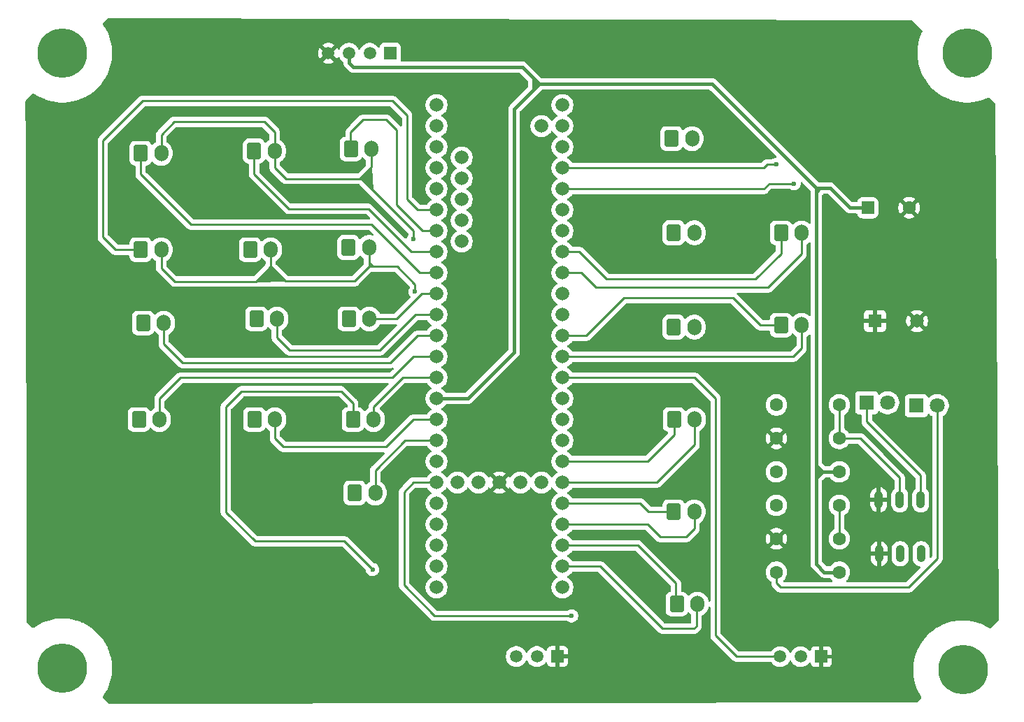
<source format=gbr>
%TF.GenerationSoftware,KiCad,Pcbnew,9.0.4*%
%TF.CreationDate,2026-01-13T22:45:17+05:30*%
%TF.ProjectId,Teensy4.1,5465656e-7379-4342-9e31-2e6b69636164,rev?*%
%TF.SameCoordinates,Original*%
%TF.FileFunction,Copper,L1,Top*%
%TF.FilePolarity,Positive*%
%FSLAX46Y46*%
G04 Gerber Fmt 4.6, Leading zero omitted, Abs format (unit mm)*
G04 Created by KiCad (PCBNEW 9.0.4) date 2026-01-13 22:45:17*
%MOMM*%
%LPD*%
G01*
G04 APERTURE LIST*
G04 Aperture macros list*
%AMRoundRect*
0 Rectangle with rounded corners*
0 $1 Rounding radius*
0 $2 $3 $4 $5 $6 $7 $8 $9 X,Y pos of 4 corners*
0 Add a 4 corners polygon primitive as box body*
4,1,4,$2,$3,$4,$5,$6,$7,$8,$9,$2,$3,0*
0 Add four circle primitives for the rounded corners*
1,1,$1+$1,$2,$3*
1,1,$1+$1,$4,$5*
1,1,$1+$1,$6,$7*
1,1,$1+$1,$8,$9*
0 Add four rect primitives between the rounded corners*
20,1,$1+$1,$2,$3,$4,$5,0*
20,1,$1+$1,$4,$5,$6,$7,0*
20,1,$1+$1,$6,$7,$8,$9,0*
20,1,$1+$1,$8,$9,$2,$3,0*%
G04 Aperture macros list end*
%TA.AperFunction,Conductor*%
%ADD10C,0.200000*%
%TD*%
%TA.AperFunction,ComponentPad*%
%ADD11RoundRect,0.250000X-0.600000X-0.750000X0.600000X-0.750000X0.600000X0.750000X-0.600000X0.750000X0*%
%TD*%
%TA.AperFunction,ComponentPad*%
%ADD12O,1.700000X2.000000*%
%TD*%
%TA.AperFunction,ComponentPad*%
%ADD13C,1.600000*%
%TD*%
%TA.AperFunction,ComponentPad*%
%ADD14C,1.665000*%
%TD*%
%TA.AperFunction,ComponentPad*%
%ADD15R,1.800000X1.800000*%
%TD*%
%TA.AperFunction,ComponentPad*%
%ADD16C,1.800000*%
%TD*%
%TA.AperFunction,ComponentPad*%
%ADD17O,1.040000X2.080000*%
%TD*%
%TA.AperFunction,ComponentPad*%
%ADD18C,3.400000*%
%TD*%
%TA.AperFunction,ConnectorPad*%
%ADD19C,6.000000*%
%TD*%
%TA.AperFunction,ComponentPad*%
%ADD20R,1.650000X1.650000*%
%TD*%
%TA.AperFunction,ComponentPad*%
%ADD21C,1.650000*%
%TD*%
%TA.AperFunction,ComponentPad*%
%ADD22R,1.508000X1.508000*%
%TD*%
%TA.AperFunction,ComponentPad*%
%ADD23C,1.508000*%
%TD*%
%TA.AperFunction,ComponentPad*%
%ADD24RoundRect,0.250000X-0.550000X-0.550000X0.550000X-0.550000X0.550000X0.550000X-0.550000X0.550000X0*%
%TD*%
%TA.AperFunction,ViaPad*%
%ADD25C,0.600000*%
%TD*%
%TA.AperFunction,ViaPad*%
%ADD26C,1.016000*%
%TD*%
%TA.AperFunction,Conductor*%
%ADD27C,0.254000*%
%TD*%
%TA.AperFunction,Conductor*%
%ADD28C,0.381000*%
%TD*%
%TA.AperFunction,Conductor*%
%ADD29C,0.250000*%
%TD*%
G04 APERTURE END LIST*
D10*
%TO.N,DIRL*%
X140696000Y-85912000D02*
X142493261Y-87641893D01*
X138902451Y-87682244D01*
X140686547Y-85891539D01*
X140696000Y-85912000D01*
%TA.AperFunction,Conductor*%
G36*
X140696000Y-85912000D02*
G01*
X142493261Y-87641893D01*
X138902451Y-87682244D01*
X140686547Y-85891539D01*
X140696000Y-85912000D01*
G37*
%TD.AperFunction*%
X153162000Y-85872000D02*
X152634000Y-85872000D01*
X152634000Y-85344000D01*
X153162000Y-85872000D01*
%TA.AperFunction,Conductor*%
G36*
X153162000Y-85872000D02*
G01*
X152634000Y-85872000D01*
X152634000Y-85344000D01*
X153162000Y-85872000D01*
G37*
%TD.AperFunction*%
%TO.N,3V3*%
X207518000Y-110803674D02*
X206654400Y-111565674D01*
X206654400Y-109889274D01*
X207518000Y-110803674D01*
%TA.AperFunction,Conductor*%
G36*
X207518000Y-110803674D02*
G01*
X206654400Y-111565674D01*
X206654400Y-109889274D01*
X207518000Y-110803674D01*
G37*
%TD.AperFunction*%
X173228000Y-63754000D02*
X172516800Y-64465200D01*
X172491400Y-64465200D01*
X172466000Y-64439800D01*
X172466000Y-62966600D01*
X173228000Y-63754000D01*
%TA.AperFunction,Conductor*%
G36*
X173228000Y-63754000D02*
G01*
X172516800Y-64465200D01*
X172491400Y-64465200D01*
X172466000Y-64439800D01*
X172466000Y-62966600D01*
X173228000Y-63754000D01*
G37*
%TD.AperFunction*%
%TO.N,DIRR*%
X153035000Y-76581000D02*
X151669866Y-75166914D01*
X152908000Y-73914000D01*
X153035000Y-76581000D01*
%TA.AperFunction,Conductor*%
G36*
X153035000Y-76581000D02*
G01*
X151669866Y-75166914D01*
X152908000Y-73914000D01*
X153035000Y-76581000D01*
G37*
%TD.AperFunction*%
%TO.N,3V3*%
X206883000Y-76962000D02*
X206756000Y-76336000D01*
X207391000Y-76336000D01*
X206883000Y-76962000D01*
%TA.AperFunction,Conductor*%
G36*
X206883000Y-76962000D02*
G01*
X206756000Y-76336000D01*
X207391000Y-76336000D01*
X206883000Y-76962000D01*
G37*
%TD.AperFunction*%
%TD*%
D11*
%TO.P,J18,1,1*%
%TO.N,M5V*%
X138724000Y-104394000D03*
D12*
%TO.P,J18,2,2*%
%TO.N,M5C*%
X141224000Y-104394000D03*
%TD*%
D13*
%TO.P,R6,1*%
%TO.N,Net-(D2-A)*%
X201930000Y-122880000D03*
%TO.P,R6,2*%
%TO.N,3V3*%
X209550000Y-122880000D03*
%TD*%
D11*
%TO.P,J9,1,1*%
%TO.N,Net-(IC1-A15)*%
X189524000Y-104394000D03*
D12*
%TO.P,J9,2,2*%
%TO.N,Net-(IC1-A14)*%
X192024000Y-104394000D03*
%TD*%
D11*
%TO.P,J21,1,1*%
%TO.N,Net-(IC1-A1)*%
X202478000Y-92964000D03*
D12*
%TO.P,J21,2,2*%
%TO.N,Net-(IC1-A0)*%
X204978000Y-92964000D03*
%TD*%
D11*
%TO.P,J2,1,1*%
%TO.N,Net-(IC1-OUT1D)*%
X138704000Y-71865000D03*
D12*
%TO.P,J2,2,2*%
%TO.N,DIRR*%
X141204000Y-71865000D03*
%TD*%
D11*
%TO.P,J3,1,1*%
%TO.N,Net-(IC1-IN2)*%
X150408000Y-71628000D03*
D12*
%TO.P,J3,2,2*%
%TO.N,DIRR*%
X152908000Y-71628000D03*
%TD*%
D11*
%TO.P,J20,1,1*%
%TO.N,Net-(IC1-A5)*%
X202478000Y-81788000D03*
D12*
%TO.P,J20,2,2*%
%TO.N,Net-(IC1-A4)*%
X204978000Y-81788000D03*
%TD*%
D13*
%TO.P,R2,1*%
%TO.N,GND*%
X201930000Y-106680000D03*
%TO.P,R2,2*%
%TO.N,Net-(Q1-Pad2)*%
X209550000Y-106680000D03*
%TD*%
D11*
%TO.P,J6,1,1*%
%TO.N,Net-(IC1-A7)*%
X189230000Y-70358000D03*
D12*
%TO.P,J6,2,2*%
%TO.N,Net-(IC1-A6)*%
X191730000Y-70358000D03*
%TD*%
D11*
%TO.P,J11,1,1*%
%TO.N,Net-(IC1-A17)*%
X189504000Y-93201000D03*
D12*
%TO.P,J11,2,2*%
%TO.N,Net-(IC1-A16)*%
X192004000Y-93201000D03*
%TD*%
D13*
%TO.P,R4,1*%
%TO.N,DIRL*%
X201930000Y-114780000D03*
%TO.P,R4,2*%
%TO.N,Net-(Q2-Pad2)*%
X209550000Y-114780000D03*
%TD*%
D14*
%TO.P,IC1,1,TX1*%
%TO.N,Net-(IC1-TX1)*%
X160782000Y-71374000D03*
%TO.P,IC1,2,OUT2*%
%TO.N,Net-(IC1-OUT2)*%
X160782000Y-73914000D03*
%TO.P,IC1,3,LRCLK2*%
%TO.N,Net-(IC1-LRCLK2)*%
X160782000Y-76454000D03*
%TO.P,IC1,4,BCLK2*%
%TO.N,Net-(IC1-BCLK2)*%
X160782000Y-78994000D03*
%TO.P,IC1,5,IN2*%
%TO.N,Net-(IC1-IN2)*%
X160782000Y-81534000D03*
%TO.P,IC1,6,OUT1D*%
%TO.N,Net-(IC1-OUT1D)*%
X160782000Y-84074000D03*
%TO.P,IC1,7,RX2*%
%TO.N,Net-(IC1-RX2)*%
X160782000Y-86614000D03*
%TO.P,IC1,8,TX2*%
%TO.N,Net-(IC1-TX2)*%
X160782000Y-89154000D03*
%TO.P,IC1,9,OUT1C*%
%TO.N,M1C*%
X160782000Y-91694000D03*
%TO.P,IC1,10,CS_1*%
%TO.N,M2C*%
X160782000Y-94234000D03*
%TO.P,IC1,11,MOSI*%
%TO.N,M3C*%
X160782000Y-96774000D03*
%TO.P,IC1,12,MISO*%
%TO.N,M4C*%
X160782000Y-99314000D03*
%TO.P,IC1,13,SCK*%
%TO.N,Net-(IC1-SCK)*%
X176022000Y-99314000D03*
%TO.P,IC1,14,A0*%
%TO.N,Net-(IC1-A0)*%
X176022000Y-96774000D03*
%TO.P,IC1,15,A1*%
%TO.N,Net-(IC1-A1)*%
X176022000Y-94234000D03*
%TO.P,IC1,16,A2*%
%TO.N,Net-(IC1-A2)*%
X176022000Y-91694000D03*
%TO.P,IC1,17,A3*%
%TO.N,Net-(IC1-A3)*%
X176022000Y-89154000D03*
%TO.P,IC1,18,A4*%
%TO.N,Net-(IC1-A4)*%
X176022000Y-86614000D03*
%TO.P,IC1,19,A5*%
%TO.N,Net-(IC1-A5)*%
X176022000Y-84074000D03*
%TO.P,IC1,20,A6*%
%TO.N,Net-(IC1-A6)*%
X176022000Y-81534000D03*
%TO.P,IC1,21,A7*%
%TO.N,Net-(IC1-A7)*%
X176022000Y-78994000D03*
%TO.P,IC1,22,A8*%
%TO.N,M5V*%
X176022000Y-76454000D03*
%TO.P,IC1,23,A9*%
%TO.N,M6V*%
X176022000Y-73914000D03*
%TO.P,IC1,24,A10*%
%TO.N,M5C*%
X160782000Y-104394000D03*
%TO.P,IC1,25,A11*%
%TO.N,M6C*%
X160782000Y-106934000D03*
%TO.P,IC1,26,A12*%
%TO.N,DIRL*%
X160782000Y-109474000D03*
%TO.P,IC1,27,A13*%
%TO.N,DIRR*%
X160782000Y-112014000D03*
%TO.P,IC1,28,RX7*%
%TO.N,Net-(IC1-RX7)*%
X160782000Y-114554000D03*
%TO.P,IC1,29,TX7*%
%TO.N,M1V*%
X160782000Y-117094000D03*
%TO.P,IC1,30,CRX3*%
%TO.N,M2V*%
X160782000Y-119634000D03*
%TO.P,IC1,31,CTX3*%
%TO.N,M3V*%
X160782000Y-122174000D03*
%TO.P,IC1,32,OUT1B*%
%TO.N,M4V*%
X160782000Y-124714000D03*
%TO.P,IC1,33,MCLK2*%
%TO.N,Net-(IC1-MCLK2)*%
X176022000Y-124714000D03*
%TO.P,IC1,34,RX8*%
%TO.N,Net-(IC1-RX8)*%
X176022000Y-122174000D03*
%TO.P,IC1,35,TX8*%
%TO.N,Net-(IC1-TX8)*%
X176022000Y-119634000D03*
%TO.P,IC1,36,CS_2*%
%TO.N,Net-(IC1-CS_2)*%
X176022000Y-117094000D03*
%TO.P,IC1,37,CS_3*%
%TO.N,Net-(IC1-CS_3)*%
X176022000Y-114554000D03*
%TO.P,IC1,38,A14*%
%TO.N,Net-(IC1-A14)*%
X176022000Y-112014000D03*
%TO.P,IC1,39,A15*%
%TO.N,Net-(IC1-A15)*%
X176022000Y-109474000D03*
%TO.P,IC1,40,A16*%
%TO.N,Net-(IC1-A16)*%
X176022000Y-106934000D03*
%TO.P,IC1,41,A17*%
%TO.N,Net-(IC1-A17)*%
X176022000Y-104394000D03*
%TO.P,IC1,42,3.3V_1*%
%TO.N,3V3*%
X160782000Y-101854000D03*
%TO.P,IC1,43,VBAT*%
%TO.N,unconnected-(IC1-VBAT-Pad43)*%
X163322000Y-112014000D03*
%TO.P,IC1,44,3.3V_2*%
%TO.N,unconnected-(IC1-3.3V_2-Pad44)*%
X165862000Y-112014000D03*
%TO.P,IC1,45,GND_1*%
%TO.N,GND*%
X168402000Y-112014000D03*
%TO.P,IC1,46,PROGRAM*%
%TO.N,unconnected-(IC1-PROGRAM-Pad46)*%
X170942000Y-112014000D03*
%TO.P,IC1,47,ON/OFF*%
%TO.N,unconnected-(IC1-ON{slash}OFF-Pad47)*%
X173482000Y-112014000D03*
%TO.P,IC1,48,GND_2*%
%TO.N,unconnected-(IC1-GND_2-Pad48)*%
X163832000Y-82804000D03*
%TO.P,IC1,49,GND_3*%
%TO.N,unconnected-(IC1-GND_3-Pad49)*%
X163832000Y-80264000D03*
%TO.P,IC1,50,D+*%
%TO.N,unconnected-(IC1-D+-Pad50)*%
X163832000Y-77724000D03*
%TO.P,IC1,51,D-*%
%TO.N,unconnected-(IC1-D--Pad51)*%
X163832000Y-75184000D03*
%TO.P,IC1,52,+5V*%
%TO.N,unconnected-(IC1-+5V-Pad52)*%
X163832000Y-72644000D03*
%TO.P,IC1,53,3.3V_(250_M_A_MAX)*%
%TO.N,unconnected-(IC1-3.3V_(250_M_A_MAX)-Pad53)*%
X176022000Y-71374000D03*
%TO.P,IC1,55,VIN_(3.6_TO_5.5_VOLTS)*%
%TO.N,unconnected-(IC1-VIN_(3.6_TO_5.5_VOLTS)-Pad55)*%
X176022000Y-66294000D03*
%TO.P,IC1,57,RX1*%
%TO.N,Net-(IC1-RX1)*%
X160782000Y-68834000D03*
%TO.P,IC1,68,VUSB*%
%TO.N,unconnected-(IC1-VUSB-Pad68)*%
X173482000Y-68834000D03*
%TO.P,IC1,69,GND_4*%
%TO.N,unconnected-(IC1-GND_4-Pad69)*%
X176022000Y-101854000D03*
%TO.P,IC1,70,GND_5*%
%TO.N,unconnected-(IC1-GND_5-Pad70)*%
X176022000Y-68834000D03*
%TO.P,IC1,71,GND_6*%
%TO.N,unconnected-(IC1-GND_6-Pad71)*%
X160782000Y-66294000D03*
%TD*%
D11*
%TO.P,J14,1,1*%
%TO.N,M1V*%
X138978000Y-92202000D03*
D12*
%TO.P,J14,2,2*%
%TO.N,M1C*%
X141478000Y-92202000D03*
%TD*%
D11*
%TO.P,J7,1,1*%
%TO.N,Net-(IC1-OUT2)*%
X138216000Y-83820000D03*
D12*
%TO.P,J7,2,2*%
%TO.N,DIRL*%
X140716000Y-83820000D03*
%TD*%
D15*
%TO.P,D2,1,K*%
%TO.N,Net-(D2-K)*%
X218870000Y-102718000D03*
D16*
%TO.P,D2,2,A*%
%TO.N,Net-(D2-A)*%
X221410000Y-102718000D03*
%TD*%
D11*
%TO.P,J16,1,1*%
%TO.N,M3V*%
X124754000Y-104394000D03*
D12*
%TO.P,J16,2,2*%
%TO.N,M3C*%
X127254000Y-104394000D03*
%TD*%
D17*
%TO.P,Q2,1*%
%TO.N,GND*%
X214376000Y-120650000D03*
%TO.P,Q2,2*%
%TO.N,Net-(Q2-Pad2)*%
X216916000Y-120650000D03*
%TO.P,Q2,3*%
%TO.N,Net-(D2-K)*%
X219456000Y-120650000D03*
%TD*%
D18*
%TO.P,H6,1*%
%TO.N,N/C*%
X225000000Y-60000000D03*
D19*
X225000000Y-60000000D03*
%TD*%
D20*
%TO.P,P1,1,1*%
%TO.N,GND*%
X213868000Y-92456000D03*
D21*
%TO.P,P1,2,2*%
X218948000Y-92456000D03*
%TD*%
D22*
%TO.P,J22,1,1*%
%TO.N,Net-(IC1-RX1)*%
X155194000Y-60025000D03*
D23*
%TO.P,J22,2,2*%
%TO.N,Net-(IC1-TX1)*%
X152694000Y-60025000D03*
%TO.P,J22,3,3*%
%TO.N,3V3*%
X150194000Y-60025000D03*
%TO.P,J22,4,4*%
%TO.N,GND*%
X147694000Y-60025000D03*
%TD*%
D11*
%TO.P,J12,1,1*%
%TO.N,Net-(IC1-TX8)*%
X189865000Y-126746000D03*
D12*
%TO.P,J12,2,2*%
%TO.N,Net-(IC1-RX8)*%
X192365000Y-126746000D03*
%TD*%
D18*
%TO.P,H7,1*%
%TO.N,N/C*%
X115500000Y-134500000D03*
D19*
X115500000Y-134500000D03*
%TD*%
D24*
%TO.P,C1,1*%
%TO.N,3V3*%
X212989349Y-78740000D03*
D13*
%TO.P,C1,2*%
%TO.N,GND*%
X217989349Y-78740000D03*
%TD*%
%TO.P,R5,1*%
%TO.N,GND*%
X201930000Y-118830000D03*
%TO.P,R5,2*%
%TO.N,Net-(Q2-Pad2)*%
X209550000Y-118830000D03*
%TD*%
D11*
%TO.P,J10,1,1*%
%TO.N,Net-(IC1-CS_3)*%
X189484000Y-115570000D03*
D12*
%TO.P,J10,2,2*%
%TO.N,Net-(IC1-CS_2)*%
X191984000Y-115570000D03*
%TD*%
D11*
%TO.P,J17,1,1*%
%TO.N,M4V*%
X150662000Y-104394000D03*
D12*
%TO.P,J17,2,2*%
%TO.N,M4C*%
X153162000Y-104394000D03*
%TD*%
D18*
%TO.P,H5,1*%
%TO.N,N/C*%
X115500000Y-60000000D03*
D19*
X115500000Y-60000000D03*
%TD*%
D22*
%TO.P,J25,1,1*%
%TO.N,GND*%
X207369500Y-133113000D03*
D23*
%TO.P,J25,2,2*%
%TO.N,unconnected-(J25-Pad2)*%
X204869500Y-133113000D03*
%TO.P,J25,3,3*%
%TO.N,Net-(IC1-SCK)*%
X202369500Y-133113000D03*
%TD*%
D13*
%TO.P,R1,1*%
%TO.N,DIRR*%
X201930000Y-102630000D03*
%TO.P,R1,2*%
%TO.N,Net-(Q1-Pad2)*%
X209550000Y-102630000D03*
%TD*%
D11*
%TO.P,J5,1,1*%
%TO.N,Net-(IC1-RX7)*%
X150154000Y-92202000D03*
D12*
%TO.P,J5,2,2*%
%TO.N,Net-(IC1-TX2)*%
X152654000Y-92202000D03*
%TD*%
D22*
%TO.P,J24,1,1*%
%TO.N,GND*%
X175434000Y-133096000D03*
D23*
%TO.P,J24,2,2*%
%TO.N,unconnected-(J24-Pad2)*%
X172934000Y-133096000D03*
%TO.P,J24,3,3*%
%TO.N,Net-(IC1-MCLK2)*%
X170434000Y-133096000D03*
%TD*%
D17*
%TO.P,Q1,1*%
%TO.N,GND*%
X214311000Y-114116742D03*
%TO.P,Q1,2*%
%TO.N,Net-(Q1-Pad2)*%
X216851000Y-114116742D03*
%TO.P,Q1,3*%
%TO.N,Net-(D1-K)*%
X219391000Y-114116742D03*
%TD*%
D11*
%TO.P,J19,1,1*%
%TO.N,M6V*%
X150876000Y-113284000D03*
D12*
%TO.P,J19,2,2*%
%TO.N,M6C*%
X153376000Y-113284000D03*
%TD*%
D13*
%TO.P,R3,1*%
%TO.N,Net-(D1-A)*%
X201930000Y-110730000D03*
%TO.P,R3,2*%
%TO.N,3V3*%
X209550000Y-110730000D03*
%TD*%
D11*
%TO.P,J4,1,1*%
%TO.N,Net-(IC1-RX2)*%
X124968000Y-72136000D03*
D12*
%TO.P,J4,2,2*%
%TO.N,DIRR*%
X127468000Y-72136000D03*
%TD*%
D11*
%TO.P,J15,1,1*%
%TO.N,M2V*%
X125262000Y-92710000D03*
D12*
%TO.P,J15,2,2*%
%TO.N,M2C*%
X127762000Y-92710000D03*
%TD*%
D11*
%TO.P,J8,1,1*%
%TO.N,Net-(IC1-A3)*%
X189504000Y-81771000D03*
D12*
%TO.P,J8,2,2*%
%TO.N,Net-(IC1-A2)*%
X192004000Y-81771000D03*
%TD*%
D11*
%TO.P,J1,1,1*%
%TO.N,Net-(IC1-BCLK2)*%
X124968000Y-83820000D03*
D12*
%TO.P,J1,2,2*%
%TO.N,DIRL*%
X127468000Y-83820000D03*
%TD*%
D11*
%TO.P,J13,1,1*%
%TO.N,Net-(IC1-LRCLK2)*%
X150134000Y-83549000D03*
D12*
%TO.P,J13,2,2*%
%TO.N,DIRL*%
X152634000Y-83549000D03*
%TD*%
D18*
%TO.P,H8,1*%
%TO.N,N/C*%
X224500000Y-134721600D03*
D19*
X224500000Y-134721600D03*
%TD*%
D15*
%TO.P,D1,1,K*%
%TO.N,Net-(D1-K)*%
X212852000Y-102354000D03*
D16*
%TO.P,D1,2,A*%
%TO.N,Net-(D1-A)*%
X215392000Y-102354000D03*
%TD*%
D25*
%TO.N,M5V*%
X204075770Y-75805770D03*
%TO.N,M4V*%
X153035000Y-122555000D03*
%TO.N,DIRR*%
X177139600Y-128168400D03*
X157988000Y-82550000D03*
D26*
%TO.N,GND*%
X145161000Y-112649000D03*
X145161000Y-104267000D03*
X132500000Y-133889000D03*
X157353000Y-129794000D03*
X160322000Y-129921000D03*
X181991000Y-84328000D03*
X121920000Y-105760000D03*
X132080000Y-122840000D03*
X217500000Y-70000000D03*
X122628800Y-65312800D03*
X220980000Y-86360000D03*
X177989349Y-60000000D03*
X184150000Y-70866000D03*
X222420000Y-70000000D03*
X118920000Y-111760000D03*
X227500000Y-120000000D03*
X217500000Y-60000000D03*
X129080000Y-122840000D03*
X118920000Y-99816400D03*
X124000000Y-116840000D03*
X181610000Y-67310000D03*
X205000000Y-59860000D03*
X163830000Y-64008000D03*
X142415000Y-123317000D03*
X121920000Y-93816400D03*
X116254000Y-81676400D03*
X124000000Y-122840000D03*
X185420000Y-124460000D03*
X118364000Y-72644000D03*
X116000000Y-105620000D03*
X116000000Y-111620000D03*
X224500000Y-120000000D03*
X215900000Y-86360000D03*
X131191000Y-85979000D03*
X205000000Y-69860000D03*
X129080000Y-116840000D03*
X219706000Y-82500000D03*
X209989349Y-70000000D03*
X116000000Y-116700000D03*
X127500000Y-133500000D03*
X212989349Y-60000000D03*
X126571000Y-60000000D03*
X184150000Y-108204000D03*
X166545000Y-133985000D03*
X145000000Y-77000000D03*
X224500000Y-92500000D03*
X182500000Y-60000000D03*
X224500000Y-107500000D03*
X184404000Y-84328000D03*
X205000000Y-64860000D03*
X134747000Y-91694000D03*
X209989349Y-65000000D03*
X118920000Y-87816400D03*
X212989349Y-65000000D03*
X181737000Y-94742000D03*
X193040000Y-78740000D03*
X224960000Y-70000000D03*
X136192000Y-123317000D03*
X118920000Y-105760000D03*
X174989349Y-60000000D03*
X170000000Y-59860000D03*
X220000000Y-127500000D03*
X135890000Y-72390000D03*
X121920000Y-87816400D03*
X126571000Y-62500000D03*
X121920000Y-111760000D03*
X134747000Y-94615000D03*
X151130000Y-123317000D03*
X181610000Y-70815200D03*
X140000000Y-64008000D03*
X217500000Y-65000000D03*
X131500000Y-110744000D03*
X148130000Y-123317000D03*
X209989349Y-60000000D03*
X192500000Y-60000000D03*
X131747000Y-94615000D03*
X118920000Y-122840000D03*
X116000000Y-122700000D03*
X145161000Y-84074000D03*
X217000000Y-127500000D03*
X195580000Y-78740000D03*
X145415000Y-123317000D03*
X187960000Y-124460000D03*
X131013200Y-76098400D03*
X121920000Y-122840000D03*
X195580000Y-91440000D03*
X163830000Y-91440000D03*
X180340000Y-101600000D03*
X224960000Y-77500000D03*
X212989349Y-70000000D03*
X121920000Y-75692000D03*
X163830000Y-88900000D03*
X132080000Y-116840000D03*
X116000000Y-93676400D03*
X151384000Y-129794000D03*
X149000000Y-77000000D03*
X127000000Y-122840000D03*
X131747000Y-91694000D03*
X130000000Y-60000000D03*
X130000000Y-62500000D03*
X180340000Y-108293500D03*
X132621033Y-127500000D03*
X222420000Y-77500000D03*
X203200000Y-89154000D03*
X219880000Y-70000000D03*
X148384000Y-129794000D03*
X148384000Y-126873000D03*
X118920000Y-75692000D03*
X224960000Y-82500000D03*
X143429000Y-64008000D03*
X127127000Y-127889000D03*
X163322000Y-129921000D03*
X135890000Y-77470000D03*
X222420000Y-82500000D03*
X184989349Y-60000000D03*
X213360000Y-86360000D03*
X139192000Y-123317000D03*
X151384000Y-126873000D03*
X127000000Y-116840000D03*
X118920000Y-93816400D03*
X142161000Y-112649000D03*
X121920000Y-116840000D03*
X195580000Y-93812833D03*
X131500000Y-108000000D03*
X121920000Y-99816400D03*
X190500000Y-78740000D03*
X186690000Y-67310000D03*
X122174000Y-81816400D03*
X115364000Y-72644000D03*
X184150000Y-67310000D03*
X135890000Y-74930000D03*
X187989349Y-60000000D03*
X118920000Y-116840000D03*
X116000000Y-99676400D03*
X119174000Y-81816400D03*
X154353000Y-129794000D03*
X131064000Y-73710800D03*
X184150000Y-94742000D03*
X227500000Y-107500000D03*
X218440000Y-86360000D03*
X116000000Y-75552000D03*
X180340000Y-118364000D03*
X116000000Y-87676400D03*
X163830000Y-86360000D03*
D25*
%TO.N,DIRL*%
X158181960Y-88900000D03*
%TO.N,M6V*%
X201930000Y-73481547D03*
%TD*%
D27*
%TO.N,Net-(D1-K)*%
X219391000Y-111187000D02*
X219391000Y-114300000D01*
X212860000Y-102340000D02*
X212860000Y-104656000D01*
X212860000Y-104656000D02*
X219391000Y-111187000D01*
%TO.N,Net-(D2-A)*%
X217932000Y-124714000D02*
X202438000Y-124714000D01*
X221410000Y-121236000D02*
X217932000Y-124714000D01*
X202438000Y-124714000D02*
X201930000Y-124206000D01*
X201930000Y-124206000D02*
X201930000Y-122880000D01*
X221410000Y-102718000D02*
X221410000Y-121236000D01*
%TO.N,M5V*%
X200406000Y-76454000D02*
X201054230Y-75805770D01*
X176022000Y-76454000D02*
X200406000Y-76454000D01*
X201054230Y-75805770D02*
X204075770Y-75805770D01*
%TO.N,Net-(IC1-SCK)*%
X197121000Y-133113000D02*
X202369500Y-133113000D01*
X176022000Y-99314000D02*
X192024000Y-99314000D01*
X192024000Y-99314000D02*
X194564000Y-101854000D01*
X194564000Y-101854000D02*
X194564000Y-130556000D01*
X194564000Y-130556000D02*
X197121000Y-133113000D01*
%TO.N,Net-(IC1-A0)*%
X204978000Y-95758000D02*
X203962000Y-96774000D01*
X204978000Y-92964000D02*
X204978000Y-95758000D01*
X203962000Y-96774000D02*
X176022000Y-96774000D01*
%TO.N,Net-(IC1-A15)*%
X186346500Y-109436500D02*
X176059500Y-109436500D01*
X189524000Y-106259000D02*
X186346500Y-109436500D01*
X189524000Y-104394000D02*
X189524000Y-106259000D01*
%TO.N,Net-(IC1-A4)*%
X200914000Y-88392000D02*
X180086000Y-88392000D01*
X180086000Y-88392000D02*
X178308000Y-86614000D01*
X178308000Y-86614000D02*
X176022000Y-86614000D01*
X204978000Y-81788000D02*
X204978000Y-84328000D01*
X204978000Y-84328000D02*
X200914000Y-88392000D01*
%TO.N,Net-(IC1-A5)*%
X202478000Y-84288000D02*
X199390000Y-87376000D01*
X199390000Y-87376000D02*
X181356000Y-87376000D01*
X181356000Y-87376000D02*
X178054000Y-84074000D01*
X202478000Y-81788000D02*
X202478000Y-84288000D01*
X178054000Y-84074000D02*
X176022000Y-84074000D01*
%TO.N,Net-(IC1-CS_3)*%
X185420000Y-114554000D02*
X186436000Y-115570000D01*
X176022000Y-114554000D02*
X185420000Y-114554000D01*
X186436000Y-115570000D02*
X189484000Y-115570000D01*
D28*
%TO.N,3V3*%
X208416000Y-76336000D02*
X210820000Y-78740000D01*
X207716000Y-122880000D02*
X209550000Y-122880000D01*
X160782000Y-101854000D02*
X164592000Y-101854000D01*
X170180000Y-96266000D02*
X170180000Y-66802000D01*
X206756000Y-76336000D02*
X206756000Y-109982000D01*
X207504000Y-110730000D02*
X209550000Y-110730000D01*
X194174000Y-63754000D02*
X206756000Y-76336000D01*
X170180000Y-66802000D02*
X173228000Y-63754000D01*
X150722000Y-61722000D02*
X171196000Y-61722000D01*
X210820000Y-78740000D02*
X212989349Y-78740000D01*
X150194000Y-61194000D02*
X150722000Y-61722000D01*
X164592000Y-101854000D02*
X170180000Y-96266000D01*
X206756000Y-111506000D02*
X206756000Y-121920000D01*
X173228000Y-63754000D02*
X194174000Y-63754000D01*
X209550000Y-110730000D02*
X207532000Y-110730000D01*
X206756000Y-109982000D02*
X207504000Y-110730000D01*
X206756000Y-121920000D02*
X207716000Y-122880000D01*
X207532000Y-110730000D02*
X206756000Y-111506000D01*
X171196000Y-61722000D02*
X173228000Y-63754000D01*
X150194000Y-60025000D02*
X150194000Y-61194000D01*
X206756000Y-76336000D02*
X208416000Y-76336000D01*
D27*
%TO.N,M4V*%
X137160000Y-100965000D02*
X135280400Y-102844600D01*
X135280400Y-115595400D02*
X138811000Y-119126000D01*
X150662000Y-102402000D02*
X149225000Y-100965000D01*
X149606000Y-119126000D02*
X153035000Y-122555000D01*
X135280400Y-102844600D02*
X135280400Y-115595400D01*
X150662000Y-104394000D02*
X150662000Y-102402000D01*
X138811000Y-119126000D02*
X149606000Y-119126000D01*
X149225000Y-100965000D02*
X137160000Y-100965000D01*
%TO.N,M3C*%
X129794000Y-99314000D02*
X127254000Y-101854000D01*
X157988000Y-96774000D02*
X155448000Y-99314000D01*
X127254000Y-101854000D02*
X127254000Y-104394000D01*
X160782000Y-96774000D02*
X157988000Y-96774000D01*
X155448000Y-99314000D02*
X129794000Y-99314000D01*
%TO.N,Net-(IC1-A1)*%
X178926000Y-94234000D02*
X176022000Y-94234000D01*
X196682000Y-89662000D02*
X183498000Y-89662000D01*
X183498000Y-89662000D02*
X178926000Y-94234000D01*
X199984000Y-92964000D02*
X196682000Y-89662000D01*
X202478000Y-92964000D02*
X199984000Y-92964000D01*
%TO.N,M5C*%
X141224000Y-106680000D02*
X142240000Y-107696000D01*
X141224000Y-104394000D02*
X141224000Y-106680000D01*
X142240000Y-107696000D02*
X154686000Y-107696000D01*
X154686000Y-107696000D02*
X157988000Y-104394000D01*
X157988000Y-104394000D02*
X160782000Y-104394000D01*
%TO.N,M2C*%
X127762000Y-95250000D02*
X130048000Y-97536000D01*
X130048000Y-97536000D02*
X155194000Y-97536000D01*
X127762000Y-92710000D02*
X127762000Y-95250000D01*
X155194000Y-97536000D02*
X158496000Y-94234000D01*
X158496000Y-94234000D02*
X160782000Y-94234000D01*
D10*
%TO.N,DIRR*%
X141207000Y-71865000D02*
X141204000Y-71865000D01*
D27*
X142542502Y-75234800D02*
X151180800Y-75234800D01*
X129032000Y-68326000D02*
X139954000Y-68326000D01*
X139954000Y-68326000D02*
X141204000Y-69576000D01*
X160553400Y-128168400D02*
X156845000Y-124460000D01*
X157986000Y-112014000D02*
X160782000Y-112014000D01*
X127468000Y-72136000D02*
X127468000Y-69890000D01*
X152888000Y-71611000D02*
X152888000Y-73832400D01*
X151180800Y-75234800D02*
X151688800Y-75234800D01*
X141204000Y-71865000D02*
X141204000Y-73896298D01*
X141204000Y-73896298D02*
X142542502Y-75234800D01*
X177139600Y-128168400D02*
X160553400Y-128168400D01*
X151485600Y-75234800D02*
X151180800Y-75234800D01*
X141204000Y-69576000D02*
X141204000Y-71865000D01*
X156845000Y-113155000D02*
X157986000Y-112014000D01*
X156845000Y-124460000D02*
X156845000Y-113155000D01*
X127468000Y-69890000D02*
X129032000Y-68326000D01*
D10*
X141207000Y-71865000D02*
X141224000Y-71882000D01*
D27*
X152888000Y-73832400D02*
X151485600Y-75234800D01*
X157988000Y-81534000D02*
X157988000Y-82550000D01*
X151688800Y-75234800D02*
X157988000Y-81534000D01*
%TO.N,M1C*%
X141458000Y-92185000D02*
X141458000Y-94468000D01*
X141458000Y-94468000D02*
X143002000Y-96012000D01*
X143002000Y-96012000D02*
X153924000Y-96012000D01*
X153924000Y-96012000D02*
X158242000Y-91694000D01*
X158242000Y-91694000D02*
X160782000Y-91694000D01*
%TO.N,Net-(IC1-RX2)*%
X131064000Y-80772000D02*
X152908000Y-80772000D01*
X124968000Y-74676000D02*
X131064000Y-80772000D01*
X158750000Y-86614000D02*
X160782000Y-86614000D01*
X124968000Y-72136000D02*
X124968000Y-74676000D01*
X152908000Y-80772000D02*
X158750000Y-86614000D01*
%TO.N,M6C*%
X153376000Y-113284000D02*
X153376000Y-110530000D01*
X153376000Y-110530000D02*
X156972000Y-106934000D01*
X156972000Y-106934000D02*
X160782000Y-106934000D01*
%TO.N,Net-(IC1-IN2)*%
X154686000Y-68072000D02*
X155956000Y-69342000D01*
X155956000Y-69342000D02*
X155956000Y-78376000D01*
X150388000Y-71611000D02*
X150388000Y-69576000D01*
X151892000Y-68072000D02*
X154686000Y-68072000D01*
X159114000Y-81534000D02*
X160782000Y-81534000D01*
X150388000Y-69576000D02*
X151892000Y-68072000D01*
X155956000Y-78376000D02*
X159114000Y-81534000D01*
%TO.N,M4C*%
X156718000Y-99314000D02*
X153162000Y-102870000D01*
X160782000Y-99314000D02*
X156718000Y-99314000D01*
X153162000Y-102870000D02*
X153162000Y-104394000D01*
D28*
%TO.N,GND*%
X201930000Y-118830000D02*
X201930000Y-118618000D01*
D27*
%TO.N,Net-(IC1-OUT1D)*%
X138704000Y-71865000D02*
X138704000Y-74696000D01*
X152527000Y-78867000D02*
X157734000Y-84074000D01*
X142875000Y-78867000D02*
X152527000Y-78867000D01*
X157734000Y-84074000D02*
X160782000Y-84074000D01*
D10*
X138684000Y-71882000D02*
X138687000Y-71882000D01*
X138704000Y-71865000D02*
X138687000Y-71882000D01*
D27*
X138704000Y-74696000D02*
X142875000Y-78867000D01*
%TO.N,Net-(IC1-TX2)*%
X152654000Y-92202000D02*
X155956000Y-92202000D01*
X155956000Y-92202000D02*
X159004000Y-89154000D01*
X159004000Y-89154000D02*
X160782000Y-89154000D01*
%TO.N,Net-(IC1-CS_2)*%
X187833000Y-118618000D02*
X186309000Y-117094000D01*
X192024000Y-117602000D02*
X191008000Y-118618000D01*
X191008000Y-118618000D02*
X187833000Y-118618000D01*
X192024000Y-115610000D02*
X192024000Y-117602000D01*
X186309000Y-117094000D02*
X176022000Y-117094000D01*
%TO.N,Net-(IC1-A14)*%
X192024000Y-107442000D02*
X187452000Y-112014000D01*
X192024000Y-104394000D02*
X192024000Y-107442000D01*
X187452000Y-112014000D02*
X176022000Y-112014000D01*
%TO.N,DIRL*%
X127468000Y-83820000D02*
X127468000Y-86066000D01*
X150876000Y-87630000D02*
X152634000Y-85872000D01*
X156026800Y-85872000D02*
X152634000Y-85872000D01*
X140716000Y-85852000D02*
X140716000Y-83820000D01*
X158181960Y-88027160D02*
X156026800Y-85872000D01*
X152634000Y-85872000D02*
X152634000Y-83549000D01*
X129072000Y-87670000D02*
X138898000Y-87670000D01*
X158181960Y-88900000D02*
X158181960Y-88027160D01*
X127468000Y-86066000D02*
X129072000Y-87670000D01*
X142494000Y-87630000D02*
X150876000Y-87630000D01*
X138898000Y-87670000D02*
X140716000Y-85852000D01*
X140716000Y-85852000D02*
X142494000Y-87630000D01*
D29*
%TO.N,Net-(IC1-TX8)*%
X176022000Y-119634000D02*
X185166000Y-119634000D01*
D27*
X189758000Y-124226000D02*
X189758000Y-126729000D01*
D29*
X185166000Y-119634000D02*
X189758000Y-124226000D01*
D27*
%TO.N,Net-(IC1-BCLK2)*%
X158496000Y-78994000D02*
X160782000Y-78994000D01*
X155448000Y-65786000D02*
X157226000Y-67564000D01*
X124968000Y-83820000D02*
X121920000Y-83820000D01*
X157226000Y-67564000D02*
X157226000Y-77724000D01*
X125222000Y-65786000D02*
X155448000Y-65786000D01*
X157226000Y-77724000D02*
X158496000Y-78994000D01*
X121920000Y-83820000D02*
X120396000Y-82296000D01*
X120396000Y-70612000D02*
X125222000Y-65786000D01*
X120396000Y-82296000D02*
X120396000Y-70612000D01*
%TO.N,M6V*%
X201930000Y-73481547D02*
X200838453Y-73481547D01*
X200838453Y-73481547D02*
X200406000Y-73914000D01*
X200406000Y-73914000D02*
X176022000Y-73914000D01*
%TO.N,Net-(IC1-RX8)*%
X188140000Y-129720000D02*
X191955500Y-129720000D01*
X180594000Y-122174000D02*
X188140000Y-129720000D01*
X191955500Y-129720000D02*
X192258000Y-129417500D01*
X192258000Y-129417500D02*
X192258000Y-126729000D01*
X176022000Y-122174000D02*
X180594000Y-122174000D01*
%TO.N,Net-(Q1-Pad2)*%
X212090000Y-106680000D02*
X216851000Y-111441000D01*
X209550000Y-102630000D02*
X209550000Y-106680000D01*
X209550000Y-106680000D02*
X212090000Y-106680000D01*
X216851000Y-111441000D02*
X216851000Y-114300000D01*
%TO.N,Net-(Q2-Pad2)*%
X209550000Y-114780000D02*
X209550000Y-118830000D01*
%TD*%
%TA.AperFunction,Conductor*%
%TO.N,GND*%
G36*
X184922587Y-120279185D02*
G01*
X184943229Y-120295819D01*
X189094181Y-124446771D01*
X189127666Y-124508094D01*
X189130500Y-124534452D01*
X189130500Y-125160397D01*
X189110815Y-125227436D01*
X189058011Y-125273191D01*
X189045504Y-125278103D01*
X188945668Y-125311185D01*
X188945663Y-125311187D01*
X188796342Y-125403289D01*
X188672289Y-125527342D01*
X188580187Y-125676663D01*
X188580185Y-125676668D01*
X188575325Y-125691334D01*
X188525001Y-125843203D01*
X188525001Y-125843204D01*
X188525000Y-125843204D01*
X188514500Y-125945983D01*
X188514500Y-127546001D01*
X188514501Y-127546018D01*
X188525000Y-127648796D01*
X188525001Y-127648799D01*
X188570894Y-127787294D01*
X188580186Y-127815334D01*
X188672288Y-127964656D01*
X188796344Y-128088712D01*
X188945666Y-128180814D01*
X189112203Y-128235999D01*
X189214991Y-128246500D01*
X190515008Y-128246499D01*
X190617797Y-128235999D01*
X190784334Y-128180814D01*
X190933656Y-128088712D01*
X191057712Y-127964656D01*
X191149814Y-127815334D01*
X191149814Y-127815331D01*
X191153178Y-127809879D01*
X191205126Y-127763154D01*
X191274088Y-127751931D01*
X191338170Y-127779774D01*
X191346398Y-127787294D01*
X191485211Y-127926107D01*
X191579384Y-127994526D01*
X191622051Y-128049856D01*
X191630500Y-128094845D01*
X191630500Y-128968500D01*
X191610815Y-129035539D01*
X191558011Y-129081294D01*
X191506500Y-129092500D01*
X188451281Y-129092500D01*
X188384242Y-129072815D01*
X188363600Y-129056181D01*
X180994011Y-121686591D01*
X180994007Y-121686588D01*
X180891239Y-121617920D01*
X180891226Y-121617913D01*
X180857785Y-121604062D01*
X180777035Y-121570614D01*
X180777027Y-121570612D01*
X180655807Y-121546500D01*
X180655803Y-121546500D01*
X177274321Y-121546500D01*
X177207282Y-121526815D01*
X177163836Y-121478794D01*
X177162083Y-121475354D01*
X177038761Y-121305615D01*
X177038757Y-121305610D01*
X176890389Y-121157242D01*
X176890384Y-121157238D01*
X176720648Y-121033918D01*
X176716434Y-121031771D01*
X176682507Y-121014484D01*
X176631712Y-120966511D01*
X176614917Y-120898690D01*
X176637454Y-120832555D01*
X176682507Y-120793515D01*
X176720644Y-120774084D01*
X176890391Y-120650756D01*
X177038756Y-120502391D01*
X177162084Y-120332644D01*
X177164854Y-120327206D01*
X177212828Y-120276410D01*
X177275340Y-120259500D01*
X184855548Y-120259500D01*
X184922587Y-120279185D01*
G37*
%TD.AperFunction*%
%TA.AperFunction,Conductor*%
G36*
X191779758Y-99961185D02*
G01*
X191800400Y-99977819D01*
X193900181Y-102077600D01*
X193933666Y-102138923D01*
X193936500Y-102165281D01*
X193936500Y-126309485D01*
X193916815Y-126376524D01*
X193864011Y-126422279D01*
X193794853Y-126432223D01*
X193731297Y-126403198D01*
X193693523Y-126344420D01*
X193690027Y-126328883D01*
X193682246Y-126279760D01*
X193682246Y-126279757D01*
X193616557Y-126077588D01*
X193520051Y-125888184D01*
X193520049Y-125888181D01*
X193520048Y-125888179D01*
X193395109Y-125716213D01*
X193244786Y-125565890D01*
X193072820Y-125440951D01*
X192883414Y-125344444D01*
X192883413Y-125344443D01*
X192883412Y-125344443D01*
X192681243Y-125278754D01*
X192681241Y-125278753D01*
X192681240Y-125278753D01*
X192519957Y-125253208D01*
X192471287Y-125245500D01*
X192258713Y-125245500D01*
X192210042Y-125253208D01*
X192048760Y-125278753D01*
X192048757Y-125278754D01*
X191929861Y-125317386D01*
X191846585Y-125344444D01*
X191657179Y-125440951D01*
X191485215Y-125565889D01*
X191346398Y-125704706D01*
X191285075Y-125738190D01*
X191215383Y-125733206D01*
X191159450Y-125691334D01*
X191153178Y-125682120D01*
X191057712Y-125527344D01*
X190933657Y-125403289D01*
X190933656Y-125403288D01*
X190833481Y-125341500D01*
X190784336Y-125311187D01*
X190784331Y-125311185D01*
X190782862Y-125310698D01*
X190617797Y-125256001D01*
X190617795Y-125256000D01*
X190515016Y-125245500D01*
X190515009Y-125245500D01*
X190509500Y-125245500D01*
X190442461Y-125225815D01*
X190396706Y-125173011D01*
X190385500Y-125121500D01*
X190385500Y-124164194D01*
X190361386Y-124042970D01*
X190361385Y-124042969D01*
X190361385Y-124042965D01*
X190361383Y-124042960D01*
X190314086Y-123928773D01*
X190314079Y-123928760D01*
X190245411Y-123825992D01*
X190245408Y-123825988D01*
X190158015Y-123738595D01*
X190153306Y-123734731D01*
X190153427Y-123734582D01*
X190140849Y-123724258D01*
X185662202Y-119245612D01*
X185651859Y-119235269D01*
X185651858Y-119235267D01*
X185564733Y-119148142D01*
X185500782Y-119105411D01*
X185462286Y-119079688D01*
X185462287Y-119079688D01*
X185462285Y-119079687D01*
X185422822Y-119063342D01*
X185381792Y-119046347D01*
X185348452Y-119032537D01*
X185288029Y-119020518D01*
X185283306Y-119019578D01*
X185283304Y-119019578D01*
X185227610Y-119008500D01*
X185227607Y-119008500D01*
X185227606Y-119008500D01*
X177275340Y-119008500D01*
X177208301Y-118988815D01*
X177164854Y-118940793D01*
X177162081Y-118935351D01*
X177038761Y-118765615D01*
X177038757Y-118765610D01*
X176890389Y-118617242D01*
X176890384Y-118617238D01*
X176720648Y-118493918D01*
X176716434Y-118491771D01*
X176682507Y-118474484D01*
X176631712Y-118426511D01*
X176614917Y-118358690D01*
X176637454Y-118292555D01*
X176682507Y-118253515D01*
X176720644Y-118234084D01*
X176890391Y-118110756D01*
X177038756Y-117962391D01*
X177162084Y-117792644D01*
X177163836Y-117789206D01*
X177211809Y-117738410D01*
X177274321Y-117721500D01*
X185997719Y-117721500D01*
X186064758Y-117741185D01*
X186085400Y-117757819D01*
X187345589Y-119018008D01*
X187432992Y-119105411D01*
X187465651Y-119127233D01*
X187535767Y-119174083D01*
X187535769Y-119174084D01*
X187535773Y-119174086D01*
X187649960Y-119221383D01*
X187649965Y-119221385D01*
X187649969Y-119221385D01*
X187649970Y-119221386D01*
X187771193Y-119245500D01*
X187771196Y-119245500D01*
X191069804Y-119245500D01*
X191069805Y-119245499D01*
X191191035Y-119221386D01*
X191272110Y-119187803D01*
X191305233Y-119174083D01*
X191408008Y-119105411D01*
X191495411Y-119018008D01*
X192511411Y-118002008D01*
X192559859Y-117929500D01*
X192580083Y-117899233D01*
X192593937Y-117865784D01*
X192627386Y-117785035D01*
X192651500Y-117663803D01*
X192651500Y-117540197D01*
X192651500Y-116967523D01*
X192671185Y-116900484D01*
X192702611Y-116867207D01*
X192863792Y-116750104D01*
X193014104Y-116599792D01*
X193014106Y-116599788D01*
X193014109Y-116599786D01*
X193139048Y-116427820D01*
X193139047Y-116427820D01*
X193139051Y-116427816D01*
X193235557Y-116238412D01*
X193301246Y-116036243D01*
X193334500Y-115826287D01*
X193334500Y-115313713D01*
X193301246Y-115103757D01*
X193235557Y-114901588D01*
X193139051Y-114712184D01*
X193139049Y-114712181D01*
X193139048Y-114712179D01*
X193014109Y-114540213D01*
X192863786Y-114389890D01*
X192691820Y-114264951D01*
X192502414Y-114168444D01*
X192502413Y-114168443D01*
X192502412Y-114168443D01*
X192300243Y-114102754D01*
X192300241Y-114102753D01*
X192300240Y-114102753D01*
X192138957Y-114077208D01*
X192090287Y-114069500D01*
X191877713Y-114069500D01*
X191829042Y-114077208D01*
X191667760Y-114102753D01*
X191465585Y-114168444D01*
X191276179Y-114264951D01*
X191104215Y-114389889D01*
X190965398Y-114528706D01*
X190904075Y-114562190D01*
X190834383Y-114557206D01*
X190778450Y-114515334D01*
X190772178Y-114506120D01*
X190746262Y-114464104D01*
X190676712Y-114351344D01*
X190552656Y-114227288D01*
X190457253Y-114168443D01*
X190403336Y-114135187D01*
X190403331Y-114135185D01*
X190401862Y-114134698D01*
X190236797Y-114080001D01*
X190236795Y-114080000D01*
X190134010Y-114069500D01*
X188833998Y-114069500D01*
X188833981Y-114069501D01*
X188731203Y-114080000D01*
X188731200Y-114080001D01*
X188564668Y-114135185D01*
X188564663Y-114135187D01*
X188415342Y-114227289D01*
X188291289Y-114351342D01*
X188199187Y-114500663D01*
X188199185Y-114500668D01*
X188186083Y-114540208D01*
X188144001Y-114667203D01*
X188144001Y-114667204D01*
X188144000Y-114667204D01*
X188133500Y-114769983D01*
X188133500Y-114818500D01*
X188113815Y-114885539D01*
X188061011Y-114931294D01*
X188009500Y-114942500D01*
X186747281Y-114942500D01*
X186680242Y-114922815D01*
X186659600Y-114906181D01*
X185820005Y-114066586D01*
X185814882Y-114063164D01*
X185814880Y-114063163D01*
X185811851Y-114061139D01*
X185717233Y-113997917D01*
X185678774Y-113981987D01*
X185670873Y-113978714D01*
X185670871Y-113978713D01*
X185603035Y-113950614D01*
X185603027Y-113950612D01*
X185481807Y-113926500D01*
X185481803Y-113926500D01*
X177274321Y-113926500D01*
X177207282Y-113906815D01*
X177163836Y-113858794D01*
X177162083Y-113855354D01*
X177038761Y-113685615D01*
X177038757Y-113685610D01*
X176890389Y-113537242D01*
X176890384Y-113537238D01*
X176720648Y-113413918D01*
X176716434Y-113411771D01*
X176682507Y-113394484D01*
X176631712Y-113346511D01*
X176614917Y-113278690D01*
X176637454Y-113212555D01*
X176682507Y-113173515D01*
X176720644Y-113154084D01*
X176890391Y-113030756D01*
X177038756Y-112882391D01*
X177162084Y-112712644D01*
X177163836Y-112709206D01*
X177211809Y-112658410D01*
X177274321Y-112641500D01*
X187513804Y-112641500D01*
X187513805Y-112641499D01*
X187635035Y-112617386D01*
X187715784Y-112583937D01*
X187749233Y-112570083D01*
X187852008Y-112501411D01*
X187939411Y-112414008D01*
X192511411Y-107842008D01*
X192580083Y-107739233D01*
X192627385Y-107625035D01*
X192640023Y-107561500D01*
X192651500Y-107503806D01*
X192651500Y-105815961D01*
X192671185Y-105748922D01*
X192719210Y-105705474D01*
X192731804Y-105699057D01*
X192731816Y-105699051D01*
X192903792Y-105574104D01*
X193054104Y-105423792D01*
X193054106Y-105423788D01*
X193054109Y-105423786D01*
X193179048Y-105251820D01*
X193179047Y-105251820D01*
X193179051Y-105251816D01*
X193275557Y-105062412D01*
X193341246Y-104860243D01*
X193374500Y-104650287D01*
X193374500Y-104137713D01*
X193341246Y-103927757D01*
X193275557Y-103725588D01*
X193179051Y-103536184D01*
X193179049Y-103536181D01*
X193179048Y-103536179D01*
X193054109Y-103364213D01*
X192903786Y-103213890D01*
X192731820Y-103088951D01*
X192542414Y-102992444D01*
X192542413Y-102992443D01*
X192542412Y-102992443D01*
X192340243Y-102926754D01*
X192340241Y-102926753D01*
X192340240Y-102926753D01*
X192178957Y-102901208D01*
X192130287Y-102893500D01*
X191917713Y-102893500D01*
X191869042Y-102901208D01*
X191707760Y-102926753D01*
X191505585Y-102992444D01*
X191316179Y-103088951D01*
X191144215Y-103213889D01*
X191005398Y-103352706D01*
X190944075Y-103386190D01*
X190874383Y-103381206D01*
X190818450Y-103339334D01*
X190812178Y-103330120D01*
X190716712Y-103175344D01*
X190592657Y-103051289D01*
X190592656Y-103051288D01*
X190464171Y-102972038D01*
X190443336Y-102959187D01*
X190443331Y-102959185D01*
X190441862Y-102958698D01*
X190276797Y-102904001D01*
X190276795Y-102904000D01*
X190174010Y-102893500D01*
X188873998Y-102893500D01*
X188873981Y-102893501D01*
X188771203Y-102904000D01*
X188771200Y-102904001D01*
X188604668Y-102959185D01*
X188604663Y-102959187D01*
X188455342Y-103051289D01*
X188331289Y-103175342D01*
X188239187Y-103324663D01*
X188239185Y-103324668D01*
X188221765Y-103377238D01*
X188184001Y-103491203D01*
X188184001Y-103491204D01*
X188184000Y-103491204D01*
X188173500Y-103593983D01*
X188173500Y-105194001D01*
X188173501Y-105194018D01*
X188184000Y-105296796D01*
X188184001Y-105296799D01*
X188229894Y-105435294D01*
X188239186Y-105463334D01*
X188331288Y-105612656D01*
X188455344Y-105736712D01*
X188604666Y-105828814D01*
X188760926Y-105880593D01*
X188818369Y-105920364D01*
X188845192Y-105984880D01*
X188832877Y-106053656D01*
X188809601Y-106085979D01*
X186122900Y-108772681D01*
X186061577Y-108806166D01*
X186035219Y-108809000D01*
X177249709Y-108809000D01*
X177182670Y-108789315D01*
X177149391Y-108757885D01*
X177038761Y-108605614D01*
X176890389Y-108457242D01*
X176890384Y-108457238D01*
X176720648Y-108333918D01*
X176700201Y-108323500D01*
X176682507Y-108314484D01*
X176631712Y-108266511D01*
X176614917Y-108198690D01*
X176637454Y-108132555D01*
X176682507Y-108093515D01*
X176720644Y-108074084D01*
X176890391Y-107950756D01*
X177038756Y-107802391D01*
X177162084Y-107632644D01*
X177257340Y-107445694D01*
X177322177Y-107246145D01*
X177355000Y-107038909D01*
X177355000Y-106829091D01*
X177322177Y-106621855D01*
X177268418Y-106456400D01*
X177257341Y-106422308D01*
X177257340Y-106422305D01*
X177208497Y-106326446D01*
X177162084Y-106235356D01*
X177122433Y-106180781D01*
X177038761Y-106065615D01*
X177038757Y-106065610D01*
X176890389Y-105917242D01*
X176890384Y-105917238D01*
X176720648Y-105793918D01*
X176716434Y-105791771D01*
X176682507Y-105774484D01*
X176631712Y-105726511D01*
X176614917Y-105658690D01*
X176637454Y-105592555D01*
X176682507Y-105553515D01*
X176720644Y-105534084D01*
X176890391Y-105410756D01*
X177038756Y-105262391D01*
X177162084Y-105092644D01*
X177257340Y-104905694D01*
X177322177Y-104706145D01*
X177355000Y-104498909D01*
X177355000Y-104289091D01*
X177322177Y-104081855D01*
X177265230Y-103906588D01*
X177257341Y-103882308D01*
X177257340Y-103882305D01*
X177215296Y-103799791D01*
X177162084Y-103695356D01*
X177130508Y-103651895D01*
X177038761Y-103525615D01*
X177038757Y-103525610D01*
X176890389Y-103377242D01*
X176890384Y-103377238D01*
X176720648Y-103253918D01*
X176716434Y-103251771D01*
X176682507Y-103234484D01*
X176631712Y-103186511D01*
X176614917Y-103118690D01*
X176637454Y-103052555D01*
X176682507Y-103013515D01*
X176720644Y-102994084D01*
X176890391Y-102870756D01*
X177038756Y-102722391D01*
X177162084Y-102552644D01*
X177257340Y-102365694D01*
X177322177Y-102166145D01*
X177355000Y-101958909D01*
X177355000Y-101749091D01*
X177322177Y-101541855D01*
X177266148Y-101369413D01*
X177257341Y-101342308D01*
X177257340Y-101342305D01*
X177224353Y-101277566D01*
X177162084Y-101155356D01*
X177119288Y-101096452D01*
X177038761Y-100985615D01*
X177038757Y-100985610D01*
X176890389Y-100837242D01*
X176890384Y-100837238D01*
X176720648Y-100713918D01*
X176716434Y-100711771D01*
X176682507Y-100694484D01*
X176631712Y-100646511D01*
X176614917Y-100578690D01*
X176637454Y-100512555D01*
X176682507Y-100473515D01*
X176720644Y-100454084D01*
X176890391Y-100330756D01*
X177038756Y-100182391D01*
X177162084Y-100012644D01*
X177163836Y-100009206D01*
X177211809Y-99958410D01*
X177274321Y-99941500D01*
X191712719Y-99941500D01*
X191779758Y-99961185D01*
G37*
%TD.AperFunction*%
%TA.AperFunction,Conductor*%
G36*
X193903455Y-64464685D02*
G01*
X193924097Y-64481319D01*
X201914546Y-72471768D01*
X201948031Y-72533091D01*
X201943047Y-72602783D01*
X201901175Y-72658716D01*
X201851057Y-72681066D01*
X201696508Y-72711808D01*
X201696498Y-72711811D01*
X201550827Y-72772149D01*
X201550814Y-72772156D01*
X201459534Y-72833149D01*
X201392857Y-72854027D01*
X201390643Y-72854047D01*
X200776645Y-72854047D01*
X200655425Y-72878159D01*
X200655417Y-72878161D01*
X200574668Y-72911609D01*
X200541220Y-72925463D01*
X200438933Y-72993810D01*
X200438915Y-72993822D01*
X200438442Y-72994137D01*
X200182400Y-73250181D01*
X200121077Y-73283666D01*
X200094719Y-73286500D01*
X177274321Y-73286500D01*
X177207282Y-73266815D01*
X177163836Y-73218794D01*
X177162083Y-73215354D01*
X177038761Y-73045615D01*
X177038757Y-73045610D01*
X176890389Y-72897242D01*
X176890384Y-72897238D01*
X176720648Y-72773918D01*
X176708633Y-72767796D01*
X176682507Y-72754484D01*
X176631712Y-72706511D01*
X176614917Y-72638690D01*
X176637454Y-72572555D01*
X176682507Y-72533515D01*
X176720644Y-72514084D01*
X176890391Y-72390756D01*
X177038756Y-72242391D01*
X177162084Y-72072644D01*
X177257340Y-71885694D01*
X177257798Y-71884286D01*
X177269588Y-71847998D01*
X177322177Y-71686145D01*
X177355000Y-71478909D01*
X177355000Y-71269091D01*
X177322177Y-71061855D01*
X177275222Y-70917342D01*
X177257341Y-70862308D01*
X177257340Y-70862305D01*
X177210399Y-70770179D01*
X177162084Y-70675356D01*
X177106033Y-70598208D01*
X177038761Y-70505615D01*
X177038757Y-70505610D01*
X176890389Y-70357242D01*
X176890384Y-70357238D01*
X176720648Y-70233918D01*
X176705977Y-70226443D01*
X176682507Y-70214484D01*
X176631712Y-70166511D01*
X176614917Y-70098690D01*
X176637454Y-70032555D01*
X176682507Y-69993515D01*
X176720644Y-69974084D01*
X176890391Y-69850756D01*
X177038756Y-69702391D01*
X177143674Y-69557983D01*
X187879500Y-69557983D01*
X187879500Y-71158001D01*
X187879501Y-71158018D01*
X187890000Y-71260796D01*
X187890001Y-71260799D01*
X187935717Y-71398760D01*
X187945186Y-71427334D01*
X188037288Y-71576656D01*
X188161344Y-71700712D01*
X188310666Y-71792814D01*
X188477203Y-71847999D01*
X188579991Y-71858500D01*
X189880008Y-71858499D01*
X189982797Y-71847999D01*
X190149334Y-71792814D01*
X190298656Y-71700712D01*
X190422712Y-71576656D01*
X190514814Y-71427334D01*
X190514814Y-71427331D01*
X190518178Y-71421879D01*
X190570126Y-71375154D01*
X190639088Y-71363931D01*
X190703170Y-71391774D01*
X190711398Y-71399294D01*
X190850213Y-71538109D01*
X191022179Y-71663048D01*
X191022181Y-71663049D01*
X191022184Y-71663051D01*
X191211588Y-71759557D01*
X191413757Y-71825246D01*
X191623713Y-71858500D01*
X191623714Y-71858500D01*
X191836286Y-71858500D01*
X191836287Y-71858500D01*
X192046243Y-71825246D01*
X192248412Y-71759557D01*
X192437816Y-71663051D01*
X192459789Y-71647086D01*
X192609786Y-71538109D01*
X192609788Y-71538106D01*
X192609792Y-71538104D01*
X192760104Y-71387792D01*
X192760106Y-71387788D01*
X192760109Y-71387786D01*
X192885048Y-71215820D01*
X192885047Y-71215820D01*
X192885051Y-71215816D01*
X192981557Y-71026412D01*
X193047246Y-70824243D01*
X193080500Y-70614287D01*
X193080500Y-70101713D01*
X193047246Y-69891757D01*
X192981557Y-69689588D01*
X192885051Y-69500184D01*
X192885049Y-69500181D01*
X192885048Y-69500179D01*
X192760109Y-69328213D01*
X192609786Y-69177890D01*
X192437820Y-69052951D01*
X192248414Y-68956444D01*
X192248413Y-68956443D01*
X192248412Y-68956443D01*
X192046243Y-68890754D01*
X192046241Y-68890753D01*
X192046240Y-68890753D01*
X191882106Y-68864757D01*
X191836287Y-68857500D01*
X191623713Y-68857500D01*
X191577894Y-68864757D01*
X191413760Y-68890753D01*
X191413757Y-68890754D01*
X191211924Y-68956334D01*
X191211585Y-68956444D01*
X191022179Y-69052951D01*
X190850215Y-69177889D01*
X190711398Y-69316706D01*
X190650075Y-69350190D01*
X190580383Y-69345206D01*
X190524450Y-69303334D01*
X190518178Y-69294120D01*
X190508709Y-69278769D01*
X190422712Y-69139344D01*
X190298656Y-69015288D01*
X190149334Y-68923186D01*
X189982797Y-68868001D01*
X189982795Y-68868000D01*
X189880010Y-68857500D01*
X188579998Y-68857500D01*
X188579981Y-68857501D01*
X188477203Y-68868000D01*
X188477200Y-68868001D01*
X188310668Y-68923185D01*
X188310663Y-68923187D01*
X188161342Y-69015289D01*
X188037289Y-69139342D01*
X187945187Y-69288663D01*
X187945187Y-69288664D01*
X187945186Y-69288666D01*
X187890001Y-69455203D01*
X187890001Y-69455204D01*
X187890000Y-69455204D01*
X187879500Y-69557983D01*
X177143674Y-69557983D01*
X177162084Y-69532644D01*
X177257340Y-69345694D01*
X177322177Y-69146145D01*
X177355000Y-68938909D01*
X177355000Y-68729091D01*
X177322177Y-68521855D01*
X177257340Y-68322306D01*
X177257340Y-68322305D01*
X177215954Y-68241082D01*
X177162084Y-68135356D01*
X177146327Y-68113669D01*
X177038761Y-67965615D01*
X177038757Y-67965610D01*
X176890389Y-67817242D01*
X176890384Y-67817238D01*
X176720648Y-67693918D01*
X176716434Y-67691771D01*
X176682507Y-67674484D01*
X176631712Y-67626511D01*
X176614917Y-67558690D01*
X176637454Y-67492555D01*
X176682507Y-67453515D01*
X176720644Y-67434084D01*
X176890391Y-67310756D01*
X177038756Y-67162391D01*
X177162084Y-66992644D01*
X177257340Y-66805694D01*
X177322177Y-66606145D01*
X177355000Y-66398909D01*
X177355000Y-66189091D01*
X177322177Y-65981855D01*
X177289758Y-65882080D01*
X177257341Y-65782308D01*
X177257340Y-65782305D01*
X177181754Y-65633961D01*
X177162084Y-65595356D01*
X177146327Y-65573669D01*
X177038761Y-65425615D01*
X177038757Y-65425610D01*
X176890389Y-65277242D01*
X176890384Y-65277238D01*
X176720647Y-65153918D01*
X176720646Y-65153917D01*
X176720644Y-65153916D01*
X176660750Y-65123398D01*
X176533694Y-65058659D01*
X176533691Y-65058658D01*
X176334146Y-64993823D01*
X176230527Y-64977411D01*
X176126909Y-64961000D01*
X175917091Y-64961000D01*
X175848012Y-64971941D01*
X175709853Y-64993823D01*
X175510308Y-65058658D01*
X175510305Y-65058659D01*
X175323352Y-65153918D01*
X175153615Y-65277238D01*
X175153610Y-65277242D01*
X175005242Y-65425610D01*
X175005238Y-65425615D01*
X174881918Y-65595352D01*
X174786659Y-65782305D01*
X174786658Y-65782308D01*
X174721823Y-65981853D01*
X174689000Y-66189091D01*
X174689000Y-66398908D01*
X174721823Y-66606146D01*
X174786658Y-66805691D01*
X174786659Y-66805694D01*
X174881918Y-66992647D01*
X175005238Y-67162384D01*
X175005242Y-67162389D01*
X175153610Y-67310757D01*
X175153615Y-67310761D01*
X175323354Y-67434083D01*
X175361492Y-67453516D01*
X175412287Y-67501490D01*
X175429082Y-67569311D01*
X175406544Y-67635446D01*
X175361492Y-67674484D01*
X175323354Y-67693916D01*
X175153615Y-67817238D01*
X175153610Y-67817242D01*
X175005242Y-67965610D01*
X175005238Y-67965615D01*
X174881916Y-68135354D01*
X174862484Y-68173492D01*
X174814510Y-68224287D01*
X174746689Y-68241082D01*
X174680554Y-68218544D01*
X174641516Y-68173492D01*
X174622083Y-68135354D01*
X174498761Y-67965615D01*
X174498757Y-67965610D01*
X174350389Y-67817242D01*
X174350384Y-67817238D01*
X174180647Y-67693918D01*
X174180646Y-67693917D01*
X174180644Y-67693916D01*
X174120750Y-67663398D01*
X173993694Y-67598659D01*
X173993691Y-67598658D01*
X173794146Y-67533823D01*
X173681072Y-67515914D01*
X173586909Y-67501000D01*
X173377091Y-67501000D01*
X173308012Y-67511941D01*
X173169853Y-67533823D01*
X172970308Y-67598658D01*
X172970305Y-67598659D01*
X172783352Y-67693918D01*
X172613615Y-67817238D01*
X172613610Y-67817242D01*
X172465242Y-67965610D01*
X172465238Y-67965615D01*
X172341918Y-68135352D01*
X172246659Y-68322305D01*
X172246658Y-68322308D01*
X172181823Y-68521853D01*
X172149000Y-68729091D01*
X172149000Y-68938908D01*
X172181823Y-69146146D01*
X172246658Y-69345691D01*
X172246659Y-69345694D01*
X172288045Y-69426917D01*
X172332516Y-69514196D01*
X172341918Y-69532647D01*
X172465238Y-69702384D01*
X172465242Y-69702389D01*
X172613610Y-69850757D01*
X172613615Y-69850761D01*
X172670042Y-69891757D01*
X172783356Y-69974084D01*
X172898112Y-70032555D01*
X172970305Y-70069340D01*
X172970308Y-70069341D01*
X173069940Y-70101713D01*
X173169855Y-70134177D01*
X173377091Y-70167000D01*
X173377092Y-70167000D01*
X173586908Y-70167000D01*
X173586909Y-70167000D01*
X173794145Y-70134177D01*
X173993694Y-70069340D01*
X174180644Y-69974084D01*
X174350391Y-69850756D01*
X174498756Y-69702391D01*
X174622084Y-69532644D01*
X174641515Y-69494507D01*
X174689489Y-69443712D01*
X174757310Y-69426917D01*
X174823445Y-69449454D01*
X174862484Y-69494507D01*
X174872516Y-69514195D01*
X174881918Y-69532648D01*
X175005238Y-69702384D01*
X175005242Y-69702389D01*
X175153610Y-69850757D01*
X175153615Y-69850761D01*
X175323354Y-69974083D01*
X175361492Y-69993516D01*
X175412287Y-70041490D01*
X175429082Y-70109311D01*
X175406544Y-70175446D01*
X175361492Y-70214484D01*
X175323354Y-70233916D01*
X175153615Y-70357238D01*
X175153610Y-70357242D01*
X175005242Y-70505610D01*
X175005238Y-70505615D01*
X174881918Y-70675352D01*
X174786659Y-70862305D01*
X174786658Y-70862308D01*
X174721823Y-71061853D01*
X174689000Y-71269091D01*
X174689000Y-71478908D01*
X174721823Y-71686146D01*
X174786658Y-71885691D01*
X174786659Y-71885694D01*
X174881918Y-72072647D01*
X175005238Y-72242384D01*
X175005242Y-72242389D01*
X175153610Y-72390757D01*
X175153615Y-72390761D01*
X175323354Y-72514083D01*
X175361492Y-72533516D01*
X175412287Y-72581490D01*
X175429082Y-72649311D01*
X175406544Y-72715446D01*
X175361492Y-72754484D01*
X175323354Y-72773916D01*
X175153615Y-72897238D01*
X175153610Y-72897242D01*
X175005242Y-73045610D01*
X175005238Y-73045615D01*
X174881918Y-73215352D01*
X174786659Y-73402305D01*
X174786658Y-73402308D01*
X174721823Y-73601853D01*
X174689000Y-73809091D01*
X174689000Y-74018908D01*
X174721823Y-74226146D01*
X174786658Y-74425691D01*
X174786659Y-74425694D01*
X174833380Y-74517387D01*
X174880164Y-74609206D01*
X174881918Y-74612647D01*
X175005238Y-74782384D01*
X175005242Y-74782389D01*
X175153610Y-74930757D01*
X175153615Y-74930761D01*
X175323354Y-75054083D01*
X175361492Y-75073516D01*
X175412287Y-75121490D01*
X175429082Y-75189311D01*
X175406544Y-75255446D01*
X175361492Y-75294484D01*
X175323354Y-75313916D01*
X175153615Y-75437238D01*
X175153610Y-75437242D01*
X175005242Y-75585610D01*
X175005238Y-75585615D01*
X174881918Y-75755352D01*
X174786659Y-75942305D01*
X174786658Y-75942308D01*
X174721823Y-76141853D01*
X174703383Y-76258280D01*
X174689000Y-76349091D01*
X174689000Y-76558909D01*
X174696501Y-76606269D01*
X174721823Y-76766146D01*
X174786658Y-76965691D01*
X174786659Y-76965694D01*
X174841266Y-77072864D01*
X174880164Y-77149206D01*
X174881918Y-77152647D01*
X175005238Y-77322384D01*
X175005242Y-77322389D01*
X175153610Y-77470757D01*
X175153615Y-77470761D01*
X175323354Y-77594083D01*
X175361492Y-77613516D01*
X175412287Y-77661490D01*
X175429082Y-77729311D01*
X175406544Y-77795446D01*
X175361492Y-77834484D01*
X175323354Y-77853916D01*
X175153615Y-77977238D01*
X175153610Y-77977242D01*
X175005242Y-78125610D01*
X175005238Y-78125615D01*
X174881918Y-78295352D01*
X174786659Y-78482305D01*
X174786658Y-78482308D01*
X174721823Y-78681853D01*
X174689000Y-78889091D01*
X174689000Y-79098908D01*
X174721823Y-79306146D01*
X174786658Y-79505691D01*
X174786659Y-79505694D01*
X174809277Y-79550083D01*
X174880164Y-79689206D01*
X174881918Y-79692647D01*
X175005238Y-79862384D01*
X175005242Y-79862389D01*
X175153610Y-80010757D01*
X175153615Y-80010761D01*
X175323354Y-80134083D01*
X175361492Y-80153516D01*
X175412287Y-80201490D01*
X175429082Y-80269311D01*
X175406544Y-80335446D01*
X175361492Y-80374484D01*
X175323354Y-80393916D01*
X175153615Y-80517238D01*
X175153610Y-80517242D01*
X175005242Y-80665610D01*
X175005238Y-80665615D01*
X174881918Y-80835352D01*
X174786659Y-81022305D01*
X174786658Y-81022308D01*
X174721823Y-81221853D01*
X174689000Y-81429091D01*
X174689000Y-81638908D01*
X174721823Y-81846146D01*
X174786658Y-82045691D01*
X174786659Y-82045694D01*
X174838278Y-82147000D01*
X174880164Y-82229206D01*
X174881918Y-82232647D01*
X175005238Y-82402384D01*
X175005242Y-82402389D01*
X175153610Y-82550757D01*
X175153615Y-82550761D01*
X175323354Y-82674083D01*
X175361492Y-82693516D01*
X175412287Y-82741490D01*
X175429082Y-82809311D01*
X175406544Y-82875446D01*
X175361492Y-82914484D01*
X175323354Y-82933916D01*
X175153615Y-83057238D01*
X175153610Y-83057242D01*
X175005242Y-83205610D01*
X175005238Y-83205615D01*
X174881918Y-83375352D01*
X174786659Y-83562305D01*
X174786658Y-83562308D01*
X174721823Y-83761853D01*
X174721823Y-83761855D01*
X174689000Y-83969091D01*
X174689000Y-84178909D01*
X174696490Y-84226197D01*
X174721823Y-84386146D01*
X174786658Y-84585691D01*
X174786659Y-84585694D01*
X174835613Y-84681770D01*
X174880164Y-84769206D01*
X174881918Y-84772647D01*
X175005238Y-84942384D01*
X175005242Y-84942389D01*
X175153610Y-85090757D01*
X175153615Y-85090761D01*
X175323354Y-85214083D01*
X175361492Y-85233516D01*
X175412287Y-85281490D01*
X175429082Y-85349311D01*
X175406544Y-85415446D01*
X175361492Y-85454484D01*
X175323354Y-85473916D01*
X175153615Y-85597238D01*
X175153610Y-85597242D01*
X175005242Y-85745610D01*
X175005238Y-85745615D01*
X174881918Y-85915352D01*
X174786659Y-86102305D01*
X174786658Y-86102308D01*
X174721823Y-86301853D01*
X174689000Y-86509091D01*
X174689000Y-86718908D01*
X174721823Y-86926146D01*
X174786658Y-87125691D01*
X174786659Y-87125694D01*
X174845666Y-87241499D01*
X174880164Y-87309206D01*
X174881918Y-87312647D01*
X175005238Y-87482384D01*
X175005242Y-87482389D01*
X175153610Y-87630757D01*
X175153615Y-87630761D01*
X175323354Y-87754083D01*
X175361492Y-87773516D01*
X175412287Y-87821490D01*
X175429082Y-87889311D01*
X175406544Y-87955446D01*
X175361492Y-87994484D01*
X175323354Y-88013916D01*
X175153615Y-88137238D01*
X175153610Y-88137242D01*
X175005242Y-88285610D01*
X175005238Y-88285615D01*
X174881918Y-88455352D01*
X174786659Y-88642305D01*
X174786658Y-88642308D01*
X174721823Y-88841853D01*
X174715874Y-88879413D01*
X174689000Y-89049091D01*
X174689000Y-89258909D01*
X174705411Y-89362527D01*
X174721823Y-89466146D01*
X174786658Y-89665691D01*
X174786659Y-89665694D01*
X174845666Y-89781500D01*
X174880164Y-89849206D01*
X174881918Y-89852647D01*
X175005238Y-90022384D01*
X175005242Y-90022389D01*
X175153610Y-90170757D01*
X175153615Y-90170761D01*
X175323354Y-90294083D01*
X175361492Y-90313516D01*
X175412287Y-90361490D01*
X175429082Y-90429311D01*
X175406544Y-90495446D01*
X175361492Y-90534484D01*
X175323354Y-90553916D01*
X175153615Y-90677238D01*
X175153610Y-90677242D01*
X175005242Y-90825610D01*
X175005238Y-90825615D01*
X174881918Y-90995352D01*
X174786659Y-91182305D01*
X174786658Y-91182308D01*
X174721823Y-91381853D01*
X174689000Y-91589091D01*
X174689000Y-91798908D01*
X174721823Y-92006146D01*
X174786658Y-92205691D01*
X174786659Y-92205694D01*
X174843279Y-92316815D01*
X174880164Y-92389206D01*
X174881918Y-92392647D01*
X175005238Y-92562384D01*
X175005242Y-92562389D01*
X175153610Y-92710757D01*
X175153615Y-92710761D01*
X175323354Y-92834083D01*
X175361492Y-92853516D01*
X175412287Y-92901490D01*
X175429082Y-92969311D01*
X175406544Y-93035446D01*
X175361492Y-93074484D01*
X175323354Y-93093916D01*
X175153615Y-93217238D01*
X175153610Y-93217242D01*
X175005242Y-93365610D01*
X175005238Y-93365615D01*
X174881918Y-93535352D01*
X174786659Y-93722305D01*
X174786658Y-93722308D01*
X174721823Y-93921853D01*
X174689000Y-94129091D01*
X174689000Y-94338908D01*
X174721823Y-94546146D01*
X174786658Y-94745691D01*
X174786659Y-94745694D01*
X174833380Y-94837387D01*
X174880164Y-94929206D01*
X174881918Y-94932647D01*
X175005238Y-95102384D01*
X175005242Y-95102389D01*
X175153610Y-95250757D01*
X175153615Y-95250761D01*
X175323354Y-95374083D01*
X175361492Y-95393516D01*
X175412287Y-95441490D01*
X175429082Y-95509311D01*
X175406544Y-95575446D01*
X175361492Y-95614484D01*
X175323354Y-95633916D01*
X175153615Y-95757238D01*
X175153610Y-95757242D01*
X175005242Y-95905610D01*
X175005238Y-95905615D01*
X174881918Y-96075352D01*
X174786659Y-96262305D01*
X174786658Y-96262308D01*
X174721823Y-96461853D01*
X174689000Y-96669091D01*
X174689000Y-96878908D01*
X174721823Y-97086146D01*
X174786658Y-97285691D01*
X174786659Y-97285694D01*
X174833380Y-97377387D01*
X174880164Y-97469206D01*
X174881918Y-97472647D01*
X175005238Y-97642384D01*
X175005242Y-97642389D01*
X175153610Y-97790757D01*
X175153615Y-97790761D01*
X175323354Y-97914083D01*
X175361492Y-97933516D01*
X175412287Y-97981490D01*
X175429082Y-98049311D01*
X175406544Y-98115446D01*
X175361492Y-98154484D01*
X175323354Y-98173916D01*
X175153615Y-98297238D01*
X175153610Y-98297242D01*
X175005242Y-98445610D01*
X175005238Y-98445615D01*
X174881918Y-98615352D01*
X174786659Y-98802305D01*
X174786658Y-98802308D01*
X174721823Y-99001853D01*
X174689000Y-99209091D01*
X174689000Y-99418908D01*
X174721823Y-99626146D01*
X174786658Y-99825691D01*
X174786659Y-99825694D01*
X174845666Y-99941500D01*
X174880164Y-100009206D01*
X174881918Y-100012647D01*
X175005238Y-100182384D01*
X175005242Y-100182389D01*
X175153610Y-100330757D01*
X175153615Y-100330761D01*
X175323354Y-100454083D01*
X175361492Y-100473516D01*
X175412287Y-100521490D01*
X175429082Y-100589311D01*
X175406544Y-100655446D01*
X175361492Y-100694484D01*
X175323354Y-100713916D01*
X175153615Y-100837238D01*
X175153610Y-100837242D01*
X175005242Y-100985610D01*
X175005238Y-100985615D01*
X174881918Y-101155352D01*
X174786659Y-101342305D01*
X174786658Y-101342308D01*
X174721823Y-101541853D01*
X174689000Y-101749091D01*
X174689000Y-101958908D01*
X174721823Y-102166146D01*
X174786658Y-102365691D01*
X174786659Y-102365694D01*
X174851398Y-102492750D01*
X174879227Y-102547367D01*
X174881918Y-102552647D01*
X175005238Y-102722384D01*
X175005242Y-102722389D01*
X175153610Y-102870757D01*
X175153615Y-102870761D01*
X175323354Y-102994083D01*
X175361492Y-103013516D01*
X175412287Y-103061490D01*
X175429082Y-103129311D01*
X175406544Y-103195446D01*
X175361492Y-103234484D01*
X175323354Y-103253916D01*
X175153615Y-103377238D01*
X175153610Y-103377242D01*
X175005242Y-103525610D01*
X175005238Y-103525615D01*
X174881918Y-103695352D01*
X174786659Y-103882305D01*
X174786658Y-103882308D01*
X174721823Y-104081853D01*
X174689000Y-104289091D01*
X174689000Y-104498908D01*
X174721823Y-104706146D01*
X174786658Y-104905691D01*
X174786659Y-104905694D01*
X174810882Y-104953233D01*
X174880164Y-105089206D01*
X174881918Y-105092647D01*
X175005238Y-105262384D01*
X175005242Y-105262389D01*
X175153610Y-105410757D01*
X175153615Y-105410761D01*
X175323354Y-105534083D01*
X175361492Y-105553516D01*
X175412287Y-105601490D01*
X175429082Y-105669311D01*
X175406544Y-105735446D01*
X175361492Y-105774484D01*
X175323354Y-105793916D01*
X175153615Y-105917238D01*
X175153610Y-105917242D01*
X175005242Y-106065610D01*
X175005238Y-106065615D01*
X174881918Y-106235352D01*
X174786659Y-106422305D01*
X174786658Y-106422308D01*
X174721823Y-106621853D01*
X174704273Y-106732661D01*
X174689000Y-106829091D01*
X174689000Y-107038909D01*
X174695510Y-107080011D01*
X174721823Y-107246146D01*
X174786658Y-107445691D01*
X174786659Y-107445694D01*
X174828196Y-107527213D01*
X174880164Y-107629206D01*
X174881918Y-107632647D01*
X175005238Y-107802384D01*
X175005242Y-107802389D01*
X175153610Y-107950757D01*
X175153615Y-107950761D01*
X175323354Y-108074083D01*
X175361492Y-108093516D01*
X175412287Y-108141490D01*
X175429082Y-108209311D01*
X175406544Y-108275446D01*
X175361492Y-108314484D01*
X175323354Y-108333916D01*
X175153615Y-108457238D01*
X175153610Y-108457242D01*
X175005242Y-108605610D01*
X175005238Y-108605615D01*
X174881918Y-108775352D01*
X174786659Y-108962305D01*
X174786658Y-108962308D01*
X174721823Y-109161853D01*
X174689000Y-109369091D01*
X174689000Y-109578908D01*
X174721823Y-109786146D01*
X174786658Y-109985691D01*
X174786659Y-109985694D01*
X174881918Y-110172647D01*
X175005238Y-110342384D01*
X175005242Y-110342389D01*
X175153610Y-110490757D01*
X175153615Y-110490761D01*
X175323354Y-110614083D01*
X175361492Y-110633516D01*
X175412287Y-110681490D01*
X175429082Y-110749311D01*
X175406544Y-110815446D01*
X175361492Y-110854484D01*
X175323354Y-110873916D01*
X175153615Y-110997238D01*
X175153610Y-110997242D01*
X175005242Y-111145610D01*
X175005238Y-111145615D01*
X174881916Y-111315354D01*
X174862484Y-111353492D01*
X174814510Y-111404287D01*
X174746689Y-111421082D01*
X174680554Y-111398544D01*
X174641516Y-111353492D01*
X174622083Y-111315354D01*
X174498761Y-111145615D01*
X174498757Y-111145610D01*
X174350389Y-110997242D01*
X174350384Y-110997238D01*
X174180647Y-110873918D01*
X174180646Y-110873917D01*
X174180644Y-110873916D01*
X174116594Y-110841281D01*
X173993694Y-110778659D01*
X173993691Y-110778658D01*
X173794146Y-110713823D01*
X173690527Y-110697411D01*
X173586909Y-110681000D01*
X173377091Y-110681000D01*
X173308012Y-110691941D01*
X173169853Y-110713823D01*
X172970308Y-110778658D01*
X172970305Y-110778659D01*
X172783352Y-110873918D01*
X172613615Y-110997238D01*
X172613610Y-110997242D01*
X172465242Y-111145610D01*
X172465238Y-111145615D01*
X172341916Y-111315354D01*
X172322484Y-111353492D01*
X172274510Y-111404287D01*
X172206689Y-111421082D01*
X172140554Y-111398544D01*
X172101516Y-111353492D01*
X172082083Y-111315354D01*
X171958761Y-111145615D01*
X171958757Y-111145610D01*
X171810389Y-110997242D01*
X171810384Y-110997238D01*
X171640647Y-110873918D01*
X171640646Y-110873917D01*
X171640644Y-110873916D01*
X171576594Y-110841281D01*
X171453694Y-110778659D01*
X171453691Y-110778658D01*
X171254146Y-110713823D01*
X171150527Y-110697411D01*
X171046909Y-110681000D01*
X170837091Y-110681000D01*
X170768012Y-110691941D01*
X170629853Y-110713823D01*
X170430308Y-110778658D01*
X170430305Y-110778659D01*
X170243352Y-110873918D01*
X170073615Y-110997238D01*
X170073610Y-110997242D01*
X169925242Y-111145610D01*
X169925238Y-111145615D01*
X169801916Y-111315354D01*
X169782203Y-111354043D01*
X169734228Y-111404839D01*
X169666407Y-111421633D01*
X169600272Y-111399095D01*
X169561234Y-111354042D01*
X169541653Y-111315614D01*
X169504742Y-111264810D01*
X169504741Y-111264809D01*
X168929870Y-111839681D01*
X168919178Y-111799778D01*
X168846110Y-111673222D01*
X168742778Y-111569890D01*
X168616222Y-111496822D01*
X168576315Y-111486129D01*
X169151188Y-110911257D01*
X169100378Y-110874342D01*
X168913506Y-110779125D01*
X168714028Y-110714310D01*
X168506869Y-110681500D01*
X168297131Y-110681500D01*
X168089971Y-110714310D01*
X167890493Y-110779125D01*
X167703611Y-110874347D01*
X167652810Y-110911256D01*
X167652810Y-110911257D01*
X168227682Y-111486129D01*
X168187778Y-111496822D01*
X168061222Y-111569890D01*
X167957890Y-111673222D01*
X167884822Y-111799778D01*
X167874129Y-111839682D01*
X167299257Y-111264810D01*
X167299256Y-111264810D01*
X167262347Y-111315611D01*
X167242764Y-111354045D01*
X167194788Y-111404840D01*
X167126967Y-111421634D01*
X167060832Y-111399095D01*
X167021796Y-111354043D01*
X167002084Y-111315356D01*
X167002082Y-111315353D01*
X167002081Y-111315351D01*
X166878761Y-111145615D01*
X166878757Y-111145610D01*
X166730389Y-110997242D01*
X166730384Y-110997238D01*
X166560647Y-110873918D01*
X166560646Y-110873917D01*
X166560644Y-110873916D01*
X166496594Y-110841281D01*
X166373694Y-110778659D01*
X166373691Y-110778658D01*
X166174146Y-110713823D01*
X166070527Y-110697411D01*
X165966909Y-110681000D01*
X165757091Y-110681000D01*
X165688012Y-110691941D01*
X165549853Y-110713823D01*
X165350308Y-110778658D01*
X165350305Y-110778659D01*
X165163352Y-110873918D01*
X164993615Y-110997238D01*
X164993610Y-110997242D01*
X164845242Y-111145610D01*
X164845238Y-111145615D01*
X164721916Y-111315354D01*
X164702484Y-111353492D01*
X164654510Y-111404287D01*
X164586689Y-111421082D01*
X164520554Y-111398544D01*
X164481516Y-111353492D01*
X164462083Y-111315354D01*
X164338761Y-111145615D01*
X164338757Y-111145610D01*
X164190389Y-110997242D01*
X164190384Y-110997238D01*
X164020647Y-110873918D01*
X164020646Y-110873917D01*
X164020644Y-110873916D01*
X163956594Y-110841281D01*
X163833694Y-110778659D01*
X163833691Y-110778658D01*
X163634146Y-110713823D01*
X163530527Y-110697411D01*
X163426909Y-110681000D01*
X163217091Y-110681000D01*
X163148012Y-110691941D01*
X163009853Y-110713823D01*
X162810308Y-110778658D01*
X162810305Y-110778659D01*
X162623352Y-110873918D01*
X162453615Y-110997238D01*
X162453610Y-110997242D01*
X162305242Y-111145610D01*
X162305238Y-111145615D01*
X162181916Y-111315354D01*
X162162484Y-111353492D01*
X162114510Y-111404287D01*
X162046689Y-111421082D01*
X161980554Y-111398544D01*
X161941516Y-111353492D01*
X161922083Y-111315354D01*
X161798761Y-111145615D01*
X161798757Y-111145610D01*
X161650389Y-110997242D01*
X161650384Y-110997238D01*
X161480648Y-110873918D01*
X161476434Y-110871771D01*
X161442507Y-110854484D01*
X161391712Y-110806511D01*
X161374917Y-110738690D01*
X161397454Y-110672555D01*
X161442507Y-110633515D01*
X161480644Y-110614084D01*
X161650391Y-110490756D01*
X161798756Y-110342391D01*
X161922084Y-110172644D01*
X162017340Y-109985694D01*
X162082177Y-109786145D01*
X162115000Y-109578909D01*
X162115000Y-109369091D01*
X162082177Y-109161855D01*
X162017340Y-108962306D01*
X162017340Y-108962305D01*
X161984353Y-108897566D01*
X161922084Y-108775356D01*
X161906327Y-108753669D01*
X161798761Y-108605615D01*
X161798757Y-108605610D01*
X161650389Y-108457242D01*
X161650384Y-108457238D01*
X161480648Y-108333918D01*
X161460201Y-108323500D01*
X161442507Y-108314484D01*
X161391712Y-108266511D01*
X161374917Y-108198690D01*
X161397454Y-108132555D01*
X161442507Y-108093515D01*
X161480644Y-108074084D01*
X161650391Y-107950756D01*
X161798756Y-107802391D01*
X161922084Y-107632644D01*
X162017340Y-107445694D01*
X162082177Y-107246145D01*
X162115000Y-107038909D01*
X162115000Y-106829091D01*
X162082177Y-106621855D01*
X162028418Y-106456400D01*
X162017341Y-106422308D01*
X162017340Y-106422305D01*
X161968497Y-106326446D01*
X161922084Y-106235356D01*
X161882433Y-106180781D01*
X161798761Y-106065615D01*
X161798757Y-106065610D01*
X161650389Y-105917242D01*
X161650384Y-105917238D01*
X161480648Y-105793918D01*
X161476434Y-105791771D01*
X161442507Y-105774484D01*
X161391712Y-105726511D01*
X161374917Y-105658690D01*
X161397454Y-105592555D01*
X161442507Y-105553515D01*
X161480644Y-105534084D01*
X161650391Y-105410756D01*
X161798756Y-105262391D01*
X161922084Y-105092644D01*
X162017340Y-104905694D01*
X162082177Y-104706145D01*
X162115000Y-104498909D01*
X162115000Y-104289091D01*
X162082177Y-104081855D01*
X162025230Y-103906588D01*
X162017341Y-103882308D01*
X162017340Y-103882305D01*
X161975296Y-103799791D01*
X161922084Y-103695356D01*
X161890508Y-103651895D01*
X161798761Y-103525615D01*
X161798757Y-103525610D01*
X161650389Y-103377242D01*
X161650384Y-103377238D01*
X161480648Y-103253918D01*
X161476434Y-103251771D01*
X161442507Y-103234484D01*
X161391712Y-103186511D01*
X161374917Y-103118690D01*
X161397454Y-103052555D01*
X161442507Y-103013515D01*
X161480644Y-102994084D01*
X161650391Y-102870756D01*
X161798756Y-102722391D01*
X161798758Y-102722387D01*
X161798761Y-102722385D01*
X161890501Y-102596115D01*
X161945830Y-102553449D01*
X161990819Y-102545000D01*
X164660060Y-102545000D01*
X164749870Y-102527134D01*
X164793557Y-102518445D01*
X164919311Y-102466356D01*
X164923707Y-102463418D01*
X164932735Y-102457387D01*
X164932736Y-102457386D01*
X164965987Y-102435168D01*
X165032487Y-102390735D01*
X170716735Y-96706487D01*
X170792356Y-96593312D01*
X170844445Y-96467558D01*
X170845935Y-96460062D01*
X170848224Y-96448558D01*
X170848224Y-96448554D01*
X170871000Y-96334058D01*
X170871000Y-67139583D01*
X170890685Y-67072544D01*
X170907319Y-67051902D01*
X173477902Y-64481319D01*
X173539225Y-64447834D01*
X173565583Y-64445000D01*
X193836416Y-64445000D01*
X193903455Y-64464685D01*
G37*
%TD.AperFunction*%
%TA.AperFunction,Conductor*%
G36*
X196437758Y-90309185D02*
G01*
X196458400Y-90325819D01*
X199496589Y-93364008D01*
X199553236Y-93420655D01*
X199583993Y-93451412D01*
X199686760Y-93520079D01*
X199686773Y-93520086D01*
X199767134Y-93553372D01*
X199800965Y-93567385D01*
X199800969Y-93567385D01*
X199800970Y-93567386D01*
X199922194Y-93591500D01*
X199922197Y-93591500D01*
X201003501Y-93591500D01*
X201070540Y-93611185D01*
X201116295Y-93663989D01*
X201127501Y-93715500D01*
X201127501Y-93764018D01*
X201138000Y-93866796D01*
X201138001Y-93866799D01*
X201193185Y-94033331D01*
X201193187Y-94033336D01*
X201215460Y-94069446D01*
X201285288Y-94182656D01*
X201409344Y-94306712D01*
X201558666Y-94398814D01*
X201725203Y-94453999D01*
X201827991Y-94464500D01*
X203128008Y-94464499D01*
X203230797Y-94453999D01*
X203397334Y-94398814D01*
X203546656Y-94306712D01*
X203670712Y-94182656D01*
X203762814Y-94033334D01*
X203762814Y-94033331D01*
X203766178Y-94027879D01*
X203818126Y-93981154D01*
X203887088Y-93969931D01*
X203951170Y-93997774D01*
X203959398Y-94005294D01*
X204098208Y-94144104D01*
X204270184Y-94269051D01*
X204270188Y-94269053D01*
X204270195Y-94269057D01*
X204282790Y-94275474D01*
X204333588Y-94323446D01*
X204350500Y-94385961D01*
X204350500Y-95446719D01*
X204330815Y-95513758D01*
X204314181Y-95534400D01*
X203738400Y-96110181D01*
X203677077Y-96143666D01*
X203650719Y-96146500D01*
X177274321Y-96146500D01*
X177207282Y-96126815D01*
X177163836Y-96078794D01*
X177162083Y-96075354D01*
X177038761Y-95905615D01*
X177038757Y-95905610D01*
X176890389Y-95757242D01*
X176890384Y-95757238D01*
X176720648Y-95633918D01*
X176716434Y-95631771D01*
X176682507Y-95614484D01*
X176631712Y-95566511D01*
X176614917Y-95498690D01*
X176637454Y-95432555D01*
X176682507Y-95393515D01*
X176720644Y-95374084D01*
X176890391Y-95250756D01*
X177038756Y-95102391D01*
X177162084Y-94932644D01*
X177163836Y-94929206D01*
X177211809Y-94878410D01*
X177274321Y-94861500D01*
X178987804Y-94861500D01*
X178987805Y-94861499D01*
X179109035Y-94837386D01*
X179189784Y-94803937D01*
X179223233Y-94790083D01*
X179326008Y-94721411D01*
X179413411Y-94634008D01*
X181646436Y-92400983D01*
X188153500Y-92400983D01*
X188153500Y-94001001D01*
X188153501Y-94001018D01*
X188164000Y-94103796D01*
X188164001Y-94103799D01*
X188209894Y-94242294D01*
X188219186Y-94270334D01*
X188311288Y-94419656D01*
X188435344Y-94543712D01*
X188584666Y-94635814D01*
X188751203Y-94690999D01*
X188853991Y-94701500D01*
X190154008Y-94701499D01*
X190256797Y-94690999D01*
X190423334Y-94635814D01*
X190572656Y-94543712D01*
X190696712Y-94419656D01*
X190788814Y-94270334D01*
X190788814Y-94270331D01*
X190792178Y-94264879D01*
X190844126Y-94218154D01*
X190913088Y-94206931D01*
X190977170Y-94234774D01*
X190985398Y-94242294D01*
X191124213Y-94381109D01*
X191296179Y-94506048D01*
X191296181Y-94506049D01*
X191296184Y-94506051D01*
X191485588Y-94602557D01*
X191687757Y-94668246D01*
X191897713Y-94701500D01*
X191897714Y-94701500D01*
X192110286Y-94701500D01*
X192110287Y-94701500D01*
X192320243Y-94668246D01*
X192522412Y-94602557D01*
X192711816Y-94506051D01*
X192733789Y-94490086D01*
X192883786Y-94381109D01*
X192883788Y-94381106D01*
X192883792Y-94381104D01*
X193034104Y-94230792D01*
X193034106Y-94230788D01*
X193034109Y-94230786D01*
X193159048Y-94058820D01*
X193159047Y-94058820D01*
X193159051Y-94058816D01*
X193255557Y-93869412D01*
X193321246Y-93667243D01*
X193354500Y-93457287D01*
X193354500Y-92944713D01*
X193321246Y-92734757D01*
X193255557Y-92532588D01*
X193159051Y-92343184D01*
X193159049Y-92343181D01*
X193159048Y-92343179D01*
X193034109Y-92171213D01*
X192883786Y-92020890D01*
X192711820Y-91895951D01*
X192522414Y-91799444D01*
X192522413Y-91799443D01*
X192522412Y-91799443D01*
X192320243Y-91733754D01*
X192320241Y-91733753D01*
X192320240Y-91733753D01*
X192158957Y-91708208D01*
X192110287Y-91700500D01*
X191897713Y-91700500D01*
X191849042Y-91708208D01*
X191687760Y-91733753D01*
X191687757Y-91733754D01*
X191487232Y-91798909D01*
X191485585Y-91799444D01*
X191296179Y-91895951D01*
X191124215Y-92020889D01*
X190985398Y-92159706D01*
X190924075Y-92193190D01*
X190854383Y-92188206D01*
X190798450Y-92146334D01*
X190792178Y-92137120D01*
X190696712Y-91982344D01*
X190572657Y-91858289D01*
X190572656Y-91858288D01*
X190423334Y-91766186D01*
X190256797Y-91711001D01*
X190256795Y-91711000D01*
X190154010Y-91700500D01*
X188853998Y-91700500D01*
X188853981Y-91700501D01*
X188751203Y-91711000D01*
X188751200Y-91711001D01*
X188584668Y-91766185D01*
X188584663Y-91766187D01*
X188435342Y-91858289D01*
X188311289Y-91982342D01*
X188219187Y-92131663D01*
X188219185Y-92131668D01*
X188194554Y-92206000D01*
X188164001Y-92298203D01*
X188164001Y-92298204D01*
X188164000Y-92298204D01*
X188153500Y-92400983D01*
X181646436Y-92400983D01*
X183721600Y-90325819D01*
X183782923Y-90292334D01*
X183809281Y-90289500D01*
X196370719Y-90289500D01*
X196437758Y-90309185D01*
G37*
%TD.AperFunction*%
%TA.AperFunction,Conductor*%
G36*
X205993304Y-82947679D02*
G01*
X206045785Y-82993805D01*
X206065000Y-83060108D01*
X206065000Y-91691891D01*
X206045315Y-91758930D01*
X205992511Y-91804685D01*
X205923353Y-91814629D01*
X205861736Y-91786755D01*
X205861734Y-91786759D01*
X205861716Y-91786746D01*
X205860467Y-91786181D01*
X205857781Y-91783887D01*
X205685820Y-91658951D01*
X205496414Y-91562444D01*
X205496413Y-91562443D01*
X205496412Y-91562443D01*
X205294243Y-91496754D01*
X205294241Y-91496753D01*
X205294240Y-91496753D01*
X205132957Y-91471208D01*
X205084287Y-91463500D01*
X204871713Y-91463500D01*
X204823042Y-91471208D01*
X204661760Y-91496753D01*
X204661757Y-91496754D01*
X204483065Y-91554815D01*
X204459585Y-91562444D01*
X204270179Y-91658951D01*
X204098215Y-91783889D01*
X203959398Y-91922706D01*
X203898075Y-91956190D01*
X203828383Y-91951206D01*
X203772450Y-91909334D01*
X203766178Y-91900120D01*
X203670712Y-91745344D01*
X203546657Y-91621289D01*
X203546656Y-91621288D01*
X203451253Y-91562443D01*
X203397336Y-91529187D01*
X203397331Y-91529185D01*
X203380537Y-91523620D01*
X203230797Y-91474001D01*
X203230795Y-91474000D01*
X203128010Y-91463500D01*
X201827998Y-91463500D01*
X201827981Y-91463501D01*
X201725203Y-91474000D01*
X201725200Y-91474001D01*
X201558668Y-91529185D01*
X201558663Y-91529187D01*
X201409342Y-91621289D01*
X201285289Y-91745342D01*
X201193187Y-91894663D01*
X201193185Y-91894668D01*
X201189430Y-91906000D01*
X201138001Y-92061203D01*
X201138001Y-92061204D01*
X201138000Y-92061204D01*
X201127500Y-92163983D01*
X201127500Y-92212500D01*
X201107815Y-92279539D01*
X201055011Y-92325294D01*
X201003500Y-92336500D01*
X200295281Y-92336500D01*
X200228242Y-92316815D01*
X200207600Y-92300181D01*
X197138601Y-89231181D01*
X197105116Y-89169858D01*
X197110100Y-89100166D01*
X197151972Y-89044233D01*
X197217436Y-89019816D01*
X197226282Y-89019500D01*
X200975804Y-89019500D01*
X200975805Y-89019499D01*
X201097035Y-88995386D01*
X201178110Y-88961803D01*
X201211233Y-88948083D01*
X201314008Y-88879411D01*
X201401411Y-88792008D01*
X205465411Y-84728008D01*
X205498948Y-84677816D01*
X205534083Y-84625233D01*
X205547937Y-84591784D01*
X205581386Y-84511035D01*
X205605500Y-84389803D01*
X205605500Y-84266197D01*
X205605500Y-83209961D01*
X205625185Y-83142922D01*
X205673210Y-83099474D01*
X205685804Y-83093057D01*
X205685816Y-83093051D01*
X205857792Y-82968104D01*
X205857794Y-82968102D01*
X205860459Y-82965826D01*
X205861681Y-82965277D01*
X205861734Y-82965240D01*
X205861741Y-82965250D01*
X205924217Y-82937249D01*
X205993304Y-82947679D01*
G37*
%TD.AperFunction*%
%TA.AperFunction,Conductor*%
G36*
X155203758Y-66433185D02*
G01*
X155224400Y-66449819D01*
X156562181Y-67787600D01*
X156595666Y-67848923D01*
X156598500Y-67875281D01*
X156598500Y-68797718D01*
X156592261Y-68818963D01*
X156590682Y-68841050D01*
X156582609Y-68851833D01*
X156578815Y-68864757D01*
X156562082Y-68879255D01*
X156548812Y-68896984D01*
X156536189Y-68901692D01*
X156526011Y-68910512D01*
X156504095Y-68913663D01*
X156483348Y-68921402D01*
X156470185Y-68918538D01*
X156456853Y-68920456D01*
X156436710Y-68911257D01*
X156415075Y-68906551D01*
X156397345Y-68893280D01*
X156393297Y-68891431D01*
X156386820Y-68885401D01*
X156380674Y-68879255D01*
X156356008Y-68854589D01*
X155725706Y-68224287D01*
X155086011Y-67584591D01*
X155086010Y-67584590D01*
X155047247Y-67558690D01*
X155010031Y-67533823D01*
X154983233Y-67515917D01*
X154947220Y-67501000D01*
X154941989Y-67498833D01*
X154941985Y-67498831D01*
X154869035Y-67468614D01*
X154869027Y-67468612D01*
X154747807Y-67444500D01*
X154747803Y-67444500D01*
X151830197Y-67444500D01*
X151830195Y-67444500D01*
X151708970Y-67468613D01*
X151708960Y-67468616D01*
X151594771Y-67515914D01*
X151594764Y-67515918D01*
X151567968Y-67533823D01*
X151567968Y-67533824D01*
X151491989Y-67584590D01*
X151491988Y-67584591D01*
X150357396Y-68719185D01*
X149987992Y-69088589D01*
X149944289Y-69132292D01*
X149900586Y-69175994D01*
X149900585Y-69175996D01*
X149831920Y-69278761D01*
X149831916Y-69278768D01*
X149829794Y-69283891D01*
X149829791Y-69283898D01*
X149827817Y-69288666D01*
X149784614Y-69392965D01*
X149769019Y-69471368D01*
X149767648Y-69478256D01*
X149767648Y-69478259D01*
X149760500Y-69514195D01*
X149760500Y-70015266D01*
X149740815Y-70082305D01*
X149688011Y-70128060D01*
X149661534Y-70135255D01*
X149661819Y-70136585D01*
X149655200Y-70138001D01*
X149488668Y-70193185D01*
X149488663Y-70193187D01*
X149339342Y-70285289D01*
X149215289Y-70409342D01*
X149123187Y-70558663D01*
X149123185Y-70558668D01*
X149118325Y-70573334D01*
X149068001Y-70725203D01*
X149068001Y-70725204D01*
X149068000Y-70725204D01*
X149057500Y-70827983D01*
X149057500Y-72428001D01*
X149057501Y-72428018D01*
X149068000Y-72530796D01*
X149068001Y-72530799D01*
X149123185Y-72697331D01*
X149123187Y-72697336D01*
X149138903Y-72722816D01*
X149215288Y-72846656D01*
X149339344Y-72970712D01*
X149488666Y-73062814D01*
X149655203Y-73117999D01*
X149757991Y-73128500D01*
X151058008Y-73128499D01*
X151160797Y-73117999D01*
X151327334Y-73062814D01*
X151476656Y-72970712D01*
X151600712Y-72846656D01*
X151692814Y-72697334D01*
X151692814Y-72697331D01*
X151696178Y-72691879D01*
X151748126Y-72645154D01*
X151817088Y-72633931D01*
X151881170Y-72661774D01*
X151889398Y-72669294D01*
X152028208Y-72808104D01*
X152200184Y-72933051D01*
X152200199Y-72933058D01*
X152201279Y-72933721D01*
X152201608Y-72934084D01*
X152204126Y-72935914D01*
X152203741Y-72936442D01*
X152248160Y-72985528D01*
X152260500Y-73039455D01*
X152260500Y-73521119D01*
X152240815Y-73588158D01*
X152224181Y-73608800D01*
X151262000Y-74570981D01*
X151200677Y-74604466D01*
X151174319Y-74607300D01*
X142853783Y-74607300D01*
X142786744Y-74587615D01*
X142766102Y-74570981D01*
X141867819Y-73672698D01*
X141834334Y-73611375D01*
X141831500Y-73585017D01*
X141831500Y-73286961D01*
X141851185Y-73219922D01*
X141899210Y-73176474D01*
X141911804Y-73170057D01*
X141911816Y-73170051D01*
X142083792Y-73045104D01*
X142234104Y-72894792D01*
X142234106Y-72894788D01*
X142234109Y-72894786D01*
X142359048Y-72722820D01*
X142359047Y-72722820D01*
X142359051Y-72722816D01*
X142455557Y-72533412D01*
X142521246Y-72331243D01*
X142554500Y-72121287D01*
X142554500Y-71608713D01*
X142521246Y-71398757D01*
X142455557Y-71196588D01*
X142359051Y-71007184D01*
X142359049Y-71007181D01*
X142359048Y-71007179D01*
X142234109Y-70835213D01*
X142083786Y-70684890D01*
X141911817Y-70559949D01*
X141899202Y-70553521D01*
X141848408Y-70505546D01*
X141831500Y-70443038D01*
X141831500Y-69514196D01*
X141831499Y-69514195D01*
X141822981Y-69471368D01*
X141807386Y-69392965D01*
X141764183Y-69288666D01*
X141760083Y-69278767D01*
X141733525Y-69239020D01*
X141691414Y-69175996D01*
X141691413Y-69175994D01*
X141654761Y-69139342D01*
X141604008Y-69088589D01*
X141037272Y-68521853D01*
X140354011Y-67838591D01*
X140354007Y-67838588D01*
X140251239Y-67769920D01*
X140251226Y-67769913D01*
X140195992Y-67747035D01*
X140137035Y-67722614D01*
X140137027Y-67722612D01*
X140015807Y-67698500D01*
X140015803Y-67698500D01*
X129093803Y-67698500D01*
X128970197Y-67698500D01*
X128970192Y-67698500D01*
X128848972Y-67722612D01*
X128848964Y-67722614D01*
X128790008Y-67747035D01*
X128734770Y-67769915D01*
X128734760Y-67769920D01*
X128631992Y-67838588D01*
X128631988Y-67838591D01*
X127455293Y-69015288D01*
X127067992Y-69402589D01*
X127043664Y-69426917D01*
X126980586Y-69489994D01*
X126980585Y-69489996D01*
X126911233Y-69593789D01*
X126909586Y-69598393D01*
X126864615Y-69706962D01*
X126864612Y-69706972D01*
X126857643Y-69742009D01*
X126840500Y-69828192D01*
X126840500Y-70714038D01*
X126820815Y-70781077D01*
X126772798Y-70824521D01*
X126760182Y-70830949D01*
X126588215Y-70955889D01*
X126449398Y-71094706D01*
X126388075Y-71128190D01*
X126318383Y-71123206D01*
X126262450Y-71081334D01*
X126256178Y-71072120D01*
X126227986Y-71026414D01*
X126160712Y-70917344D01*
X126036656Y-70793288D01*
X125887334Y-70701186D01*
X125720797Y-70646001D01*
X125720795Y-70646000D01*
X125618010Y-70635500D01*
X124317998Y-70635500D01*
X124317981Y-70635501D01*
X124215203Y-70646000D01*
X124215200Y-70646001D01*
X124048668Y-70701185D01*
X124048663Y-70701187D01*
X123899342Y-70793289D01*
X123775289Y-70917342D01*
X123683187Y-71066663D01*
X123683185Y-71066668D01*
X123678325Y-71081334D01*
X123628001Y-71233203D01*
X123628001Y-71233204D01*
X123628000Y-71233204D01*
X123617500Y-71335983D01*
X123617500Y-72936001D01*
X123617501Y-72936018D01*
X123628000Y-73038796D01*
X123628001Y-73038799D01*
X123683185Y-73205331D01*
X123683187Y-73205336D01*
X123691488Y-73218794D01*
X123775288Y-73354656D01*
X123899344Y-73478712D01*
X124048666Y-73570814D01*
X124215203Y-73625999D01*
X124226192Y-73627121D01*
X124229102Y-73627419D01*
X124293794Y-73653815D01*
X124333946Y-73710996D01*
X124340500Y-73750777D01*
X124340500Y-74737807D01*
X124364612Y-74859028D01*
X124364613Y-74859032D01*
X124364614Y-74859035D01*
X124372896Y-74879028D01*
X124393981Y-74929933D01*
X124393983Y-74929937D01*
X124397144Y-74937567D01*
X124411917Y-74973233D01*
X124464391Y-75051766D01*
X124466568Y-75055024D01*
X124480590Y-75076010D01*
X124480591Y-75076011D01*
X130576589Y-81172008D01*
X130626434Y-81221853D01*
X130663994Y-81259413D01*
X130663996Y-81259414D01*
X130766761Y-81328079D01*
X130766767Y-81328083D01*
X130800215Y-81341937D01*
X130880965Y-81375386D01*
X131002192Y-81399499D01*
X131002196Y-81399500D01*
X131002197Y-81399500D01*
X131125803Y-81399500D01*
X152596719Y-81399500D01*
X152663758Y-81419185D01*
X152684400Y-81435819D01*
X153148057Y-81899476D01*
X153181542Y-81960799D01*
X153176558Y-82030491D01*
X153134686Y-82086424D01*
X153069222Y-82110841D01*
X153022059Y-82105088D01*
X152950244Y-82081754D01*
X152950240Y-82081753D01*
X152788957Y-82056208D01*
X152740287Y-82048500D01*
X152527713Y-82048500D01*
X152479042Y-82056208D01*
X152317760Y-82081753D01*
X152115585Y-82147444D01*
X151926179Y-82243951D01*
X151754215Y-82368889D01*
X151615398Y-82507706D01*
X151554075Y-82541190D01*
X151484383Y-82536206D01*
X151428450Y-82494334D01*
X151422178Y-82485120D01*
X151417335Y-82477269D01*
X151326712Y-82330344D01*
X151202656Y-82206288D01*
X151106534Y-82147000D01*
X151053336Y-82114187D01*
X151053331Y-82114185D01*
X151026687Y-82105356D01*
X150886797Y-82059001D01*
X150886795Y-82059000D01*
X150784010Y-82048500D01*
X149483998Y-82048500D01*
X149483981Y-82048501D01*
X149381203Y-82059000D01*
X149381200Y-82059001D01*
X149214668Y-82114185D01*
X149214663Y-82114187D01*
X149065342Y-82206289D01*
X148941289Y-82330342D01*
X148849187Y-82479663D01*
X148849185Y-82479668D01*
X148836083Y-82519208D01*
X148794001Y-82646203D01*
X148794001Y-82646204D01*
X148794000Y-82646204D01*
X148783500Y-82748983D01*
X148783500Y-84349001D01*
X148783501Y-84349008D01*
X148794000Y-84451796D01*
X148794001Y-84451797D01*
X148849185Y-84618331D01*
X148849187Y-84618336D01*
X148853441Y-84625233D01*
X148941288Y-84767656D01*
X149065344Y-84891712D01*
X149214666Y-84983814D01*
X149381203Y-85038999D01*
X149483991Y-85049500D01*
X150784008Y-85049499D01*
X150886797Y-85038999D01*
X151053334Y-84983814D01*
X151202656Y-84891712D01*
X151326712Y-84767656D01*
X151418814Y-84618334D01*
X151418814Y-84618331D01*
X151422178Y-84612879D01*
X151474126Y-84566154D01*
X151543088Y-84554931D01*
X151607170Y-84582774D01*
X151615398Y-84590294D01*
X151754208Y-84729104D01*
X151926184Y-84854051D01*
X151926188Y-84854053D01*
X151926195Y-84854057D01*
X151938790Y-84860474D01*
X151989588Y-84908446D01*
X152006500Y-84970961D01*
X152006500Y-85560719D01*
X151986815Y-85627758D01*
X151970181Y-85648400D01*
X150652400Y-86966181D01*
X150591077Y-86999666D01*
X150564719Y-87002500D01*
X142805281Y-87002500D01*
X142738242Y-86982815D01*
X142717600Y-86966181D01*
X141379819Y-85628400D01*
X141346334Y-85567077D01*
X141343500Y-85540719D01*
X141343500Y-85241961D01*
X141363185Y-85174922D01*
X141411210Y-85131474D01*
X141423804Y-85125057D01*
X141423816Y-85125051D01*
X141595792Y-85000104D01*
X141746104Y-84849792D01*
X141746106Y-84849788D01*
X141746109Y-84849786D01*
X141871050Y-84677818D01*
X141897844Y-84625232D01*
X141967557Y-84488412D01*
X142033246Y-84286243D01*
X142066500Y-84076287D01*
X142066500Y-83563713D01*
X142033246Y-83353757D01*
X141967557Y-83151588D01*
X141871051Y-82962184D01*
X141871049Y-82962181D01*
X141871048Y-82962179D01*
X141746109Y-82790213D01*
X141595786Y-82639890D01*
X141423820Y-82514951D01*
X141234414Y-82418444D01*
X141234413Y-82418443D01*
X141234412Y-82418443D01*
X141032243Y-82352754D01*
X141032241Y-82352753D01*
X141032240Y-82352753D01*
X140870957Y-82327208D01*
X140822287Y-82319500D01*
X140609713Y-82319500D01*
X140561042Y-82327208D01*
X140399760Y-82352753D01*
X140197585Y-82418444D01*
X140008179Y-82514951D01*
X139836215Y-82639889D01*
X139697398Y-82778706D01*
X139636075Y-82812190D01*
X139566383Y-82807206D01*
X139510450Y-82765334D01*
X139504178Y-82756120D01*
X139453577Y-82674083D01*
X139408712Y-82601344D01*
X139284656Y-82477288D01*
X139135334Y-82385186D01*
X138968797Y-82330001D01*
X138968795Y-82330000D01*
X138866010Y-82319500D01*
X137565998Y-82319500D01*
X137565981Y-82319501D01*
X137463203Y-82330000D01*
X137463200Y-82330001D01*
X137296668Y-82385185D01*
X137296663Y-82385187D01*
X137147342Y-82477289D01*
X137023289Y-82601342D01*
X136931187Y-82750663D01*
X136931185Y-82750668D01*
X136918083Y-82790208D01*
X136876001Y-82917203D01*
X136876001Y-82917204D01*
X136876000Y-82917204D01*
X136865500Y-83019983D01*
X136865500Y-84620001D01*
X136865501Y-84620018D01*
X136876000Y-84722796D01*
X136876001Y-84722799D01*
X136931185Y-84889331D01*
X136931187Y-84889336D01*
X136932653Y-84891712D01*
X137023288Y-85038656D01*
X137147344Y-85162712D01*
X137296666Y-85254814D01*
X137463203Y-85309999D01*
X137565991Y-85320500D01*
X138866008Y-85320499D01*
X138968797Y-85309999D01*
X139135334Y-85254814D01*
X139284656Y-85162712D01*
X139408712Y-85038656D01*
X139500814Y-84889334D01*
X139500814Y-84889331D01*
X139504178Y-84883879D01*
X139556126Y-84837154D01*
X139625088Y-84825931D01*
X139689170Y-84853774D01*
X139697398Y-84861294D01*
X139836208Y-85000104D01*
X140008184Y-85125051D01*
X140008188Y-85125053D01*
X140008195Y-85125057D01*
X140020790Y-85131474D01*
X140071588Y-85179446D01*
X140088500Y-85241961D01*
X140088500Y-85540719D01*
X140068815Y-85607758D01*
X140052181Y-85628400D01*
X138674400Y-87006181D01*
X138613077Y-87039666D01*
X138586719Y-87042500D01*
X129383281Y-87042500D01*
X129316242Y-87022815D01*
X129295600Y-87006181D01*
X128131819Y-85842400D01*
X128098334Y-85781077D01*
X128095500Y-85754719D01*
X128095500Y-85241961D01*
X128115185Y-85174922D01*
X128163210Y-85131474D01*
X128175804Y-85125057D01*
X128175816Y-85125051D01*
X128347792Y-85000104D01*
X128498104Y-84849792D01*
X128498106Y-84849788D01*
X128498109Y-84849786D01*
X128623050Y-84677818D01*
X128649844Y-84625232D01*
X128719557Y-84488412D01*
X128785246Y-84286243D01*
X128818500Y-84076287D01*
X128818500Y-83563713D01*
X128785246Y-83353757D01*
X128719557Y-83151588D01*
X128623051Y-82962184D01*
X128623049Y-82962181D01*
X128623048Y-82962179D01*
X128498109Y-82790213D01*
X128347786Y-82639890D01*
X128175820Y-82514951D01*
X127986414Y-82418444D01*
X127986413Y-82418443D01*
X127986412Y-82418443D01*
X127784243Y-82352754D01*
X127784241Y-82352753D01*
X127784240Y-82352753D01*
X127622957Y-82327208D01*
X127574287Y-82319500D01*
X127361713Y-82319500D01*
X127313042Y-82327208D01*
X127151760Y-82352753D01*
X126949585Y-82418444D01*
X126760179Y-82514951D01*
X126588215Y-82639889D01*
X126449398Y-82778706D01*
X126388075Y-82812190D01*
X126318383Y-82807206D01*
X126262450Y-82765334D01*
X126256178Y-82756120D01*
X126205577Y-82674083D01*
X126160712Y-82601344D01*
X126036656Y-82477288D01*
X125887334Y-82385186D01*
X125720797Y-82330001D01*
X125720795Y-82330000D01*
X125618010Y-82319500D01*
X124317998Y-82319500D01*
X124317981Y-82319501D01*
X124215203Y-82330000D01*
X124215200Y-82330001D01*
X124048668Y-82385185D01*
X124048663Y-82385187D01*
X123899342Y-82477289D01*
X123775289Y-82601342D01*
X123683187Y-82750663D01*
X123683185Y-82750668D01*
X123670083Y-82790208D01*
X123628001Y-82917203D01*
X123628001Y-82917204D01*
X123628000Y-82917204D01*
X123617500Y-83019983D01*
X123617500Y-83068500D01*
X123597815Y-83135539D01*
X123545011Y-83181294D01*
X123493500Y-83192500D01*
X122231281Y-83192500D01*
X122164242Y-83172815D01*
X122143600Y-83156181D01*
X121059819Y-82072400D01*
X121026334Y-82011077D01*
X121023500Y-81984719D01*
X121023500Y-70923281D01*
X121043185Y-70856242D01*
X121059819Y-70835600D01*
X125445600Y-66449819D01*
X125506923Y-66416334D01*
X125533281Y-66413500D01*
X155136719Y-66413500D01*
X155203758Y-66433185D01*
G37*
%TD.AperFunction*%
%TA.AperFunction,Conductor*%
G36*
X205081473Y-75639141D02*
G01*
X205087951Y-75645173D01*
X206028681Y-76585903D01*
X206062166Y-76647226D01*
X206065000Y-76673584D01*
X206065000Y-80515891D01*
X206045315Y-80582930D01*
X205992511Y-80628685D01*
X205923353Y-80638629D01*
X205861736Y-80610755D01*
X205861734Y-80610759D01*
X205861716Y-80610746D01*
X205860467Y-80610181D01*
X205857781Y-80607887D01*
X205685820Y-80482951D01*
X205496414Y-80386444D01*
X205496413Y-80386443D01*
X205496412Y-80386443D01*
X205294243Y-80320754D01*
X205294241Y-80320753D01*
X205294240Y-80320753D01*
X205132957Y-80295208D01*
X205084287Y-80287500D01*
X204871713Y-80287500D01*
X204823042Y-80295208D01*
X204661760Y-80320753D01*
X204459585Y-80386444D01*
X204270179Y-80482951D01*
X204098215Y-80607889D01*
X203959398Y-80746706D01*
X203898075Y-80780190D01*
X203828383Y-80775206D01*
X203772450Y-80733334D01*
X203766178Y-80724120D01*
X203752326Y-80701663D01*
X203670712Y-80569344D01*
X203546656Y-80445288D01*
X203451253Y-80386443D01*
X203397336Y-80353187D01*
X203397331Y-80353185D01*
X203395862Y-80352698D01*
X203230797Y-80298001D01*
X203230795Y-80298000D01*
X203128010Y-80287500D01*
X201827998Y-80287500D01*
X201827981Y-80287501D01*
X201725203Y-80298000D01*
X201725200Y-80298001D01*
X201558668Y-80353185D01*
X201558663Y-80353187D01*
X201409342Y-80445289D01*
X201285289Y-80569342D01*
X201193187Y-80718663D01*
X201193185Y-80718668D01*
X201183894Y-80746706D01*
X201138001Y-80885203D01*
X201138001Y-80885204D01*
X201138000Y-80885204D01*
X201127500Y-80987983D01*
X201127500Y-82588001D01*
X201127501Y-82588018D01*
X201138000Y-82690796D01*
X201138001Y-82690799D01*
X201193185Y-82857331D01*
X201193187Y-82857336D01*
X201207529Y-82880588D01*
X201285288Y-83006656D01*
X201409344Y-83130712D01*
X201558666Y-83222814D01*
X201725203Y-83277999D01*
X201736192Y-83279121D01*
X201739102Y-83279419D01*
X201803794Y-83305815D01*
X201843946Y-83362996D01*
X201850500Y-83402777D01*
X201850500Y-83976719D01*
X201830815Y-84043758D01*
X201814181Y-84064400D01*
X199166400Y-86712181D01*
X199105077Y-86745666D01*
X199078719Y-86748500D01*
X181667281Y-86748500D01*
X181600242Y-86728815D01*
X181579600Y-86712181D01*
X178454011Y-83586591D01*
X178454007Y-83586588D01*
X178351239Y-83517920D01*
X178351226Y-83517913D01*
X178317785Y-83504062D01*
X178237035Y-83470614D01*
X178237027Y-83470612D01*
X178115807Y-83446500D01*
X178115803Y-83446500D01*
X177274321Y-83446500D01*
X177207282Y-83426815D01*
X177163836Y-83378794D01*
X177162083Y-83375354D01*
X177038761Y-83205615D01*
X177038757Y-83205610D01*
X176890389Y-83057242D01*
X176890384Y-83057238D01*
X176720648Y-82933918D01*
X176711333Y-82929172D01*
X176682507Y-82914484D01*
X176631712Y-82866511D01*
X176614917Y-82798690D01*
X176637454Y-82732555D01*
X176682507Y-82693515D01*
X176720644Y-82674084D01*
X176890391Y-82550756D01*
X177038756Y-82402391D01*
X177162084Y-82232644D01*
X177257340Y-82045694D01*
X177322177Y-81846145D01*
X177355000Y-81638909D01*
X177355000Y-81429091D01*
X177322177Y-81221855D01*
X177257340Y-81022306D01*
X177257340Y-81022305D01*
X177231190Y-80970983D01*
X188153500Y-80970983D01*
X188153500Y-82571001D01*
X188153501Y-82571018D01*
X188164000Y-82673796D01*
X188164001Y-82673797D01*
X188219185Y-82840331D01*
X188219187Y-82840336D01*
X188246700Y-82884942D01*
X188311288Y-82989656D01*
X188435344Y-83113712D01*
X188584666Y-83205814D01*
X188751203Y-83260999D01*
X188853991Y-83271500D01*
X190154008Y-83271499D01*
X190256797Y-83260999D01*
X190423334Y-83205814D01*
X190572656Y-83113712D01*
X190696712Y-82989656D01*
X190788814Y-82840334D01*
X190788814Y-82840331D01*
X190792178Y-82834879D01*
X190844126Y-82788154D01*
X190913088Y-82776931D01*
X190977170Y-82804774D01*
X190985398Y-82812294D01*
X191124213Y-82951109D01*
X191296179Y-83076048D01*
X191296181Y-83076049D01*
X191296184Y-83076051D01*
X191485588Y-83172557D01*
X191687757Y-83238246D01*
X191897713Y-83271500D01*
X191897714Y-83271500D01*
X192110286Y-83271500D01*
X192110287Y-83271500D01*
X192320243Y-83238246D01*
X192522412Y-83172557D01*
X192711816Y-83076051D01*
X192801433Y-83010941D01*
X192883786Y-82951109D01*
X192883788Y-82951106D01*
X192883792Y-82951104D01*
X193034104Y-82800792D01*
X193034106Y-82800788D01*
X193034109Y-82800786D01*
X193147121Y-82645236D01*
X193159051Y-82628816D01*
X193255557Y-82439412D01*
X193321246Y-82237243D01*
X193354500Y-82027287D01*
X193354500Y-81514713D01*
X193321246Y-81304757D01*
X193255557Y-81102588D01*
X193159051Y-80913184D01*
X193159049Y-80913181D01*
X193159048Y-80913179D01*
X193034109Y-80741213D01*
X192883786Y-80590890D01*
X192711820Y-80465951D01*
X192522414Y-80369444D01*
X192522413Y-80369443D01*
X192522412Y-80369443D01*
X192320243Y-80303754D01*
X192320241Y-80303753D01*
X192320240Y-80303753D01*
X192158957Y-80278208D01*
X192110287Y-80270500D01*
X191897713Y-80270500D01*
X191849042Y-80278208D01*
X191687760Y-80303753D01*
X191687757Y-80303754D01*
X191487232Y-80368909D01*
X191485585Y-80369444D01*
X191296179Y-80465951D01*
X191124215Y-80590889D01*
X190985398Y-80729706D01*
X190924075Y-80763190D01*
X190854383Y-80758206D01*
X190798450Y-80716334D01*
X190792178Y-80707120D01*
X190696712Y-80552344D01*
X190572657Y-80428289D01*
X190572656Y-80428288D01*
X190423334Y-80336186D01*
X190256797Y-80281001D01*
X190256795Y-80281000D01*
X190154010Y-80270500D01*
X188853998Y-80270500D01*
X188853981Y-80270501D01*
X188751203Y-80281000D01*
X188751200Y-80281001D01*
X188584668Y-80336185D01*
X188584663Y-80336187D01*
X188435342Y-80428289D01*
X188311289Y-80552342D01*
X188219187Y-80701663D01*
X188219185Y-80701668D01*
X188193166Y-80780190D01*
X188164001Y-80868203D01*
X188164001Y-80868204D01*
X188164000Y-80868204D01*
X188153500Y-80970983D01*
X177231190Y-80970983D01*
X177201737Y-80913179D01*
X177162084Y-80835356D01*
X177106033Y-80758208D01*
X177038761Y-80665615D01*
X177038757Y-80665610D01*
X176890389Y-80517242D01*
X176890384Y-80517238D01*
X176720648Y-80393918D01*
X176705977Y-80386443D01*
X176682507Y-80374484D01*
X176631712Y-80326511D01*
X176614917Y-80258690D01*
X176637454Y-80192555D01*
X176682507Y-80153515D01*
X176720644Y-80134084D01*
X176890391Y-80010756D01*
X177038756Y-79862391D01*
X177162084Y-79692644D01*
X177257340Y-79505694D01*
X177322177Y-79306145D01*
X177355000Y-79098909D01*
X177355000Y-78889091D01*
X177322177Y-78681855D01*
X177257340Y-78482306D01*
X177257340Y-78482305D01*
X177205003Y-78379589D01*
X177162084Y-78295356D01*
X177122569Y-78240968D01*
X177038761Y-78125615D01*
X177038757Y-78125610D01*
X176890389Y-77977242D01*
X176890384Y-77977238D01*
X176720648Y-77853918D01*
X176716434Y-77851771D01*
X176682507Y-77834484D01*
X176631712Y-77786511D01*
X176614917Y-77718690D01*
X176637454Y-77652555D01*
X176682507Y-77613515D01*
X176720644Y-77594084D01*
X176890391Y-77470756D01*
X177038756Y-77322391D01*
X177162084Y-77152644D01*
X177163836Y-77149206D01*
X177211809Y-77098410D01*
X177274321Y-77081500D01*
X200467804Y-77081500D01*
X200467805Y-77081499D01*
X200589035Y-77057386D01*
X200669784Y-77023937D01*
X200703233Y-77010083D01*
X200806008Y-76941411D01*
X200893411Y-76854008D01*
X201277830Y-76469589D01*
X201339153Y-76436104D01*
X201365511Y-76433270D01*
X203536413Y-76433270D01*
X203603452Y-76452955D01*
X203605304Y-76454168D01*
X203696584Y-76515160D01*
X203696597Y-76515167D01*
X203815661Y-76564484D01*
X203842273Y-76575507D01*
X203996923Y-76606269D01*
X203996926Y-76606270D01*
X203996928Y-76606270D01*
X204154614Y-76606270D01*
X204154615Y-76606269D01*
X204309267Y-76575507D01*
X204454949Y-76515164D01*
X204586059Y-76427559D01*
X204697559Y-76316059D01*
X204785164Y-76184949D01*
X204845507Y-76039267D01*
X204876270Y-75884612D01*
X204876270Y-75732854D01*
X204895955Y-75665815D01*
X204948759Y-75620060D01*
X205017917Y-75610116D01*
X205081473Y-75639141D01*
G37*
%TD.AperFunction*%
%TA.AperFunction,Conductor*%
G36*
X140177170Y-72898774D02*
G01*
X140185398Y-72906294D01*
X140324208Y-73045104D01*
X140496184Y-73170051D01*
X140496188Y-73170053D01*
X140496195Y-73170057D01*
X140508790Y-73176474D01*
X140559588Y-73224446D01*
X140576500Y-73286961D01*
X140576500Y-73958105D01*
X140600612Y-74079325D01*
X140600614Y-74079333D01*
X140634062Y-74160083D01*
X140647916Y-74193530D01*
X140716365Y-74295971D01*
X140716585Y-74296301D01*
X140716587Y-74296303D01*
X140716589Y-74296306D01*
X142055091Y-75634808D01*
X142115974Y-75695691D01*
X142142496Y-75722213D01*
X142142498Y-75722214D01*
X142245258Y-75790876D01*
X142245260Y-75790877D01*
X142245269Y-75790883D01*
X142261317Y-75797530D01*
X142265505Y-75799265D01*
X142265508Y-75799266D01*
X142359468Y-75838186D01*
X142480694Y-75862299D01*
X142480698Y-75862300D01*
X142480699Y-75862300D01*
X142604305Y-75862300D01*
X151118997Y-75862300D01*
X151377519Y-75862300D01*
X151444558Y-75881985D01*
X151465200Y-75898619D01*
X157324181Y-81757600D01*
X157338884Y-81784527D01*
X157355477Y-81810346D01*
X157356368Y-81816546D01*
X157357666Y-81818923D01*
X157360500Y-81845281D01*
X157360500Y-82010642D01*
X157340815Y-82077681D01*
X157339602Y-82079533D01*
X157278609Y-82170814D01*
X157278602Y-82170827D01*
X157218264Y-82316498D01*
X157218261Y-82316507D01*
X157204731Y-82384526D01*
X157172345Y-82446437D01*
X157111629Y-82481010D01*
X157041859Y-82477269D01*
X156995433Y-82448014D01*
X152927011Y-78379591D01*
X152927010Y-78379590D01*
X152910654Y-78368661D01*
X152910647Y-78368657D01*
X152907419Y-78366500D01*
X152824233Y-78310917D01*
X152786665Y-78295356D01*
X152779002Y-78292181D01*
X152778999Y-78292180D01*
X152710035Y-78263614D01*
X152710027Y-78263612D01*
X152588807Y-78239500D01*
X152588803Y-78239500D01*
X143186281Y-78239500D01*
X143119242Y-78219815D01*
X143098600Y-78203181D01*
X139367819Y-74472400D01*
X139334334Y-74411077D01*
X139331500Y-74384719D01*
X139331500Y-73479776D01*
X139351185Y-73412737D01*
X139403989Y-73366982D01*
X139442901Y-73356418D01*
X139456797Y-73354999D01*
X139623334Y-73299814D01*
X139772656Y-73207712D01*
X139896712Y-73083656D01*
X139988814Y-72934334D01*
X139988814Y-72934331D01*
X139992178Y-72928879D01*
X140044126Y-72882154D01*
X140113088Y-72870931D01*
X140177170Y-72898774D01*
G37*
%TD.AperFunction*%
%TA.AperFunction,Conductor*%
G36*
X139709758Y-68973185D02*
G01*
X139730400Y-68989819D01*
X140540181Y-69799600D01*
X140573666Y-69860923D01*
X140576500Y-69887281D01*
X140576500Y-70443038D01*
X140556815Y-70510077D01*
X140508798Y-70553521D01*
X140496182Y-70559949D01*
X140324215Y-70684889D01*
X140185398Y-70823706D01*
X140124075Y-70857190D01*
X140054383Y-70852206D01*
X139998450Y-70810334D01*
X139992178Y-70801120D01*
X139896712Y-70646344D01*
X139772657Y-70522289D01*
X139772656Y-70522288D01*
X139623334Y-70430186D01*
X139456797Y-70375001D01*
X139456795Y-70375000D01*
X139354010Y-70364500D01*
X138053998Y-70364500D01*
X138053981Y-70364501D01*
X137951203Y-70375000D01*
X137951200Y-70375001D01*
X137784668Y-70430185D01*
X137784663Y-70430187D01*
X137635342Y-70522289D01*
X137511289Y-70646342D01*
X137419187Y-70795663D01*
X137419185Y-70795668D01*
X137407494Y-70830949D01*
X137364001Y-70962203D01*
X137364001Y-70962204D01*
X137364000Y-70962204D01*
X137353500Y-71064983D01*
X137353500Y-72665001D01*
X137353501Y-72665018D01*
X137364000Y-72767796D01*
X137364001Y-72767799D01*
X137419185Y-72934331D01*
X137419187Y-72934336D01*
X137420486Y-72936442D01*
X137511288Y-73083656D01*
X137635344Y-73207712D01*
X137784666Y-73299814D01*
X137951203Y-73354999D01*
X137962192Y-73356121D01*
X137965102Y-73356419D01*
X138029794Y-73382815D01*
X138069946Y-73439996D01*
X138076500Y-73479777D01*
X138076500Y-74757807D01*
X138100612Y-74879028D01*
X138100614Y-74879035D01*
X138124860Y-74937568D01*
X138147917Y-74993233D01*
X138205921Y-75080042D01*
X138216589Y-75096008D01*
X138216592Y-75096011D01*
X138216593Y-75096013D01*
X142387589Y-79267008D01*
X142460590Y-79340009D01*
X142474994Y-79354413D01*
X142474996Y-79354414D01*
X142577756Y-79423076D01*
X142577758Y-79423077D01*
X142577767Y-79423083D01*
X142617313Y-79439463D01*
X142617314Y-79439464D01*
X142617315Y-79439464D01*
X142691966Y-79470386D01*
X142813192Y-79494499D01*
X142813196Y-79494500D01*
X142813197Y-79494500D01*
X142936803Y-79494500D01*
X152215719Y-79494500D01*
X152282758Y-79514185D01*
X152303400Y-79530819D01*
X152705400Y-79932819D01*
X152738885Y-79994142D01*
X152733901Y-80063834D01*
X152692029Y-80119767D01*
X152626565Y-80144184D01*
X152617719Y-80144500D01*
X131375281Y-80144500D01*
X131308242Y-80124815D01*
X131287600Y-80108181D01*
X125631819Y-74452400D01*
X125598334Y-74391077D01*
X125595500Y-74364719D01*
X125595500Y-73750776D01*
X125615185Y-73683737D01*
X125667989Y-73637982D01*
X125706901Y-73627418D01*
X125720797Y-73625999D01*
X125887334Y-73570814D01*
X126036656Y-73478712D01*
X126160712Y-73354656D01*
X126252814Y-73205334D01*
X126252814Y-73205331D01*
X126256178Y-73199879D01*
X126308126Y-73153154D01*
X126377088Y-73141931D01*
X126441170Y-73169774D01*
X126449398Y-73177294D01*
X126588213Y-73316109D01*
X126760179Y-73441048D01*
X126760181Y-73441049D01*
X126760184Y-73441051D01*
X126949588Y-73537557D01*
X127151757Y-73603246D01*
X127361713Y-73636500D01*
X127361714Y-73636500D01*
X127574286Y-73636500D01*
X127574287Y-73636500D01*
X127784243Y-73603246D01*
X127986412Y-73537557D01*
X128175816Y-73441051D01*
X128279804Y-73365500D01*
X128347786Y-73316109D01*
X128347788Y-73316106D01*
X128347792Y-73316104D01*
X128498104Y-73165792D01*
X128498106Y-73165788D01*
X128498109Y-73165786D01*
X128622818Y-72994137D01*
X128623051Y-72993816D01*
X128719557Y-72804412D01*
X128785246Y-72602243D01*
X128818500Y-72392287D01*
X128818500Y-71879713D01*
X128785246Y-71669757D01*
X128719557Y-71467588D01*
X128623051Y-71278184D01*
X128623049Y-71278181D01*
X128623048Y-71278179D01*
X128498109Y-71106213D01*
X128347786Y-70955890D01*
X128175817Y-70830949D01*
X128163202Y-70824521D01*
X128112408Y-70776546D01*
X128095500Y-70714038D01*
X128095500Y-70201281D01*
X128115185Y-70134242D01*
X128131819Y-70113600D01*
X129255600Y-68989819D01*
X129316923Y-68956334D01*
X129343281Y-68953500D01*
X139642719Y-68953500D01*
X139709758Y-68973185D01*
G37*
%TD.AperFunction*%
%TA.AperFunction,Conductor*%
G36*
X218234059Y-55987346D02*
G01*
X218301059Y-56007161D01*
X218321273Y-56023441D01*
X219564775Y-57260596D01*
X219598416Y-57321833D01*
X219593610Y-57391537D01*
X219587803Y-57404795D01*
X219546483Y-57485890D01*
X219366036Y-57921527D01*
X219230298Y-58339286D01*
X219220331Y-58369965D01*
X219110558Y-58827206D01*
X219110256Y-58828462D01*
X219036495Y-59294171D01*
X219036495Y-59294172D01*
X218999500Y-59764234D01*
X218999500Y-60235765D01*
X219036495Y-60705827D01*
X219036495Y-60705828D01*
X219086466Y-61021331D01*
X219110257Y-61171543D01*
X219220331Y-61630035D01*
X219262364Y-61759402D01*
X219366036Y-62078472D01*
X219440703Y-62258734D01*
X219546482Y-62514106D01*
X219760548Y-62934234D01*
X219760553Y-62934242D01*
X219760555Y-62934246D01*
X219760558Y-62934252D01*
X220006910Y-63336261D01*
X220006915Y-63336268D01*
X220006917Y-63336271D01*
X220284070Y-63717740D01*
X220590298Y-64076287D01*
X220923713Y-64409702D01*
X221282260Y-64715930D01*
X221663729Y-64993083D01*
X221663733Y-64993085D01*
X221663738Y-64993089D01*
X222065747Y-65239441D01*
X222065752Y-65239443D01*
X222065766Y-65239452D01*
X222485894Y-65453518D01*
X222921522Y-65633961D01*
X222921527Y-65633963D01*
X223035550Y-65671010D01*
X223369965Y-65779669D01*
X223828457Y-65889743D01*
X224294173Y-65963505D01*
X224764240Y-66000500D01*
X224764248Y-66000500D01*
X225235752Y-66000500D01*
X225235760Y-66000500D01*
X225705827Y-65963505D01*
X226171543Y-65889743D01*
X226630035Y-65779669D01*
X227078478Y-65633961D01*
X227514106Y-65453518D01*
X227622942Y-65398063D01*
X227691607Y-65385167D01*
X227756348Y-65411442D01*
X227766677Y-65420630D01*
X228164253Y-65816177D01*
X228355329Y-66006278D01*
X228388970Y-66067515D01*
X228391869Y-66093307D01*
X228833878Y-128647087D01*
X228814668Y-128714264D01*
X228797928Y-128735277D01*
X227890899Y-129649921D01*
X227829716Y-129683662D01*
X227760004Y-129678969D01*
X227738062Y-129668334D01*
X227434250Y-129482157D01*
X227434239Y-129482151D01*
X227434238Y-129482150D01*
X227434234Y-129482148D01*
X227014106Y-129268082D01*
X226874536Y-129210270D01*
X226578472Y-129087636D01*
X226213037Y-128968900D01*
X226130035Y-128941931D01*
X226114223Y-128938135D01*
X226032463Y-128918506D01*
X225671543Y-128831857D01*
X225568805Y-128815585D01*
X225205827Y-128758095D01*
X224735765Y-128721100D01*
X224735760Y-128721100D01*
X224264240Y-128721100D01*
X224264234Y-128721100D01*
X223794172Y-128758095D01*
X223794171Y-128758095D01*
X223328462Y-128831856D01*
X223328459Y-128831856D01*
X223328457Y-128831857D01*
X223164258Y-128871277D01*
X222869976Y-128941928D01*
X222869970Y-128941929D01*
X222869965Y-128941931D01*
X222869953Y-128941935D01*
X222421527Y-129087636D01*
X221985896Y-129268081D01*
X221985894Y-129268082D01*
X221565766Y-129482148D01*
X221565762Y-129482150D01*
X221565753Y-129482155D01*
X221565747Y-129482158D01*
X221163738Y-129728510D01*
X221163727Y-129728518D01*
X220782267Y-130005664D01*
X220782253Y-130005675D01*
X220423719Y-130311892D01*
X220423705Y-130311905D01*
X220090305Y-130645305D01*
X220090292Y-130645319D01*
X219784075Y-131003853D01*
X219784064Y-131003867D01*
X219506918Y-131385327D01*
X219506910Y-131385338D01*
X219260558Y-131787347D01*
X219260555Y-131787353D01*
X219260550Y-131787362D01*
X219260548Y-131787366D01*
X219159946Y-131984809D01*
X219046481Y-132207496D01*
X218866036Y-132643127D01*
X218720335Y-133091553D01*
X218720328Y-133091576D01*
X218610256Y-133550062D01*
X218536495Y-134015771D01*
X218536495Y-134015772D01*
X218508814Y-134367500D01*
X218499500Y-134485840D01*
X218499500Y-134957360D01*
X218536495Y-135427427D01*
X218610257Y-135893143D01*
X218720331Y-136351635D01*
X218720335Y-136351646D01*
X218866036Y-136800072D01*
X218954691Y-137014103D01*
X219046482Y-137235706D01*
X219260548Y-137655834D01*
X219260553Y-137655842D01*
X219260555Y-137655846D01*
X219260558Y-137655853D01*
X219473642Y-138003573D01*
X219491887Y-138071019D01*
X219470771Y-138137621D01*
X219455962Y-138155677D01*
X218955529Y-138660312D01*
X218894346Y-138694053D01*
X218867643Y-138696998D01*
X121180288Y-138823509D01*
X121113223Y-138803911D01*
X121092623Y-138787367D01*
X120419064Y-138116528D01*
X120385455Y-138055273D01*
X120390299Y-137985572D01*
X120406244Y-137955793D01*
X120493083Y-137836271D01*
X120739452Y-137434234D01*
X120953518Y-137014106D01*
X121133961Y-136578478D01*
X121279669Y-136130035D01*
X121389743Y-135671543D01*
X121463505Y-135205827D01*
X121500500Y-134735760D01*
X121500500Y-134264240D01*
X121463505Y-133794173D01*
X121389743Y-133328457D01*
X121310230Y-132997263D01*
X169179500Y-132997263D01*
X169179500Y-133194736D01*
X169210389Y-133389763D01*
X169269619Y-133572052D01*
X169271409Y-133577561D01*
X169342145Y-133716386D01*
X169361058Y-133753504D01*
X169477115Y-133913246D01*
X169616753Y-134052884D01*
X169766234Y-134161486D01*
X169776499Y-134168944D01*
X169952439Y-134258591D01*
X170059417Y-134293350D01*
X170140236Y-134319610D01*
X170335264Y-134350500D01*
X170335269Y-134350500D01*
X170532736Y-134350500D01*
X170727763Y-134319610D01*
X170756262Y-134310350D01*
X170915561Y-134258591D01*
X171091501Y-134168944D01*
X171197288Y-134092086D01*
X171251246Y-134052884D01*
X171251248Y-134052881D01*
X171251252Y-134052879D01*
X171390879Y-133913252D01*
X171390881Y-133913248D01*
X171390884Y-133913246D01*
X171506941Y-133753505D01*
X171506942Y-133753504D01*
X171506944Y-133753501D01*
X171573516Y-133622846D01*
X171621490Y-133572052D01*
X171689311Y-133555257D01*
X171755446Y-133577794D01*
X171794482Y-133622845D01*
X171835454Y-133703254D01*
X171861058Y-133753505D01*
X171977115Y-133913246D01*
X172116753Y-134052884D01*
X172266234Y-134161486D01*
X172276499Y-134168944D01*
X172452439Y-134258591D01*
X172559417Y-134293350D01*
X172640236Y-134319610D01*
X172835264Y-134350500D01*
X172835269Y-134350500D01*
X173032736Y-134350500D01*
X173227763Y-134319610D01*
X173256262Y-134310350D01*
X173415561Y-134258591D01*
X173591501Y-134168944D01*
X173697288Y-134092086D01*
X173751246Y-134052884D01*
X173751248Y-134052881D01*
X173751252Y-134052879D01*
X173890879Y-133913252D01*
X173902074Y-133897844D01*
X173955681Y-133824059D01*
X174011011Y-133781392D01*
X174080624Y-133775413D01*
X174142419Y-133808018D01*
X174176777Y-133868856D01*
X174179722Y-133894526D01*
X174179823Y-133894521D01*
X174179911Y-133896169D01*
X174180000Y-133896943D01*
X174180000Y-133897844D01*
X174186401Y-133957372D01*
X174186403Y-133957379D01*
X174236645Y-134092086D01*
X174236649Y-134092093D01*
X174322809Y-134207187D01*
X174322812Y-134207190D01*
X174437906Y-134293350D01*
X174437913Y-134293354D01*
X174572620Y-134343596D01*
X174572627Y-134343598D01*
X174632155Y-134349999D01*
X174632172Y-134350000D01*
X175184000Y-134350000D01*
X175184000Y-133529012D01*
X175241007Y-133561925D01*
X175368174Y-133596000D01*
X175499826Y-133596000D01*
X175626993Y-133561925D01*
X175684000Y-133529012D01*
X175684000Y-134350000D01*
X176235828Y-134350000D01*
X176235844Y-134349999D01*
X176295372Y-134343598D01*
X176295379Y-134343596D01*
X176430086Y-134293354D01*
X176430093Y-134293350D01*
X176545187Y-134207190D01*
X176545190Y-134207187D01*
X176631350Y-134092093D01*
X176631354Y-134092086D01*
X176681596Y-133957379D01*
X176681598Y-133957372D01*
X176687999Y-133897844D01*
X176688000Y-133897827D01*
X176688000Y-133346000D01*
X175867012Y-133346000D01*
X175899925Y-133288993D01*
X175934000Y-133161826D01*
X175934000Y-133030174D01*
X175899925Y-132903007D01*
X175867012Y-132846000D01*
X176688000Y-132846000D01*
X176688000Y-132294172D01*
X176687999Y-132294155D01*
X176681598Y-132234627D01*
X176681596Y-132234620D01*
X176631354Y-132099913D01*
X176631350Y-132099906D01*
X176545190Y-131984812D01*
X176545187Y-131984809D01*
X176430093Y-131898649D01*
X176430086Y-131898645D01*
X176295379Y-131848403D01*
X176295372Y-131848401D01*
X176235844Y-131842000D01*
X175684000Y-131842000D01*
X175684000Y-132662988D01*
X175626993Y-132630075D01*
X175499826Y-132596000D01*
X175368174Y-132596000D01*
X175241007Y-132630075D01*
X175184000Y-132662988D01*
X175184000Y-131842000D01*
X174632155Y-131842000D01*
X174572627Y-131848401D01*
X174572620Y-131848403D01*
X174437913Y-131898645D01*
X174437906Y-131898649D01*
X174322812Y-131984809D01*
X174322809Y-131984812D01*
X174236649Y-132099906D01*
X174236645Y-132099913D01*
X174186403Y-132234620D01*
X174186401Y-132234627D01*
X174180000Y-132294155D01*
X174180000Y-132295056D01*
X174179942Y-132295252D01*
X174179823Y-132297479D01*
X174179644Y-132297469D01*
X174179644Y-132297475D01*
X174179540Y-132297463D01*
X174179296Y-132297450D01*
X174160315Y-132362095D01*
X174107511Y-132407850D01*
X174038353Y-132417794D01*
X173974797Y-132388769D01*
X173955682Y-132367941D01*
X173890884Y-132278754D01*
X173890880Y-132278749D01*
X173751246Y-132139115D01*
X173591504Y-132023058D01*
X173591503Y-132023057D01*
X173591501Y-132023056D01*
X173415561Y-131933409D01*
X173415558Y-131933408D01*
X173227763Y-131872389D01*
X173032736Y-131841500D01*
X173032731Y-131841500D01*
X172835269Y-131841500D01*
X172835264Y-131841500D01*
X172640236Y-131872389D01*
X172452441Y-131933408D01*
X172276495Y-132023058D01*
X172116753Y-132139115D01*
X171977115Y-132278753D01*
X171861058Y-132438495D01*
X171794485Y-132569151D01*
X171746510Y-132619947D01*
X171678689Y-132636742D01*
X171612554Y-132614204D01*
X171573515Y-132569151D01*
X171520862Y-132465815D01*
X171506944Y-132438499D01*
X171499486Y-132428234D01*
X171390884Y-132278753D01*
X171251246Y-132139115D01*
X171091504Y-132023058D01*
X171091503Y-132023057D01*
X171091501Y-132023056D01*
X170915561Y-131933409D01*
X170915558Y-131933408D01*
X170727763Y-131872389D01*
X170532736Y-131841500D01*
X170532731Y-131841500D01*
X170335269Y-131841500D01*
X170335264Y-131841500D01*
X170140236Y-131872389D01*
X169952441Y-131933408D01*
X169776495Y-132023058D01*
X169616753Y-132139115D01*
X169477115Y-132278753D01*
X169361058Y-132438495D01*
X169271408Y-132614441D01*
X169210389Y-132802236D01*
X169179500Y-132997263D01*
X121310230Y-132997263D01*
X121279669Y-132869965D01*
X121154749Y-132485500D01*
X121133963Y-132421527D01*
X121111767Y-132367941D01*
X120953518Y-131985894D01*
X120739452Y-131565766D01*
X120739443Y-131565752D01*
X120739441Y-131565747D01*
X120493089Y-131163738D01*
X120493085Y-131163733D01*
X120493083Y-131163729D01*
X120215930Y-130782260D01*
X119909702Y-130423713D01*
X119576287Y-130090298D01*
X119477193Y-130005664D01*
X119217746Y-129784075D01*
X119217732Y-129784064D01*
X118986334Y-129615944D01*
X118836271Y-129506917D01*
X118836268Y-129506915D01*
X118836261Y-129506910D01*
X118434252Y-129260558D01*
X118434246Y-129260555D01*
X118434242Y-129260553D01*
X118434234Y-129260548D01*
X118014106Y-129046482D01*
X117830083Y-128970257D01*
X117578472Y-128866036D01*
X117259402Y-128762364D01*
X117130035Y-128720331D01*
X116671543Y-128610257D01*
X116205827Y-128536495D01*
X115735765Y-128499500D01*
X115735760Y-128499500D01*
X115264240Y-128499500D01*
X115264234Y-128499500D01*
X114794172Y-128536495D01*
X114794171Y-128536495D01*
X114328462Y-128610256D01*
X114328459Y-128610256D01*
X114328457Y-128610257D01*
X114175049Y-128647087D01*
X113869976Y-128720328D01*
X113869970Y-128720329D01*
X113869965Y-128720331D01*
X113839286Y-128730298D01*
X113421527Y-128866036D01*
X112985896Y-129046481D01*
X112985894Y-129046482D01*
X112565766Y-129260548D01*
X112565762Y-129260550D01*
X112565753Y-129260555D01*
X112565747Y-129260558D01*
X112163741Y-129506909D01*
X112163740Y-129506910D01*
X112163729Y-129506917D01*
X112066612Y-129577476D01*
X112024199Y-129608291D01*
X111958392Y-129631770D01*
X111890338Y-129615944D01*
X111863810Y-129595830D01*
X111235700Y-128970257D01*
X111202091Y-128909002D01*
X111199204Y-128882747D01*
X111038655Y-70550192D01*
X119768500Y-70550192D01*
X119768500Y-82357807D01*
X119792612Y-82479027D01*
X119792614Y-82479035D01*
X119826062Y-82559785D01*
X119839915Y-82593229D01*
X119839920Y-82593239D01*
X119893748Y-82673797D01*
X119893749Y-82673798D01*
X119908590Y-82696010D01*
X119908591Y-82696011D01*
X120683193Y-83470612D01*
X121432589Y-84220008D01*
X121519992Y-84307411D01*
X121582248Y-84349009D01*
X121588428Y-84353138D01*
X121588430Y-84353140D01*
X121622758Y-84376078D01*
X121622773Y-84376086D01*
X121696973Y-84406820D01*
X121736965Y-84423385D01*
X121736969Y-84423385D01*
X121736970Y-84423386D01*
X121858193Y-84447500D01*
X121858196Y-84447500D01*
X121858197Y-84447500D01*
X123493501Y-84447500D01*
X123560540Y-84467185D01*
X123606295Y-84519989D01*
X123617501Y-84571500D01*
X123617501Y-84620018D01*
X123628000Y-84722796D01*
X123628001Y-84722799D01*
X123683185Y-84889331D01*
X123683187Y-84889336D01*
X123684653Y-84891712D01*
X123775288Y-85038656D01*
X123899344Y-85162712D01*
X124048666Y-85254814D01*
X124215203Y-85309999D01*
X124317991Y-85320500D01*
X125618008Y-85320499D01*
X125720797Y-85309999D01*
X125887334Y-85254814D01*
X126036656Y-85162712D01*
X126160712Y-85038656D01*
X126252814Y-84889334D01*
X126252814Y-84889331D01*
X126256178Y-84883879D01*
X126308126Y-84837154D01*
X126377088Y-84825931D01*
X126441170Y-84853774D01*
X126449398Y-84861294D01*
X126588208Y-85000104D01*
X126760184Y-85125051D01*
X126760188Y-85125053D01*
X126760195Y-85125057D01*
X126772790Y-85131474D01*
X126823588Y-85179446D01*
X126840500Y-85241961D01*
X126840500Y-86127807D01*
X126864612Y-86249028D01*
X126864613Y-86249032D01*
X126864614Y-86249035D01*
X126888261Y-86306122D01*
X126911917Y-86363233D01*
X126957174Y-86430965D01*
X126960161Y-86435435D01*
X126980590Y-86466010D01*
X126980591Y-86466011D01*
X128584589Y-88070008D01*
X128631992Y-88117411D01*
X128671994Y-88157413D01*
X128671996Y-88157414D01*
X128774756Y-88226076D01*
X128774758Y-88226077D01*
X128774767Y-88226083D01*
X128792401Y-88233387D01*
X128822071Y-88245677D01*
X128864254Y-88263149D01*
X128888966Y-88273386D01*
X129010192Y-88297499D01*
X129010196Y-88297500D01*
X129010197Y-88297500D01*
X138959802Y-88297500D01*
X138959803Y-88297500D01*
X139003736Y-88288760D01*
X139026518Y-88286387D01*
X142374634Y-88248764D01*
X142400219Y-88251139D01*
X142432196Y-88257500D01*
X142432197Y-88257500D01*
X150937804Y-88257500D01*
X150937805Y-88257499D01*
X151059035Y-88233386D01*
X151132063Y-88203135D01*
X151162314Y-88190606D01*
X151162316Y-88190604D01*
X151173233Y-88186083D01*
X151276008Y-88117411D01*
X151363411Y-88030008D01*
X152857600Y-86535819D01*
X152918923Y-86502334D01*
X152945281Y-86499500D01*
X155715519Y-86499500D01*
X155782558Y-86519185D01*
X155803200Y-86535819D01*
X157518141Y-88250760D01*
X157532844Y-88277687D01*
X157549437Y-88303506D01*
X157550328Y-88309706D01*
X157551626Y-88312083D01*
X157554460Y-88338441D01*
X157554460Y-88360642D01*
X157534775Y-88427681D01*
X157533562Y-88429533D01*
X157472569Y-88520814D01*
X157472562Y-88520827D01*
X157412224Y-88666498D01*
X157412221Y-88666510D01*
X157381460Y-88821153D01*
X157381460Y-88978846D01*
X157412221Y-89133489D01*
X157412224Y-89133501D01*
X157472562Y-89279172D01*
X157472569Y-89279185D01*
X157560170Y-89410288D01*
X157560173Y-89410292D01*
X157622549Y-89472668D01*
X157656034Y-89533991D01*
X157651050Y-89603683D01*
X157622549Y-89648030D01*
X155732400Y-91538181D01*
X155671077Y-91571666D01*
X155644719Y-91574500D01*
X154002390Y-91574500D01*
X153935351Y-91554815D01*
X153891905Y-91506795D01*
X153886789Y-91496754D01*
X153809051Y-91344184D01*
X153809049Y-91344181D01*
X153809048Y-91344179D01*
X153684109Y-91172213D01*
X153533786Y-91021890D01*
X153361820Y-90896951D01*
X153172414Y-90800444D01*
X153172413Y-90800443D01*
X153172412Y-90800443D01*
X152970243Y-90734754D01*
X152970241Y-90734753D01*
X152970240Y-90734753D01*
X152808957Y-90709208D01*
X152760287Y-90701500D01*
X152547713Y-90701500D01*
X152499042Y-90709208D01*
X152337760Y-90734753D01*
X152135585Y-90800444D01*
X151946179Y-90896951D01*
X151774215Y-91021889D01*
X151635398Y-91160706D01*
X151574075Y-91194190D01*
X151504383Y-91189206D01*
X151448450Y-91147334D01*
X151442178Y-91138120D01*
X151346712Y-90983344D01*
X151222657Y-90859289D01*
X151222656Y-90859288D01*
X151073334Y-90767186D01*
X150906797Y-90712001D01*
X150906795Y-90712000D01*
X150804010Y-90701500D01*
X149503998Y-90701500D01*
X149503981Y-90701501D01*
X149401203Y-90712000D01*
X149401200Y-90712001D01*
X149234668Y-90767185D01*
X149234663Y-90767187D01*
X149085342Y-90859289D01*
X148961289Y-90983342D01*
X148869187Y-91132663D01*
X148869185Y-91132668D01*
X148864325Y-91147334D01*
X148814001Y-91299203D01*
X148814001Y-91299204D01*
X148814000Y-91299204D01*
X148803500Y-91401983D01*
X148803500Y-93002001D01*
X148803501Y-93002018D01*
X148814000Y-93104796D01*
X148814001Y-93104799D01*
X148859894Y-93243294D01*
X148869186Y-93271334D01*
X148961288Y-93420656D01*
X149085344Y-93544712D01*
X149234666Y-93636814D01*
X149401203Y-93691999D01*
X149503991Y-93702500D01*
X150804008Y-93702499D01*
X150906797Y-93691999D01*
X151073334Y-93636814D01*
X151222656Y-93544712D01*
X151346712Y-93420656D01*
X151438814Y-93271334D01*
X151438814Y-93271331D01*
X151442178Y-93265879D01*
X151494126Y-93219154D01*
X151563088Y-93207931D01*
X151627170Y-93235774D01*
X151635398Y-93243294D01*
X151774213Y-93382109D01*
X151946179Y-93507048D01*
X151946181Y-93507049D01*
X151946184Y-93507051D01*
X152135588Y-93603557D01*
X152337757Y-93669246D01*
X152547713Y-93702500D01*
X152547714Y-93702500D01*
X152760286Y-93702500D01*
X152760287Y-93702500D01*
X152970243Y-93669246D01*
X153172412Y-93603557D01*
X153361816Y-93507051D01*
X153422753Y-93462778D01*
X153533786Y-93382109D01*
X153533788Y-93382106D01*
X153533792Y-93382104D01*
X153684104Y-93231792D01*
X153684106Y-93231788D01*
X153684109Y-93231786D01*
X153809048Y-93059820D01*
X153809047Y-93059820D01*
X153809051Y-93059816D01*
X153891905Y-92897204D01*
X153939879Y-92846409D01*
X154002390Y-92829500D01*
X155919719Y-92829500D01*
X155986758Y-92849185D01*
X156032513Y-92901989D01*
X156042457Y-92971147D01*
X156013432Y-93034703D01*
X156007400Y-93041181D01*
X153700400Y-95348181D01*
X153639077Y-95381666D01*
X153612719Y-95384500D01*
X143313281Y-95384500D01*
X143246242Y-95364815D01*
X143225600Y-95348181D01*
X142121819Y-94244400D01*
X142088334Y-94183077D01*
X142085500Y-94156719D01*
X142085500Y-93634151D01*
X142105185Y-93567112D01*
X142153204Y-93523667D01*
X142185816Y-93507051D01*
X142357792Y-93382104D01*
X142508104Y-93231792D01*
X142508106Y-93231788D01*
X142508109Y-93231786D01*
X142633048Y-93059820D01*
X142633047Y-93059820D01*
X142633051Y-93059816D01*
X142729557Y-92870412D01*
X142795246Y-92668243D01*
X142828500Y-92458287D01*
X142828500Y-91945713D01*
X142795246Y-91735757D01*
X142729557Y-91533588D01*
X142633051Y-91344184D01*
X142633049Y-91344181D01*
X142633048Y-91344179D01*
X142508109Y-91172213D01*
X142357786Y-91021890D01*
X142185820Y-90896951D01*
X141996414Y-90800444D01*
X141996413Y-90800443D01*
X141996412Y-90800443D01*
X141794243Y-90734754D01*
X141794241Y-90734753D01*
X141794240Y-90734753D01*
X141632957Y-90709208D01*
X141584287Y-90701500D01*
X141371713Y-90701500D01*
X141323042Y-90709208D01*
X141161760Y-90734753D01*
X140959585Y-90800444D01*
X140770179Y-90896951D01*
X140598215Y-91021889D01*
X140459398Y-91160706D01*
X140398075Y-91194190D01*
X140328383Y-91189206D01*
X140272450Y-91147334D01*
X140266178Y-91138120D01*
X140170712Y-90983344D01*
X140046657Y-90859289D01*
X140046656Y-90859288D01*
X139897334Y-90767186D01*
X139730797Y-90712001D01*
X139730795Y-90712000D01*
X139628010Y-90701500D01*
X138327998Y-90701500D01*
X138327981Y-90701501D01*
X138225203Y-90712000D01*
X138225200Y-90712001D01*
X138058668Y-90767185D01*
X138058663Y-90767187D01*
X137909342Y-90859289D01*
X137785289Y-90983342D01*
X137693187Y-91132663D01*
X137693185Y-91132668D01*
X137688325Y-91147334D01*
X137638001Y-91299203D01*
X137638001Y-91299204D01*
X137638000Y-91299204D01*
X137627500Y-91401983D01*
X137627500Y-93002001D01*
X137627501Y-93002018D01*
X137638000Y-93104796D01*
X137638001Y-93104799D01*
X137683894Y-93243294D01*
X137693186Y-93271334D01*
X137785288Y-93420656D01*
X137909344Y-93544712D01*
X138058666Y-93636814D01*
X138225203Y-93691999D01*
X138327991Y-93702500D01*
X139628008Y-93702499D01*
X139730797Y-93691999D01*
X139897334Y-93636814D01*
X140046656Y-93544712D01*
X140170712Y-93420656D01*
X140262814Y-93271334D01*
X140262814Y-93271331D01*
X140266178Y-93265879D01*
X140318126Y-93219154D01*
X140387088Y-93207931D01*
X140451170Y-93235774D01*
X140459398Y-93243294D01*
X140598208Y-93382104D01*
X140770184Y-93507051D01*
X140770199Y-93507058D01*
X140771279Y-93507721D01*
X140771608Y-93508084D01*
X140774126Y-93509914D01*
X140773741Y-93510442D01*
X140818160Y-93559528D01*
X140830500Y-93613455D01*
X140830500Y-94529807D01*
X140854612Y-94651028D01*
X140854615Y-94651039D01*
X140875517Y-94701497D01*
X140875518Y-94701501D01*
X140901913Y-94765226D01*
X140901920Y-94765239D01*
X140970588Y-94868007D01*
X140970591Y-94868011D01*
X142514589Y-96412008D01*
X142564434Y-96461853D01*
X142601994Y-96499413D01*
X142601996Y-96499414D01*
X142704756Y-96568076D01*
X142704758Y-96568077D01*
X142704767Y-96568083D01*
X142729772Y-96578440D01*
X142752071Y-96587677D01*
X142794254Y-96605149D01*
X142818966Y-96615386D01*
X142940192Y-96639499D01*
X142940196Y-96639500D01*
X142940197Y-96639500D01*
X153985804Y-96639500D01*
X153985805Y-96639499D01*
X154107035Y-96615386D01*
X154187784Y-96581937D01*
X154221233Y-96568083D01*
X154324008Y-96499411D01*
X154411411Y-96412008D01*
X158465600Y-92357819D01*
X158526923Y-92324334D01*
X158553281Y-92321500D01*
X159529679Y-92321500D01*
X159596718Y-92341185D01*
X159640164Y-92389206D01*
X159641916Y-92392645D01*
X159765238Y-92562384D01*
X159765242Y-92562389D01*
X159913610Y-92710757D01*
X159913615Y-92710761D01*
X160083354Y-92834083D01*
X160121492Y-92853516D01*
X160172287Y-92901490D01*
X160189082Y-92969311D01*
X160166544Y-93035446D01*
X160121492Y-93074484D01*
X160083354Y-93093916D01*
X159913615Y-93217238D01*
X159913610Y-93217242D01*
X159765242Y-93365610D01*
X159765238Y-93365615D01*
X159641916Y-93535354D01*
X159640164Y-93538794D01*
X159592191Y-93589590D01*
X159529679Y-93606500D01*
X158434195Y-93606500D01*
X158312970Y-93630613D01*
X158312960Y-93630616D01*
X158198773Y-93677913D01*
X158198761Y-93677920D01*
X158104152Y-93741137D01*
X158104150Y-93741138D01*
X158095994Y-93746586D01*
X158095990Y-93746590D01*
X154970400Y-96872181D01*
X154909077Y-96905666D01*
X154882719Y-96908500D01*
X130359281Y-96908500D01*
X130292242Y-96888815D01*
X130271600Y-96872181D01*
X128425819Y-95026400D01*
X128392334Y-94965077D01*
X128389500Y-94938719D01*
X128389500Y-94131961D01*
X128409185Y-94064922D01*
X128457210Y-94021474D01*
X128469804Y-94015057D01*
X128469816Y-94015051D01*
X128641792Y-93890104D01*
X128792104Y-93739792D01*
X128792106Y-93739788D01*
X128792109Y-93739786D01*
X128917048Y-93567820D01*
X128917047Y-93567820D01*
X128917051Y-93567816D01*
X129013557Y-93378412D01*
X129079246Y-93176243D01*
X129112500Y-92966287D01*
X129112500Y-92453713D01*
X129079246Y-92243757D01*
X129013557Y-92041588D01*
X128917051Y-91852184D01*
X128917049Y-91852181D01*
X128917048Y-91852179D01*
X128792109Y-91680213D01*
X128641786Y-91529890D01*
X128469820Y-91404951D01*
X128280414Y-91308444D01*
X128280413Y-91308443D01*
X128280412Y-91308443D01*
X128078243Y-91242754D01*
X128078241Y-91242753D01*
X128078240Y-91242753D01*
X127916957Y-91217208D01*
X127868287Y-91209500D01*
X127655713Y-91209500D01*
X127607042Y-91217208D01*
X127445760Y-91242753D01*
X127243585Y-91308444D01*
X127054179Y-91404951D01*
X126882215Y-91529889D01*
X126743398Y-91668706D01*
X126682075Y-91702190D01*
X126612383Y-91697206D01*
X126556450Y-91655334D01*
X126550178Y-91646120D01*
X126454712Y-91491344D01*
X126330657Y-91367289D01*
X126330656Y-91367288D01*
X126181334Y-91275186D01*
X126014797Y-91220001D01*
X126014795Y-91220000D01*
X125912010Y-91209500D01*
X124611998Y-91209500D01*
X124611981Y-91209501D01*
X124509203Y-91220000D01*
X124509200Y-91220001D01*
X124342668Y-91275185D01*
X124342663Y-91275187D01*
X124193342Y-91367289D01*
X124069289Y-91491342D01*
X123977187Y-91640663D01*
X123977185Y-91640668D01*
X123971127Y-91658951D01*
X123922001Y-91807203D01*
X123922001Y-91807204D01*
X123922000Y-91807204D01*
X123911500Y-91909983D01*
X123911500Y-93510001D01*
X123911501Y-93510018D01*
X123922000Y-93612796D01*
X123922001Y-93612799D01*
X123977185Y-93779331D01*
X123977187Y-93779336D01*
X124003031Y-93821236D01*
X124069288Y-93928656D01*
X124193344Y-94052712D01*
X124342666Y-94144814D01*
X124509203Y-94199999D01*
X124611991Y-94210500D01*
X125912008Y-94210499D01*
X126014797Y-94199999D01*
X126181334Y-94144814D01*
X126330656Y-94052712D01*
X126454712Y-93928656D01*
X126546814Y-93779334D01*
X126546814Y-93779331D01*
X126550178Y-93773879D01*
X126602126Y-93727154D01*
X126671088Y-93715931D01*
X126735170Y-93743774D01*
X126743398Y-93751294D01*
X126882208Y-93890104D01*
X127054184Y-94015051D01*
X127054188Y-94015053D01*
X127054195Y-94015057D01*
X127066790Y-94021474D01*
X127117588Y-94069446D01*
X127134500Y-94131961D01*
X127134500Y-95311807D01*
X127158612Y-95433027D01*
X127158614Y-95433035D01*
X127185809Y-95498690D01*
X127192062Y-95513784D01*
X127205917Y-95547233D01*
X127219125Y-95567000D01*
X127246670Y-95608224D01*
X127274590Y-95650010D01*
X127274591Y-95650011D01*
X129560589Y-97936008D01*
X129606071Y-97981490D01*
X129647993Y-98023412D01*
X129750760Y-98092079D01*
X129750773Y-98092086D01*
X129829485Y-98124689D01*
X129864965Y-98139385D01*
X129864969Y-98139385D01*
X129864970Y-98139386D01*
X129986194Y-98163500D01*
X129986197Y-98163500D01*
X155255804Y-98163500D01*
X155255805Y-98163499D01*
X155377035Y-98139386D01*
X155412515Y-98124688D01*
X155481982Y-98117219D01*
X155544462Y-98148491D01*
X155580116Y-98208579D01*
X155577625Y-98278404D01*
X155547650Y-98326930D01*
X155224400Y-98650181D01*
X155163077Y-98683666D01*
X155136719Y-98686500D01*
X129732194Y-98686500D01*
X129610970Y-98710613D01*
X129610960Y-98710616D01*
X129496774Y-98757913D01*
X129496756Y-98757923D01*
X129393992Y-98826587D01*
X129393985Y-98826593D01*
X127267081Y-100953500D01*
X126853992Y-101366589D01*
X126814465Y-101406116D01*
X126766586Y-101453994D01*
X126766585Y-101453996D01*
X126697233Y-101557789D01*
X126695586Y-101562393D01*
X126650614Y-101670964D01*
X126650612Y-101670972D01*
X126630889Y-101770125D01*
X126630890Y-101770126D01*
X126626500Y-101792197D01*
X126626500Y-102972038D01*
X126606815Y-103039077D01*
X126558798Y-103082521D01*
X126546182Y-103088949D01*
X126374215Y-103213889D01*
X126235398Y-103352706D01*
X126174075Y-103386190D01*
X126104383Y-103381206D01*
X126048450Y-103339334D01*
X126042178Y-103330120D01*
X125946712Y-103175344D01*
X125822657Y-103051289D01*
X125822656Y-103051288D01*
X125694171Y-102972038D01*
X125673336Y-102959187D01*
X125673331Y-102959185D01*
X125671862Y-102958698D01*
X125506797Y-102904001D01*
X125506795Y-102904000D01*
X125404010Y-102893500D01*
X124103998Y-102893500D01*
X124103981Y-102893501D01*
X124001203Y-102904000D01*
X124001200Y-102904001D01*
X123834668Y-102959185D01*
X123834663Y-102959187D01*
X123685342Y-103051289D01*
X123561289Y-103175342D01*
X123469187Y-103324663D01*
X123469185Y-103324668D01*
X123451765Y-103377238D01*
X123414001Y-103491203D01*
X123414001Y-103491204D01*
X123414000Y-103491204D01*
X123403500Y-103593983D01*
X123403500Y-105194001D01*
X123403501Y-105194018D01*
X123414000Y-105296796D01*
X123414001Y-105296799D01*
X123459894Y-105435294D01*
X123469186Y-105463334D01*
X123561288Y-105612656D01*
X123685344Y-105736712D01*
X123834666Y-105828814D01*
X124001203Y-105883999D01*
X124103991Y-105894500D01*
X125404008Y-105894499D01*
X125506797Y-105883999D01*
X125673334Y-105828814D01*
X125822656Y-105736712D01*
X125946712Y-105612656D01*
X126038814Y-105463334D01*
X126038814Y-105463331D01*
X126042178Y-105457879D01*
X126094126Y-105411154D01*
X126163088Y-105399931D01*
X126227170Y-105427774D01*
X126235398Y-105435294D01*
X126374213Y-105574109D01*
X126546179Y-105699048D01*
X126546181Y-105699049D01*
X126546184Y-105699051D01*
X126735588Y-105795557D01*
X126937757Y-105861246D01*
X127147713Y-105894500D01*
X127147714Y-105894500D01*
X127360286Y-105894500D01*
X127360287Y-105894500D01*
X127570243Y-105861246D01*
X127772412Y-105795557D01*
X127961816Y-105699051D01*
X128057766Y-105629340D01*
X128133786Y-105574109D01*
X128133788Y-105574106D01*
X128133792Y-105574104D01*
X128284104Y-105423792D01*
X128284106Y-105423788D01*
X128284109Y-105423786D01*
X128409048Y-105251820D01*
X128409047Y-105251820D01*
X128409051Y-105251816D01*
X128505557Y-105062412D01*
X128571246Y-104860243D01*
X128604500Y-104650287D01*
X128604500Y-104137713D01*
X128571246Y-103927757D01*
X128505557Y-103725588D01*
X128409051Y-103536184D01*
X128409049Y-103536181D01*
X128409048Y-103536179D01*
X128284109Y-103364213D01*
X128133786Y-103213890D01*
X127961817Y-103088949D01*
X127949202Y-103082521D01*
X127898408Y-103034546D01*
X127881500Y-102972038D01*
X127881500Y-102165281D01*
X127901185Y-102098242D01*
X127917819Y-102077600D01*
X130017601Y-99977819D01*
X130078924Y-99944334D01*
X130105282Y-99941500D01*
X154903719Y-99941500D01*
X154970758Y-99961185D01*
X155016513Y-100013989D01*
X155026457Y-100083147D01*
X154997432Y-100146703D01*
X154991400Y-100153181D01*
X152761992Y-102382589D01*
X152674589Y-102469992D01*
X152608972Y-102568196D01*
X152605916Y-102572769D01*
X152592061Y-102606214D01*
X152592062Y-102606215D01*
X152558614Y-102686964D01*
X152558612Y-102686972D01*
X152535730Y-102802005D01*
X152535731Y-102802006D01*
X152534500Y-102808195D01*
X152534500Y-102972038D01*
X152514815Y-103039077D01*
X152466798Y-103082521D01*
X152454182Y-103088949D01*
X152282215Y-103213889D01*
X152143398Y-103352706D01*
X152082075Y-103386190D01*
X152012383Y-103381206D01*
X151956450Y-103339334D01*
X151950178Y-103330120D01*
X151854712Y-103175344D01*
X151730657Y-103051289D01*
X151730656Y-103051288D01*
X151602171Y-102972038D01*
X151581336Y-102959187D01*
X151581331Y-102959185D01*
X151579862Y-102958698D01*
X151414797Y-102904001D01*
X151414793Y-102904000D01*
X151414787Y-102903999D01*
X151400892Y-102902579D01*
X151336201Y-102876180D01*
X151296053Y-102818998D01*
X151289500Y-102779222D01*
X151289500Y-102340199D01*
X151289500Y-102340197D01*
X151285083Y-102317992D01*
X151265386Y-102218965D01*
X151218240Y-102105148D01*
X151218156Y-102104876D01*
X151149414Y-102001996D01*
X151149413Y-102001994D01*
X151106327Y-101958908D01*
X151062008Y-101914589D01*
X150359083Y-101211664D01*
X149625012Y-100477592D01*
X149625008Y-100477589D01*
X149589830Y-100454084D01*
X149522233Y-100408917D01*
X149488784Y-100395062D01*
X149481359Y-100391986D01*
X149481355Y-100391984D01*
X149408035Y-100361614D01*
X149408027Y-100361612D01*
X149286807Y-100337500D01*
X149286803Y-100337500D01*
X137221803Y-100337500D01*
X137098197Y-100337500D01*
X137098192Y-100337500D01*
X136976973Y-100361611D01*
X136976973Y-100361612D01*
X136976970Y-100361613D01*
X136976966Y-100361614D01*
X136910070Y-100389323D01*
X136910068Y-100389323D01*
X136862769Y-100408915D01*
X136795170Y-100454084D01*
X136795169Y-100454085D01*
X136759989Y-100477590D01*
X136759988Y-100477591D01*
X135333866Y-101903715D01*
X134880392Y-102357189D01*
X134854992Y-102382589D01*
X134792987Y-102444593D01*
X134724320Y-102547360D01*
X134724313Y-102547372D01*
X134715689Y-102568196D01*
X134715689Y-102568197D01*
X134677014Y-102661564D01*
X134677012Y-102661572D01*
X134662933Y-102732350D01*
X134662934Y-102732351D01*
X134652900Y-102782798D01*
X134652900Y-115657207D01*
X134677012Y-115778427D01*
X134677014Y-115778435D01*
X134708388Y-115854178D01*
X134724315Y-115892629D01*
X134724320Y-115892638D01*
X134765265Y-115953916D01*
X134765266Y-115953917D01*
X134792990Y-115995410D01*
X138410988Y-119613408D01*
X138410992Y-119613411D01*
X138513760Y-119682079D01*
X138513773Y-119682086D01*
X138627960Y-119729383D01*
X138627965Y-119729385D01*
X138627969Y-119729385D01*
X138627970Y-119729386D01*
X138749193Y-119753500D01*
X138749196Y-119753500D01*
X138749197Y-119753500D01*
X149294719Y-119753500D01*
X149361758Y-119773185D01*
X149382400Y-119789819D01*
X152209907Y-122617326D01*
X152243392Y-122678649D01*
X152243843Y-122680815D01*
X152265261Y-122788491D01*
X152265264Y-122788501D01*
X152325602Y-122934172D01*
X152325609Y-122934185D01*
X152413210Y-123065288D01*
X152413213Y-123065292D01*
X152524707Y-123176786D01*
X152524711Y-123176789D01*
X152655814Y-123264390D01*
X152655827Y-123264397D01*
X152775784Y-123314084D01*
X152801503Y-123324737D01*
X152956153Y-123355499D01*
X152956156Y-123355500D01*
X152956158Y-123355500D01*
X153113844Y-123355500D01*
X153113845Y-123355499D01*
X153268497Y-123324737D01*
X153414179Y-123264394D01*
X153545289Y-123176789D01*
X153656789Y-123065289D01*
X153744394Y-122934179D01*
X153804737Y-122788497D01*
X153835500Y-122633842D01*
X153835500Y-122476158D01*
X153835500Y-122476155D01*
X153835499Y-122476153D01*
X153804738Y-122321510D01*
X153804737Y-122321503D01*
X153787094Y-122278908D01*
X153744397Y-122175827D01*
X153744390Y-122175814D01*
X153656789Y-122044711D01*
X153656786Y-122044707D01*
X153545292Y-121933213D01*
X153545288Y-121933210D01*
X153414185Y-121845609D01*
X153414172Y-121845602D01*
X153268501Y-121785264D01*
X153268491Y-121785261D01*
X153160815Y-121763843D01*
X153098904Y-121731458D01*
X153097326Y-121729907D01*
X150006011Y-118638591D01*
X150006007Y-118638588D01*
X149903239Y-118569920D01*
X149903226Y-118569913D01*
X149869785Y-118556062D01*
X149789035Y-118522614D01*
X149789027Y-118522612D01*
X149667807Y-118498500D01*
X149667803Y-118498500D01*
X139122281Y-118498500D01*
X139055242Y-118478815D01*
X139034600Y-118462181D01*
X135944219Y-115371800D01*
X135910734Y-115310477D01*
X135907900Y-115284119D01*
X135907900Y-103155881D01*
X135927585Y-103088842D01*
X135944219Y-103068200D01*
X137383600Y-101628819D01*
X137444923Y-101595334D01*
X137471281Y-101592500D01*
X148913719Y-101592500D01*
X148980758Y-101612185D01*
X149001400Y-101628819D01*
X149998181Y-102625600D01*
X150012884Y-102652527D01*
X150029477Y-102678346D01*
X150030368Y-102684546D01*
X150031666Y-102686923D01*
X150034500Y-102713281D01*
X150034500Y-102779223D01*
X150014815Y-102846262D01*
X149962011Y-102892017D01*
X149923103Y-102902581D01*
X149909202Y-102904001D01*
X149909200Y-102904001D01*
X149742668Y-102959185D01*
X149742663Y-102959187D01*
X149593342Y-103051289D01*
X149469289Y-103175342D01*
X149377187Y-103324663D01*
X149377185Y-103324668D01*
X149359765Y-103377238D01*
X149322001Y-103491203D01*
X149322001Y-103491204D01*
X149322000Y-103491204D01*
X149311500Y-103593983D01*
X149311500Y-105194001D01*
X149311501Y-105194018D01*
X149322000Y-105296796D01*
X149322001Y-105296799D01*
X149367894Y-105435294D01*
X149377186Y-105463334D01*
X149469288Y-105612656D01*
X149593344Y-105736712D01*
X149742666Y-105828814D01*
X149909203Y-105883999D01*
X150011991Y-105894500D01*
X151312008Y-105894499D01*
X151414797Y-105883999D01*
X151581334Y-105828814D01*
X151730656Y-105736712D01*
X151854712Y-105612656D01*
X151946814Y-105463334D01*
X151946814Y-105463331D01*
X151950178Y-105457879D01*
X152002126Y-105411154D01*
X152071088Y-105399931D01*
X152135170Y-105427774D01*
X152143398Y-105435294D01*
X152282213Y-105574109D01*
X152454179Y-105699048D01*
X152454181Y-105699049D01*
X152454184Y-105699051D01*
X152643588Y-105795557D01*
X152845757Y-105861246D01*
X153055713Y-105894500D01*
X153055714Y-105894500D01*
X153268286Y-105894500D01*
X153268287Y-105894500D01*
X153478243Y-105861246D01*
X153680412Y-105795557D01*
X153869816Y-105699051D01*
X153965766Y-105629340D01*
X154041786Y-105574109D01*
X154041788Y-105574106D01*
X154041792Y-105574104D01*
X154192104Y-105423792D01*
X154192106Y-105423788D01*
X154192109Y-105423786D01*
X154317048Y-105251820D01*
X154317047Y-105251820D01*
X154317051Y-105251816D01*
X154413557Y-105062412D01*
X154479246Y-104860243D01*
X154512500Y-104650287D01*
X154512500Y-104137713D01*
X154479246Y-103927757D01*
X154413557Y-103725588D01*
X154317051Y-103536184D01*
X154317049Y-103536181D01*
X154317048Y-103536179D01*
X154192109Y-103364213D01*
X154041786Y-103213890D01*
X153964484Y-103157728D01*
X153921818Y-103102399D01*
X153915839Y-103032785D01*
X153948444Y-102970990D01*
X153949612Y-102969805D01*
X156941600Y-99977819D01*
X157002923Y-99944334D01*
X157029281Y-99941500D01*
X159529679Y-99941500D01*
X159596718Y-99961185D01*
X159640164Y-100009206D01*
X159641916Y-100012645D01*
X159765238Y-100182384D01*
X159765242Y-100182389D01*
X159913610Y-100330757D01*
X159913615Y-100330761D01*
X160083354Y-100454083D01*
X160121492Y-100473516D01*
X160172287Y-100521490D01*
X160189082Y-100589311D01*
X160166544Y-100655446D01*
X160121492Y-100694484D01*
X160083354Y-100713916D01*
X159913615Y-100837238D01*
X159913610Y-100837242D01*
X159765242Y-100985610D01*
X159765238Y-100985615D01*
X159641918Y-101155352D01*
X159546659Y-101342305D01*
X159546658Y-101342308D01*
X159481823Y-101541853D01*
X159449000Y-101749091D01*
X159449000Y-101958908D01*
X159481823Y-102166146D01*
X159546658Y-102365691D01*
X159546659Y-102365694D01*
X159611398Y-102492750D01*
X159639227Y-102547367D01*
X159641918Y-102552647D01*
X159765238Y-102722384D01*
X159765242Y-102722389D01*
X159913610Y-102870757D01*
X159913615Y-102870761D01*
X160083354Y-102994083D01*
X160121492Y-103013516D01*
X160172287Y-103061490D01*
X160189082Y-103129311D01*
X160166544Y-103195446D01*
X160121492Y-103234484D01*
X160083354Y-103253916D01*
X159913615Y-103377238D01*
X159913610Y-103377242D01*
X159765242Y-103525610D01*
X159765238Y-103525615D01*
X159641916Y-103695354D01*
X159640164Y-103698794D01*
X159592191Y-103749590D01*
X159529679Y-103766500D01*
X157926195Y-103766500D01*
X157804970Y-103790613D01*
X157804960Y-103790616D01*
X157690773Y-103837913D01*
X157690760Y-103837920D01*
X157587992Y-103906588D01*
X157587988Y-103906591D01*
X154462400Y-107032181D01*
X154401077Y-107065666D01*
X154374719Y-107068500D01*
X142551281Y-107068500D01*
X142484242Y-107048815D01*
X142463600Y-107032181D01*
X141887819Y-106456400D01*
X141854334Y-106395077D01*
X141851500Y-106368719D01*
X141851500Y-105815961D01*
X141871185Y-105748922D01*
X141919210Y-105705474D01*
X141931804Y-105699057D01*
X141931816Y-105699051D01*
X142103792Y-105574104D01*
X142254104Y-105423792D01*
X142254106Y-105423788D01*
X142254109Y-105423786D01*
X142379048Y-105251820D01*
X142379047Y-105251820D01*
X142379051Y-105251816D01*
X142475557Y-105062412D01*
X142541246Y-104860243D01*
X142574500Y-104650287D01*
X142574500Y-104137713D01*
X142541246Y-103927757D01*
X142475557Y-103725588D01*
X142379051Y-103536184D01*
X142379049Y-103536181D01*
X142379048Y-103536179D01*
X142254109Y-103364213D01*
X142103786Y-103213890D01*
X141931820Y-103088951D01*
X141742414Y-102992444D01*
X141742413Y-102992443D01*
X141742412Y-102992443D01*
X141540243Y-102926754D01*
X141540241Y-102926753D01*
X141540240Y-102926753D01*
X141378957Y-102901208D01*
X141330287Y-102893500D01*
X141117713Y-102893500D01*
X141069042Y-102901208D01*
X140907760Y-102926753D01*
X140705585Y-102992444D01*
X140516179Y-103088951D01*
X140344215Y-103213889D01*
X140205398Y-103352706D01*
X140144075Y-103386190D01*
X140074383Y-103381206D01*
X140018450Y-103339334D01*
X140012178Y-103330120D01*
X139916712Y-103175344D01*
X139792657Y-103051289D01*
X139792656Y-103051288D01*
X139664171Y-102972038D01*
X139643336Y-102959187D01*
X139643331Y-102959185D01*
X139641862Y-102958698D01*
X139476797Y-102904001D01*
X139476795Y-102904000D01*
X139374010Y-102893500D01*
X138073998Y-102893500D01*
X138073981Y-102893501D01*
X137971203Y-102904000D01*
X137971200Y-102904001D01*
X137804668Y-102959185D01*
X137804663Y-102959187D01*
X137655342Y-103051289D01*
X137531289Y-103175342D01*
X137439187Y-103324663D01*
X137439185Y-103324668D01*
X137421765Y-103377238D01*
X137384001Y-103491203D01*
X137384001Y-103491204D01*
X137384000Y-103491204D01*
X137373500Y-103593983D01*
X137373500Y-105194001D01*
X137373501Y-105194018D01*
X137384000Y-105296796D01*
X137384001Y-105296799D01*
X137429894Y-105435294D01*
X137439186Y-105463334D01*
X137531288Y-105612656D01*
X137655344Y-105736712D01*
X137804666Y-105828814D01*
X137971203Y-105883999D01*
X138073991Y-105894500D01*
X139374008Y-105894499D01*
X139476797Y-105883999D01*
X139643334Y-105828814D01*
X139792656Y-105736712D01*
X139916712Y-105612656D01*
X140008814Y-105463334D01*
X140008814Y-105463331D01*
X140012178Y-105457879D01*
X140064126Y-105411154D01*
X140133088Y-105399931D01*
X140197170Y-105427774D01*
X140205398Y-105435294D01*
X140344208Y-105574104D01*
X140516184Y-105699051D01*
X140516188Y-105699053D01*
X140516195Y-105699057D01*
X140528790Y-105705474D01*
X140579588Y-105753446D01*
X140596500Y-105815961D01*
X140596500Y-106741807D01*
X140620612Y-106863028D01*
X140620613Y-106863032D01*
X140620614Y-106863035D01*
X140630334Y-106886500D01*
X140667917Y-106977233D01*
X140708492Y-107037958D01*
X140712311Y-107043674D01*
X140712316Y-107043683D01*
X140736585Y-107080003D01*
X140736591Y-107080011D01*
X141752589Y-108096008D01*
X141798071Y-108141490D01*
X141839994Y-108183413D01*
X141839996Y-108183414D01*
X141878754Y-108209311D01*
X141942767Y-108252083D01*
X141976215Y-108265937D01*
X142056965Y-108299386D01*
X142132875Y-108314485D01*
X142178192Y-108323499D01*
X142178196Y-108323500D01*
X142178197Y-108323500D01*
X154395719Y-108323500D01*
X154462758Y-108343185D01*
X154508513Y-108395989D01*
X154518457Y-108465147D01*
X154489432Y-108528703D01*
X154483400Y-108535181D01*
X152975992Y-110042589D01*
X152937671Y-110080910D01*
X152888586Y-110129994D01*
X152888585Y-110129996D01*
X152819233Y-110233789D01*
X152817586Y-110238393D01*
X152772615Y-110346962D01*
X152772612Y-110346972D01*
X152760200Y-110409373D01*
X152748500Y-110468192D01*
X152748500Y-111862038D01*
X152728815Y-111929077D01*
X152680798Y-111972521D01*
X152668182Y-111978949D01*
X152496215Y-112103889D01*
X152357398Y-112242706D01*
X152296075Y-112276190D01*
X152226383Y-112271206D01*
X152170450Y-112229334D01*
X152164178Y-112220120D01*
X152068712Y-112065344D01*
X151944657Y-111941289D01*
X151944656Y-111941288D01*
X151795334Y-111849186D01*
X151628797Y-111794001D01*
X151628795Y-111794000D01*
X151526010Y-111783500D01*
X150225998Y-111783500D01*
X150225981Y-111783501D01*
X150123203Y-111794000D01*
X150123200Y-111794001D01*
X149956668Y-111849185D01*
X149956663Y-111849187D01*
X149807342Y-111941289D01*
X149683289Y-112065342D01*
X149591187Y-112214663D01*
X149591185Y-112214668D01*
X149586694Y-112228222D01*
X149536001Y-112381203D01*
X149536001Y-112381204D01*
X149536000Y-112381204D01*
X149525500Y-112483983D01*
X149525500Y-114084001D01*
X149525501Y-114084018D01*
X149536000Y-114186796D01*
X149536001Y-114186799D01*
X149581894Y-114325294D01*
X149591186Y-114353334D01*
X149683288Y-114502656D01*
X149807344Y-114626712D01*
X149956666Y-114718814D01*
X150123203Y-114773999D01*
X150225991Y-114784500D01*
X151526008Y-114784499D01*
X151628797Y-114773999D01*
X151795334Y-114718814D01*
X151944656Y-114626712D01*
X152068712Y-114502656D01*
X152160814Y-114353334D01*
X152160814Y-114353331D01*
X152164178Y-114347879D01*
X152216126Y-114301154D01*
X152285088Y-114289931D01*
X152349170Y-114317774D01*
X152357398Y-114325294D01*
X152496213Y-114464109D01*
X152668179Y-114589048D01*
X152668181Y-114589049D01*
X152668184Y-114589051D01*
X152857588Y-114685557D01*
X153059757Y-114751246D01*
X153269713Y-114784500D01*
X153269714Y-114784500D01*
X153482286Y-114784500D01*
X153482287Y-114784500D01*
X153692243Y-114751246D01*
X153894412Y-114685557D01*
X154083816Y-114589051D01*
X154155814Y-114536742D01*
X154255786Y-114464109D01*
X154255788Y-114464106D01*
X154255792Y-114464104D01*
X154406104Y-114313792D01*
X154406106Y-114313788D01*
X154406109Y-114313786D01*
X154531048Y-114141820D01*
X154531047Y-114141820D01*
X154531051Y-114141816D01*
X154627557Y-113952412D01*
X154693246Y-113750243D01*
X154726500Y-113540287D01*
X154726500Y-113027713D01*
X154693246Y-112817757D01*
X154627557Y-112615588D01*
X154531051Y-112426184D01*
X154531049Y-112426181D01*
X154531048Y-112426179D01*
X154406109Y-112254213D01*
X154255786Y-112103890D01*
X154083817Y-111978949D01*
X154071202Y-111972521D01*
X154020408Y-111924546D01*
X154003500Y-111862038D01*
X154003500Y-110841281D01*
X154023185Y-110774242D01*
X154039819Y-110753600D01*
X157195600Y-107597819D01*
X157256923Y-107564334D01*
X157283281Y-107561500D01*
X159529679Y-107561500D01*
X159596718Y-107581185D01*
X159640164Y-107629206D01*
X159641916Y-107632645D01*
X159765238Y-107802384D01*
X159765242Y-107802389D01*
X159913610Y-107950757D01*
X159913615Y-107950761D01*
X160083354Y-108074083D01*
X160121492Y-108093516D01*
X160172287Y-108141490D01*
X160189082Y-108209311D01*
X160166544Y-108275446D01*
X160121492Y-108314484D01*
X160083354Y-108333916D01*
X159913615Y-108457238D01*
X159913610Y-108457242D01*
X159765242Y-108605610D01*
X159765238Y-108605615D01*
X159641918Y-108775352D01*
X159546659Y-108962305D01*
X159546658Y-108962308D01*
X159481823Y-109161853D01*
X159449000Y-109369091D01*
X159449000Y-109578908D01*
X159481823Y-109786146D01*
X159546658Y-109985691D01*
X159546659Y-109985694D01*
X159641918Y-110172647D01*
X159765238Y-110342384D01*
X159765242Y-110342389D01*
X159913610Y-110490757D01*
X159913615Y-110490761D01*
X160083354Y-110614083D01*
X160121492Y-110633516D01*
X160172287Y-110681490D01*
X160189082Y-110749311D01*
X160166544Y-110815446D01*
X160121492Y-110854484D01*
X160083354Y-110873916D01*
X159913615Y-110997238D01*
X159913610Y-110997242D01*
X159765242Y-111145610D01*
X159765238Y-111145615D01*
X159641916Y-111315354D01*
X159640164Y-111318794D01*
X159592191Y-111369590D01*
X159529679Y-111386500D01*
X157924192Y-111386500D01*
X157802973Y-111410612D01*
X157802961Y-111410615D01*
X157757457Y-111429463D01*
X157757458Y-111429464D01*
X157688770Y-111457915D01*
X157688760Y-111457920D01*
X157585992Y-111526588D01*
X157585988Y-111526591D01*
X156698573Y-112414008D01*
X156444992Y-112667589D01*
X156357589Y-112754992D01*
X156315920Y-112817355D01*
X156288916Y-112857769D01*
X156275061Y-112891214D01*
X156275062Y-112891215D01*
X156241615Y-112971962D01*
X156241614Y-112971964D01*
X156222215Y-113069497D01*
X156222214Y-113069502D01*
X156217500Y-113093197D01*
X156217500Y-124521807D01*
X156234862Y-124609091D01*
X156241614Y-124643035D01*
X156262481Y-124693411D01*
X156288917Y-124757233D01*
X156304338Y-124780312D01*
X156304339Y-124780313D01*
X156357590Y-124860010D01*
X156357591Y-124860011D01*
X160065989Y-128568408D01*
X160144668Y-128647087D01*
X160153394Y-128655813D01*
X160153396Y-128655814D01*
X160256156Y-128724476D01*
X160256158Y-128724477D01*
X160256167Y-128724483D01*
X160281172Y-128734840D01*
X160303471Y-128744077D01*
X160337314Y-128758095D01*
X160370366Y-128771786D01*
X160491592Y-128795899D01*
X160491596Y-128795900D01*
X160491597Y-128795900D01*
X176600243Y-128795900D01*
X176667282Y-128815585D01*
X176669134Y-128816798D01*
X176760414Y-128877790D01*
X176760427Y-128877797D01*
X176835764Y-128909002D01*
X176906103Y-128938137D01*
X177058747Y-128968500D01*
X177060753Y-128968899D01*
X177060756Y-128968900D01*
X177060758Y-128968900D01*
X177218444Y-128968900D01*
X177218445Y-128968899D01*
X177373097Y-128938137D01*
X177518779Y-128877794D01*
X177649889Y-128790189D01*
X177761389Y-128678689D01*
X177848994Y-128547579D01*
X177909337Y-128401897D01*
X177940100Y-128247242D01*
X177940100Y-128089558D01*
X177940100Y-128089555D01*
X177940099Y-128089553D01*
X177909338Y-127934910D01*
X177909337Y-127934903D01*
X177909335Y-127934898D01*
X177848997Y-127789227D01*
X177848990Y-127789214D01*
X177761389Y-127658111D01*
X177761386Y-127658107D01*
X177649892Y-127546613D01*
X177649888Y-127546610D01*
X177518785Y-127459009D01*
X177518772Y-127459002D01*
X177373101Y-127398664D01*
X177373089Y-127398661D01*
X177218445Y-127367900D01*
X177218442Y-127367900D01*
X177060758Y-127367900D01*
X177060755Y-127367900D01*
X176906110Y-127398661D01*
X176906098Y-127398664D01*
X176760427Y-127459002D01*
X176760414Y-127459009D01*
X176669134Y-127520002D01*
X176602457Y-127540880D01*
X176600243Y-127540900D01*
X160864681Y-127540900D01*
X160797642Y-127521215D01*
X160777000Y-127504581D01*
X157508819Y-124236400D01*
X157475334Y-124175077D01*
X157472500Y-124148719D01*
X157472500Y-113466281D01*
X157492185Y-113399242D01*
X157508819Y-113378600D01*
X158209600Y-112677819D01*
X158270923Y-112644334D01*
X158297281Y-112641500D01*
X159529679Y-112641500D01*
X159596718Y-112661185D01*
X159640164Y-112709206D01*
X159641916Y-112712645D01*
X159765238Y-112882384D01*
X159765242Y-112882389D01*
X159913610Y-113030757D01*
X159913615Y-113030761D01*
X160083354Y-113154083D01*
X160121492Y-113173516D01*
X160172287Y-113221490D01*
X160189082Y-113289311D01*
X160166544Y-113355446D01*
X160121492Y-113394484D01*
X160083354Y-113413916D01*
X159913615Y-113537238D01*
X159913610Y-113537242D01*
X159765242Y-113685610D01*
X159765238Y-113685615D01*
X159641918Y-113855352D01*
X159546659Y-114042305D01*
X159546658Y-114042308D01*
X159481823Y-114241853D01*
X159449000Y-114449091D01*
X159449000Y-114658909D01*
X159461409Y-114737254D01*
X159481823Y-114866146D01*
X159546658Y-115065691D01*
X159546659Y-115065694D01*
X159605666Y-115181500D01*
X159640164Y-115249206D01*
X159641918Y-115252647D01*
X159765238Y-115422384D01*
X159765242Y-115422389D01*
X159913610Y-115570757D01*
X159913615Y-115570761D01*
X160083354Y-115694083D01*
X160121492Y-115713516D01*
X160172287Y-115761490D01*
X160189082Y-115829311D01*
X160166544Y-115895446D01*
X160121492Y-115934484D01*
X160083354Y-115953916D01*
X159913615Y-116077238D01*
X159913610Y-116077242D01*
X159765242Y-116225610D01*
X159765238Y-116225615D01*
X159641918Y-116395352D01*
X159546659Y-116582305D01*
X159546658Y-116582308D01*
X159481823Y-116781853D01*
X159449000Y-116989091D01*
X159449000Y-117198908D01*
X159481823Y-117406146D01*
X159546658Y-117605691D01*
X159546659Y-117605694D01*
X159602627Y-117715536D01*
X159640164Y-117789206D01*
X159641918Y-117792647D01*
X159765238Y-117962384D01*
X159765242Y-117962389D01*
X159913610Y-118110757D01*
X159913615Y-118110761D01*
X160083354Y-118234083D01*
X160121492Y-118253516D01*
X160172287Y-118301490D01*
X160189082Y-118369311D01*
X160166544Y-118435446D01*
X160121492Y-118474484D01*
X160083354Y-118493916D01*
X159913615Y-118617238D01*
X159913610Y-118617242D01*
X159765242Y-118765610D01*
X159765238Y-118765615D01*
X159641918Y-118935352D01*
X159546659Y-119122305D01*
X159546658Y-119122308D01*
X159481823Y-119321853D01*
X159449000Y-119529091D01*
X159449000Y-119738908D01*
X159481823Y-119946146D01*
X159546658Y-120145691D01*
X159546659Y-120145694D01*
X159641918Y-120332647D01*
X159765238Y-120502384D01*
X159765242Y-120502389D01*
X159913610Y-120650757D01*
X159913615Y-120650761D01*
X160083354Y-120774083D01*
X160121492Y-120793516D01*
X160172287Y-120841490D01*
X160189082Y-120909311D01*
X160166544Y-120975446D01*
X160121492Y-121014484D01*
X160083354Y-121033916D01*
X159913615Y-121157238D01*
X159913610Y-121157242D01*
X159765242Y-121305610D01*
X159765238Y-121305615D01*
X159641918Y-121475352D01*
X159546659Y-121662305D01*
X159546658Y-121662308D01*
X159481823Y-121861853D01*
X159470521Y-121933210D01*
X159449000Y-122069091D01*
X159449000Y-122278909D01*
X159465134Y-122380776D01*
X159481823Y-122486146D01*
X159546658Y-122685691D01*
X159546659Y-122685694D01*
X159593513Y-122777648D01*
X159640164Y-122869206D01*
X159641918Y-122872647D01*
X159765238Y-123042384D01*
X159765242Y-123042389D01*
X159913610Y-123190757D01*
X159913615Y-123190761D01*
X160083354Y-123314083D01*
X160121492Y-123333516D01*
X160172287Y-123381490D01*
X160189082Y-123449311D01*
X160166544Y-123515446D01*
X160121492Y-123554484D01*
X160083354Y-123573916D01*
X159913615Y-123697238D01*
X159913610Y-123697242D01*
X159765242Y-123845610D01*
X159765238Y-123845615D01*
X159641918Y-124015352D01*
X159546659Y-124202305D01*
X159546658Y-124202308D01*
X159481823Y-124401853D01*
X159461542Y-124529904D01*
X159449000Y-124609091D01*
X159449000Y-124818909D01*
X159455510Y-124860010D01*
X159481823Y-125026146D01*
X159546658Y-125225691D01*
X159546659Y-125225694D01*
X159593380Y-125317387D01*
X159637149Y-125403289D01*
X159641918Y-125412647D01*
X159765238Y-125582384D01*
X159765242Y-125582389D01*
X159913610Y-125730757D01*
X159913615Y-125730761D01*
X160061669Y-125838327D01*
X160083356Y-125854084D01*
X160205566Y-125916353D01*
X160270305Y-125949340D01*
X160270308Y-125949341D01*
X160370080Y-125981758D01*
X160469855Y-126014177D01*
X160677091Y-126047000D01*
X160677092Y-126047000D01*
X160886908Y-126047000D01*
X160886909Y-126047000D01*
X161094145Y-126014177D01*
X161293694Y-125949340D01*
X161480644Y-125854084D01*
X161650391Y-125730756D01*
X161798756Y-125582391D01*
X161922084Y-125412644D01*
X162017340Y-125225694D01*
X162082177Y-125026145D01*
X162115000Y-124818909D01*
X162115000Y-124609091D01*
X162082177Y-124401855D01*
X162049758Y-124302080D01*
X162017341Y-124202308D01*
X162017340Y-124202305D01*
X161984353Y-124137566D01*
X161922084Y-124015356D01*
X161824685Y-123881297D01*
X161798761Y-123845615D01*
X161798757Y-123845610D01*
X161650389Y-123697242D01*
X161650384Y-123697238D01*
X161480648Y-123573918D01*
X161456492Y-123561610D01*
X161442507Y-123554484D01*
X161391712Y-123506511D01*
X161374917Y-123438690D01*
X161397454Y-123372555D01*
X161442507Y-123333515D01*
X161480644Y-123314084D01*
X161650391Y-123190756D01*
X161798756Y-123042391D01*
X161922084Y-122872644D01*
X162017340Y-122685694D01*
X162082177Y-122486145D01*
X162115000Y-122278909D01*
X162115000Y-122069091D01*
X162082177Y-121861855D01*
X162025230Y-121686588D01*
X162017341Y-121662308D01*
X162017340Y-121662305D01*
X161970619Y-121570612D01*
X161922084Y-121475356D01*
X161881158Y-121419026D01*
X161798761Y-121305615D01*
X161798757Y-121305610D01*
X161650389Y-121157242D01*
X161650384Y-121157238D01*
X161480648Y-121033918D01*
X161476434Y-121031771D01*
X161442507Y-121014484D01*
X161391712Y-120966511D01*
X161374917Y-120898690D01*
X161397454Y-120832555D01*
X161442507Y-120793515D01*
X161480644Y-120774084D01*
X161650391Y-120650756D01*
X161798756Y-120502391D01*
X161922084Y-120332644D01*
X162017340Y-120145694D01*
X162082177Y-119946145D01*
X162115000Y-119738909D01*
X162115000Y-119529091D01*
X162082177Y-119321855D01*
X162038621Y-119187803D01*
X162017341Y-119122308D01*
X162017340Y-119122305D01*
X161962992Y-119015643D01*
X161922084Y-118935356D01*
X161883799Y-118882661D01*
X161798761Y-118765615D01*
X161798757Y-118765610D01*
X161650389Y-118617242D01*
X161650384Y-118617238D01*
X161480648Y-118493918D01*
X161476434Y-118491771D01*
X161442507Y-118474484D01*
X161391712Y-118426511D01*
X161374917Y-118358690D01*
X161397454Y-118292555D01*
X161442507Y-118253515D01*
X161480644Y-118234084D01*
X161650391Y-118110756D01*
X161798756Y-117962391D01*
X161922084Y-117792644D01*
X162017340Y-117605694D01*
X162082177Y-117406145D01*
X162115000Y-117198909D01*
X162115000Y-116989091D01*
X162082177Y-116781855D01*
X162035870Y-116639336D01*
X162017341Y-116582308D01*
X162017340Y-116582305D01*
X161961542Y-116472797D01*
X161922084Y-116395356D01*
X161831000Y-116269989D01*
X161798761Y-116225615D01*
X161798757Y-116225610D01*
X161650389Y-116077242D01*
X161650384Y-116077238D01*
X161480646Y-115953917D01*
X161472548Y-115949791D01*
X161442507Y-115934484D01*
X161391712Y-115886511D01*
X161374917Y-115818690D01*
X161397454Y-115752555D01*
X161442507Y-115713515D01*
X161480644Y-115694084D01*
X161650391Y-115570756D01*
X161798756Y-115422391D01*
X161922084Y-115252644D01*
X162017340Y-115065694D01*
X162082177Y-114866145D01*
X162115000Y-114658909D01*
X162115000Y-114449091D01*
X162082177Y-114241855D01*
X162035563Y-114098390D01*
X162017341Y-114042308D01*
X162017340Y-114042305D01*
X161972666Y-113954628D01*
X161922084Y-113855356D01*
X161867813Y-113780658D01*
X161798761Y-113685615D01*
X161798757Y-113685610D01*
X161650389Y-113537242D01*
X161650384Y-113537238D01*
X161480648Y-113413918D01*
X161476434Y-113411771D01*
X161442507Y-113394484D01*
X161391712Y-113346511D01*
X161374917Y-113278690D01*
X161397454Y-113212555D01*
X161442507Y-113173515D01*
X161480644Y-113154084D01*
X161650391Y-113030756D01*
X161798756Y-112882391D01*
X161922084Y-112712644D01*
X161941515Y-112674507D01*
X161989489Y-112623712D01*
X162057310Y-112606917D01*
X162123445Y-112629454D01*
X162162485Y-112674508D01*
X162181918Y-112712648D01*
X162305238Y-112882384D01*
X162305242Y-112882389D01*
X162453610Y-113030757D01*
X162453615Y-113030761D01*
X162571959Y-113116742D01*
X162623356Y-113154084D01*
X162738112Y-113212555D01*
X162810305Y-113249340D01*
X162810308Y-113249341D01*
X162910080Y-113281758D01*
X163009855Y-113314177D01*
X163217091Y-113347000D01*
X163217092Y-113347000D01*
X163426908Y-113347000D01*
X163426909Y-113347000D01*
X163634145Y-113314177D01*
X163833694Y-113249340D01*
X164020644Y-113154084D01*
X164190391Y-113030756D01*
X164338756Y-112882391D01*
X164462084Y-112712644D01*
X164481515Y-112674507D01*
X164529489Y-112623712D01*
X164597310Y-112606917D01*
X164663445Y-112629454D01*
X164702485Y-112674508D01*
X164721918Y-112712648D01*
X164845238Y-112882384D01*
X164845242Y-112882389D01*
X164993610Y-113030757D01*
X164993615Y-113030761D01*
X165111959Y-113116742D01*
X165163356Y-113154084D01*
X165278112Y-113212555D01*
X165350305Y-113249340D01*
X165350308Y-113249341D01*
X165450080Y-113281758D01*
X165549855Y-113314177D01*
X165757091Y-113347000D01*
X165757092Y-113347000D01*
X165966908Y-113347000D01*
X165966909Y-113347000D01*
X166174145Y-113314177D01*
X166373694Y-113249340D01*
X166560644Y-113154084D01*
X166730391Y-113030756D01*
X166878756Y-112882391D01*
X167002084Y-112712644D01*
X167021796Y-112673956D01*
X167069768Y-112623162D01*
X167137589Y-112606366D01*
X167203724Y-112628902D01*
X167242764Y-112673956D01*
X167262340Y-112712375D01*
X167299257Y-112763188D01*
X167874129Y-112188316D01*
X167884822Y-112228222D01*
X167957890Y-112354778D01*
X168061222Y-112458110D01*
X168187778Y-112531178D01*
X168227682Y-112541870D01*
X167652809Y-113116741D01*
X167652810Y-113116742D01*
X167703614Y-113153653D01*
X167890493Y-113248874D01*
X168089971Y-113313689D01*
X168297131Y-113346500D01*
X168506869Y-113346500D01*
X168714028Y-113313689D01*
X168913506Y-113248874D01*
X169100374Y-113153659D01*
X169100387Y-113153651D01*
X169151188Y-113116742D01*
X169151189Y-113116741D01*
X168576317Y-112541870D01*
X168616222Y-112531178D01*
X168742778Y-112458110D01*
X168846110Y-112354778D01*
X168919178Y-112228222D01*
X168929870Y-112188318D01*
X169504741Y-112763189D01*
X169504742Y-112763188D01*
X169541651Y-112712387D01*
X169541662Y-112712370D01*
X169561234Y-112673958D01*
X169609208Y-112623162D01*
X169677029Y-112606366D01*
X169743164Y-112628903D01*
X169782203Y-112673956D01*
X169801785Y-112712387D01*
X169801918Y-112712647D01*
X169925238Y-112882384D01*
X169925242Y-112882389D01*
X170073610Y-113030757D01*
X170073615Y-113030761D01*
X170191959Y-113116742D01*
X170243356Y-113154084D01*
X170358112Y-113212555D01*
X170430305Y-113249340D01*
X170430308Y-113249341D01*
X170530080Y-113281758D01*
X170629855Y-113314177D01*
X170837091Y-113347000D01*
X170837092Y-113347000D01*
X171046908Y-113347000D01*
X171046909Y-113347000D01*
X171254145Y-113314177D01*
X171453694Y-113249340D01*
X171640644Y-113154084D01*
X171810391Y-113030756D01*
X171958756Y-112882391D01*
X172082084Y-112712644D01*
X172101515Y-112674507D01*
X172149489Y-112623712D01*
X172217310Y-112606917D01*
X172283445Y-112629454D01*
X172322485Y-112674508D01*
X172341918Y-112712648D01*
X172465238Y-112882384D01*
X172465242Y-112882389D01*
X172613610Y-113030757D01*
X172613615Y-113030761D01*
X172731959Y-113116742D01*
X172783356Y-113154084D01*
X172898112Y-113212555D01*
X172970305Y-113249340D01*
X172970308Y-113249341D01*
X173070080Y-113281758D01*
X173169855Y-113314177D01*
X173377091Y-113347000D01*
X173377092Y-113347000D01*
X173586908Y-113347000D01*
X173586909Y-113347000D01*
X173794145Y-113314177D01*
X173993694Y-113249340D01*
X174180644Y-113154084D01*
X174350391Y-113030756D01*
X174498756Y-112882391D01*
X174622084Y-112712644D01*
X174641515Y-112674507D01*
X174689489Y-112623712D01*
X174757310Y-112606917D01*
X174823445Y-112629454D01*
X174862485Y-112674508D01*
X174881918Y-112712648D01*
X175005238Y-112882384D01*
X175005242Y-112882389D01*
X175153610Y-113030757D01*
X175153615Y-113030761D01*
X175323354Y-113154083D01*
X175361492Y-113173516D01*
X175412287Y-113221490D01*
X175429082Y-113289311D01*
X175406544Y-113355446D01*
X175361492Y-113394484D01*
X175323354Y-113413916D01*
X175153615Y-113537238D01*
X175153610Y-113537242D01*
X175005242Y-113685610D01*
X175005238Y-113685615D01*
X174881918Y-113855352D01*
X174786659Y-114042305D01*
X174786658Y-114042308D01*
X174721823Y-114241853D01*
X174689000Y-114449091D01*
X174689000Y-114658909D01*
X174701409Y-114737254D01*
X174721823Y-114866146D01*
X174786658Y-115065691D01*
X174786659Y-115065694D01*
X174845666Y-115181500D01*
X174880164Y-115249206D01*
X174881918Y-115252647D01*
X175005238Y-115422384D01*
X175005242Y-115422389D01*
X175153610Y-115570757D01*
X175153615Y-115570761D01*
X175323354Y-115694083D01*
X175361492Y-115713516D01*
X175412287Y-115761490D01*
X175429082Y-115829311D01*
X175406544Y-115895446D01*
X175361492Y-115934484D01*
X175323354Y-115953916D01*
X175153615Y-116077238D01*
X175153610Y-116077242D01*
X175005242Y-116225610D01*
X175005238Y-116225615D01*
X174881918Y-116395352D01*
X174786659Y-116582305D01*
X174786658Y-116582308D01*
X174721823Y-116781853D01*
X174689000Y-116989091D01*
X174689000Y-117198908D01*
X174721823Y-117406146D01*
X174786658Y-117605691D01*
X174786659Y-117605694D01*
X174842627Y-117715536D01*
X174880164Y-117789206D01*
X174881918Y-117792647D01*
X175005238Y-117962384D01*
X175005242Y-117962389D01*
X175153610Y-118110757D01*
X175153615Y-118110761D01*
X175323354Y-118234083D01*
X175361492Y-118253516D01*
X175412287Y-118301490D01*
X175429082Y-118369311D01*
X175406544Y-118435446D01*
X175361492Y-118474484D01*
X175323354Y-118493916D01*
X175153615Y-118617238D01*
X175153610Y-118617242D01*
X175005242Y-118765610D01*
X175005238Y-118765615D01*
X174881918Y-118935352D01*
X174786659Y-119122305D01*
X174786658Y-119122308D01*
X174721823Y-119321853D01*
X174689000Y-119529091D01*
X174689000Y-119738908D01*
X174721823Y-119946146D01*
X174786658Y-120145691D01*
X174786659Y-120145694D01*
X174881918Y-120332647D01*
X175005238Y-120502384D01*
X175005242Y-120502389D01*
X175153610Y-120650757D01*
X175153615Y-120650761D01*
X175323354Y-120774083D01*
X175361492Y-120793516D01*
X175412287Y-120841490D01*
X175429082Y-120909311D01*
X175406544Y-120975446D01*
X175361492Y-121014484D01*
X175323354Y-121033916D01*
X175153615Y-121157238D01*
X175153610Y-121157242D01*
X175005242Y-121305610D01*
X175005238Y-121305615D01*
X174881918Y-121475352D01*
X174786659Y-121662305D01*
X174786658Y-121662308D01*
X174721823Y-121861853D01*
X174710521Y-121933210D01*
X174689000Y-122069091D01*
X174689000Y-122278909D01*
X174705134Y-122380776D01*
X174721823Y-122486146D01*
X174786658Y-122685691D01*
X174786659Y-122685694D01*
X174833513Y-122777648D01*
X174880164Y-122869206D01*
X174881918Y-122872647D01*
X175005238Y-123042384D01*
X175005242Y-123042389D01*
X175153610Y-123190757D01*
X175153615Y-123190761D01*
X175323354Y-123314083D01*
X175361492Y-123333516D01*
X175412287Y-123381490D01*
X175429082Y-123449311D01*
X175406544Y-123515446D01*
X175361492Y-123554484D01*
X175323354Y-123573916D01*
X175153615Y-123697238D01*
X175153610Y-123697242D01*
X175005242Y-123845610D01*
X175005238Y-123845615D01*
X174881918Y-124015352D01*
X174786659Y-124202305D01*
X174786658Y-124202308D01*
X174721823Y-124401853D01*
X174701542Y-124529904D01*
X174689000Y-124609091D01*
X174689000Y-124818909D01*
X174695510Y-124860010D01*
X174721823Y-125026146D01*
X174786658Y-125225691D01*
X174786659Y-125225694D01*
X174833380Y-125317387D01*
X174877149Y-125403289D01*
X174881918Y-125412647D01*
X175005238Y-125582384D01*
X175005242Y-125582389D01*
X175153610Y-125730757D01*
X175153615Y-125730761D01*
X175301669Y-125838327D01*
X175323356Y-125854084D01*
X175445566Y-125916353D01*
X175510305Y-125949340D01*
X175510308Y-125949341D01*
X175610080Y-125981758D01*
X175709855Y-126014177D01*
X175917091Y-126047000D01*
X175917092Y-126047000D01*
X176126908Y-126047000D01*
X176126909Y-126047000D01*
X176334145Y-126014177D01*
X176533694Y-125949340D01*
X176720644Y-125854084D01*
X176890391Y-125730756D01*
X177038756Y-125582391D01*
X177162084Y-125412644D01*
X177257340Y-125225694D01*
X177322177Y-125026145D01*
X177355000Y-124818909D01*
X177355000Y-124609091D01*
X177322177Y-124401855D01*
X177289758Y-124302080D01*
X177257341Y-124202308D01*
X177257340Y-124202305D01*
X177224353Y-124137566D01*
X177162084Y-124015356D01*
X177064685Y-123881297D01*
X177038761Y-123845615D01*
X177038757Y-123845610D01*
X176890389Y-123697242D01*
X176890384Y-123697238D01*
X176720648Y-123573918D01*
X176696492Y-123561610D01*
X176682507Y-123554484D01*
X176631712Y-123506511D01*
X176614917Y-123438690D01*
X176637454Y-123372555D01*
X176682507Y-123333515D01*
X176720644Y-123314084D01*
X176890391Y-123190756D01*
X177038756Y-123042391D01*
X177162084Y-122872644D01*
X177163836Y-122869206D01*
X177211809Y-122818410D01*
X177274321Y-122801500D01*
X180282719Y-122801500D01*
X180349758Y-122821185D01*
X180370400Y-122837819D01*
X187652589Y-130120008D01*
X187739992Y-130207411D01*
X187739994Y-130207413D01*
X187739996Y-130207414D01*
X187842756Y-130276076D01*
X187842758Y-130276077D01*
X187842767Y-130276083D01*
X187867772Y-130286440D01*
X187890071Y-130295677D01*
X187929218Y-130311892D01*
X187956966Y-130323386D01*
X188078192Y-130347499D01*
X188078196Y-130347500D01*
X188078197Y-130347500D01*
X192017304Y-130347500D01*
X192017305Y-130347499D01*
X192138535Y-130323386D01*
X192219284Y-130289937D01*
X192252733Y-130276083D01*
X192355508Y-130207411D01*
X192442911Y-130120008D01*
X192745411Y-129817508D01*
X192814083Y-129714733D01*
X192837501Y-129658197D01*
X192861386Y-129600534D01*
X192885500Y-129479303D01*
X192885500Y-129355696D01*
X192885500Y-128222480D01*
X192905185Y-128155441D01*
X192953206Y-128111995D01*
X192986865Y-128094845D01*
X193072816Y-128051051D01*
X193191728Y-127964657D01*
X193244786Y-127926109D01*
X193244788Y-127926106D01*
X193244792Y-127926104D01*
X193395104Y-127775792D01*
X193395106Y-127775788D01*
X193395109Y-127775786D01*
X193520048Y-127603820D01*
X193520047Y-127603820D01*
X193520051Y-127603816D01*
X193616557Y-127414412D01*
X193682246Y-127212243D01*
X193690027Y-127163115D01*
X193719956Y-127099982D01*
X193779267Y-127063050D01*
X193849130Y-127064048D01*
X193907363Y-127102658D01*
X193935477Y-127166621D01*
X193936500Y-127182514D01*
X193936500Y-130617807D01*
X193960612Y-130739028D01*
X193960615Y-130739039D01*
X193978518Y-130782257D01*
X193978519Y-130782260D01*
X194007915Y-130853230D01*
X194007920Y-130853239D01*
X194076588Y-130956007D01*
X194076591Y-130956011D01*
X196633589Y-133513008D01*
X196682506Y-133561925D01*
X196720994Y-133600413D01*
X196720996Y-133600414D01*
X196823756Y-133669076D01*
X196823760Y-133669078D01*
X196823767Y-133669083D01*
X196906269Y-133703256D01*
X196937965Y-133716385D01*
X196937969Y-133716385D01*
X196937970Y-133716386D01*
X197059194Y-133740500D01*
X197059197Y-133740500D01*
X197182803Y-133740500D01*
X201211578Y-133740500D01*
X201278617Y-133760185D01*
X201311894Y-133791612D01*
X201399012Y-133911521D01*
X201412621Y-133930252D01*
X201552253Y-134069884D01*
X201688596Y-134168941D01*
X201711999Y-134185944D01*
X201887939Y-134275591D01*
X201994917Y-134310350D01*
X202075736Y-134336610D01*
X202270764Y-134367500D01*
X202270769Y-134367500D01*
X202468236Y-134367500D01*
X202663263Y-134336610D01*
X202851061Y-134275591D01*
X203027001Y-134185944D01*
X203156177Y-134092093D01*
X203186746Y-134069884D01*
X203186748Y-134069881D01*
X203186752Y-134069879D01*
X203326379Y-133930252D01*
X203326381Y-133930248D01*
X203326384Y-133930246D01*
X203442441Y-133770505D01*
X203442440Y-133770505D01*
X203442444Y-133770501D01*
X203509016Y-133639846D01*
X203556990Y-133589052D01*
X203624811Y-133572257D01*
X203690946Y-133594794D01*
X203729982Y-133639845D01*
X203787896Y-133753505D01*
X203796558Y-133770505D01*
X203912615Y-133930246D01*
X204052253Y-134069884D01*
X204188596Y-134168941D01*
X204211999Y-134185944D01*
X204387939Y-134275591D01*
X204494917Y-134310350D01*
X204575736Y-134336610D01*
X204770764Y-134367500D01*
X204770769Y-134367500D01*
X204968236Y-134367500D01*
X205163263Y-134336610D01*
X205351061Y-134275591D01*
X205527001Y-134185944D01*
X205656177Y-134092093D01*
X205686746Y-134069884D01*
X205686748Y-134069881D01*
X205686752Y-134069879D01*
X205826379Y-133930252D01*
X205837574Y-133914844D01*
X205891181Y-133841059D01*
X205946511Y-133798392D01*
X206016124Y-133792413D01*
X206077919Y-133825018D01*
X206112277Y-133885856D01*
X206115222Y-133911526D01*
X206115323Y-133911521D01*
X206115411Y-133913169D01*
X206115500Y-133913943D01*
X206115500Y-133914844D01*
X206121901Y-133974372D01*
X206121903Y-133974379D01*
X206172145Y-134109086D01*
X206172149Y-134109093D01*
X206258309Y-134224187D01*
X206258312Y-134224190D01*
X206373406Y-134310350D01*
X206373413Y-134310354D01*
X206508120Y-134360596D01*
X206508127Y-134360598D01*
X206567655Y-134366999D01*
X206567672Y-134367000D01*
X207119500Y-134367000D01*
X207119500Y-133546012D01*
X207176507Y-133578925D01*
X207303674Y-133613000D01*
X207435326Y-133613000D01*
X207562493Y-133578925D01*
X207619500Y-133546012D01*
X207619500Y-134367000D01*
X208171328Y-134367000D01*
X208171344Y-134366999D01*
X208230872Y-134360598D01*
X208230879Y-134360596D01*
X208365586Y-134310354D01*
X208365593Y-134310350D01*
X208480687Y-134224190D01*
X208480690Y-134224187D01*
X208566850Y-134109093D01*
X208566854Y-134109086D01*
X208617096Y-133974379D01*
X208617098Y-133974372D01*
X208623499Y-133914844D01*
X208623500Y-133914827D01*
X208623500Y-133363000D01*
X207802512Y-133363000D01*
X207835425Y-133305993D01*
X207869500Y-133178826D01*
X207869500Y-133047174D01*
X207835425Y-132920007D01*
X207802512Y-132863000D01*
X208623500Y-132863000D01*
X208623500Y-132311172D01*
X208623499Y-132311155D01*
X208617098Y-132251627D01*
X208617096Y-132251620D01*
X208566854Y-132116913D01*
X208566850Y-132116906D01*
X208480690Y-132001812D01*
X208480687Y-132001809D01*
X208365593Y-131915649D01*
X208365586Y-131915645D01*
X208230879Y-131865403D01*
X208230872Y-131865401D01*
X208171344Y-131859000D01*
X207619500Y-131859000D01*
X207619500Y-132679988D01*
X207562493Y-132647075D01*
X207435326Y-132613000D01*
X207303674Y-132613000D01*
X207176507Y-132647075D01*
X207119500Y-132679988D01*
X207119500Y-131859000D01*
X206567655Y-131859000D01*
X206508127Y-131865401D01*
X206508120Y-131865403D01*
X206373413Y-131915645D01*
X206373406Y-131915649D01*
X206258312Y-132001809D01*
X206258309Y-132001812D01*
X206172149Y-132116906D01*
X206172145Y-132116913D01*
X206121903Y-132251620D01*
X206121901Y-132251627D01*
X206115500Y-132311155D01*
X206115500Y-132312056D01*
X206115442Y-132312252D01*
X206115323Y-132314479D01*
X206115144Y-132314469D01*
X206115144Y-132314475D01*
X206115040Y-132314463D01*
X206114796Y-132314450D01*
X206095815Y-132379095D01*
X206043011Y-132424850D01*
X205973853Y-132434794D01*
X205910297Y-132405769D01*
X205891182Y-132384941D01*
X205826384Y-132295754D01*
X205826380Y-132295749D01*
X205686746Y-132156115D01*
X205527004Y-132040058D01*
X205527003Y-132040057D01*
X205527001Y-132040056D01*
X205351061Y-131950409D01*
X205351058Y-131950408D01*
X205163263Y-131889389D01*
X204968236Y-131858500D01*
X204968231Y-131858500D01*
X204770769Y-131858500D01*
X204770764Y-131858500D01*
X204575736Y-131889389D01*
X204387941Y-131950408D01*
X204211995Y-132040058D01*
X204052253Y-132156115D01*
X203912615Y-132295753D01*
X203796558Y-132455495D01*
X203729985Y-132586151D01*
X203682010Y-132636947D01*
X203614189Y-132653742D01*
X203548054Y-132631204D01*
X203509015Y-132586151D01*
X203453425Y-132477051D01*
X203442444Y-132455499D01*
X203427104Y-132434385D01*
X203326384Y-132295753D01*
X203186746Y-132156115D01*
X203027004Y-132040058D01*
X203027003Y-132040057D01*
X203027001Y-132040056D01*
X202851061Y-131950409D01*
X202851058Y-131950408D01*
X202663263Y-131889389D01*
X202468236Y-131858500D01*
X202468231Y-131858500D01*
X202270769Y-131858500D01*
X202270764Y-131858500D01*
X202075736Y-131889389D01*
X201887941Y-131950408D01*
X201711995Y-132040058D01*
X201552253Y-132156115D01*
X201412621Y-132295747D01*
X201399015Y-132314475D01*
X201311894Y-132434386D01*
X201256567Y-132477051D01*
X201211578Y-132485500D01*
X197432281Y-132485500D01*
X197365242Y-132465815D01*
X197344600Y-132449181D01*
X195227819Y-130332400D01*
X195194334Y-130271077D01*
X195191500Y-130244719D01*
X195191500Y-118727682D01*
X200630000Y-118727682D01*
X200630000Y-118932317D01*
X200662009Y-119134417D01*
X200725244Y-119329031D01*
X200818141Y-119511350D01*
X200818147Y-119511359D01*
X200850523Y-119555921D01*
X200850524Y-119555922D01*
X201530000Y-118876446D01*
X201530000Y-118882661D01*
X201557259Y-118984394D01*
X201609920Y-119075606D01*
X201684394Y-119150080D01*
X201775606Y-119202741D01*
X201877339Y-119230000D01*
X201883553Y-119230000D01*
X201204076Y-119909474D01*
X201248650Y-119941859D01*
X201430968Y-120034755D01*
X201625582Y-120097990D01*
X201827683Y-120130000D01*
X202032317Y-120130000D01*
X202234417Y-120097990D01*
X202429031Y-120034755D01*
X202611349Y-119941859D01*
X202655921Y-119909474D01*
X201976447Y-119230000D01*
X201982661Y-119230000D01*
X202084394Y-119202741D01*
X202175606Y-119150080D01*
X202250080Y-119075606D01*
X202302741Y-118984394D01*
X202330000Y-118882661D01*
X202330000Y-118876448D01*
X203009474Y-119555922D01*
X203009474Y-119555921D01*
X203041859Y-119511349D01*
X203134755Y-119329031D01*
X203197990Y-119134417D01*
X203230000Y-118932317D01*
X203230000Y-118727682D01*
X203197990Y-118525582D01*
X203134755Y-118330968D01*
X203041859Y-118148650D01*
X203009474Y-118104077D01*
X203009474Y-118104076D01*
X202330000Y-118783551D01*
X202330000Y-118777339D01*
X202302741Y-118675606D01*
X202250080Y-118584394D01*
X202175606Y-118509920D01*
X202084394Y-118457259D01*
X201982661Y-118430000D01*
X201976446Y-118430000D01*
X202655922Y-117750524D01*
X202655921Y-117750523D01*
X202611359Y-117718147D01*
X202611350Y-117718141D01*
X202429031Y-117625244D01*
X202234417Y-117562009D01*
X202032317Y-117530000D01*
X201827683Y-117530000D01*
X201625582Y-117562009D01*
X201430968Y-117625244D01*
X201248644Y-117718143D01*
X201204077Y-117750523D01*
X201204077Y-117750524D01*
X201883554Y-118430000D01*
X201877339Y-118430000D01*
X201775606Y-118457259D01*
X201684394Y-118509920D01*
X201609920Y-118584394D01*
X201557259Y-118675606D01*
X201530000Y-118777339D01*
X201530000Y-118783553D01*
X200850524Y-118104077D01*
X200850523Y-118104077D01*
X200818143Y-118148644D01*
X200725244Y-118330968D01*
X200662009Y-118525582D01*
X200630000Y-118727682D01*
X195191500Y-118727682D01*
X195191500Y-114677648D01*
X200629500Y-114677648D01*
X200629500Y-114882351D01*
X200661522Y-115084534D01*
X200724781Y-115279223D01*
X200771952Y-115371800D01*
X200801309Y-115429416D01*
X200817715Y-115461613D01*
X200938028Y-115627213D01*
X201082786Y-115771971D01*
X201195937Y-115854178D01*
X201248390Y-115892287D01*
X201361248Y-115949791D01*
X201430776Y-115985218D01*
X201430778Y-115985218D01*
X201430781Y-115985220D01*
X201462143Y-115995410D01*
X201625465Y-116048477D01*
X201681891Y-116057414D01*
X201827648Y-116080500D01*
X201827649Y-116080500D01*
X202032351Y-116080500D01*
X202032352Y-116080500D01*
X202234534Y-116048477D01*
X202429219Y-115985220D01*
X202611610Y-115892287D01*
X202705600Y-115824000D01*
X202777213Y-115771971D01*
X202777215Y-115771968D01*
X202777219Y-115771966D01*
X202921966Y-115627219D01*
X202921968Y-115627215D01*
X202921971Y-115627213D01*
X202984858Y-115540655D01*
X203042287Y-115461610D01*
X203135220Y-115279219D01*
X203198477Y-115084534D01*
X203230500Y-114882352D01*
X203230500Y-114677648D01*
X203202784Y-114502656D01*
X203198477Y-114475465D01*
X203158912Y-114353697D01*
X203135220Y-114280781D01*
X203135218Y-114280778D01*
X203135218Y-114280776D01*
X203101503Y-114214607D01*
X203042287Y-114098390D01*
X203021298Y-114069501D01*
X202921971Y-113932786D01*
X202777213Y-113788028D01*
X202611613Y-113667715D01*
X202611612Y-113667714D01*
X202611610Y-113667713D01*
X202554653Y-113638691D01*
X202429223Y-113574781D01*
X202234534Y-113511522D01*
X202059995Y-113483878D01*
X202032352Y-113479500D01*
X201827648Y-113479500D01*
X201803329Y-113483351D01*
X201625465Y-113511522D01*
X201430776Y-113574781D01*
X201248386Y-113667715D01*
X201082786Y-113788028D01*
X200938028Y-113932786D01*
X200817715Y-114098386D01*
X200724781Y-114280776D01*
X200661522Y-114475465D01*
X200629500Y-114677648D01*
X195191500Y-114677648D01*
X195191500Y-110627648D01*
X200629500Y-110627648D01*
X200629500Y-110832351D01*
X200661522Y-111034534D01*
X200724781Y-111229223D01*
X200770421Y-111318794D01*
X200817204Y-111410612D01*
X200817715Y-111411613D01*
X200938028Y-111577213D01*
X201082786Y-111721971D01*
X201237749Y-111834556D01*
X201248390Y-111842287D01*
X201364607Y-111901503D01*
X201430776Y-111935218D01*
X201430778Y-111935218D01*
X201430781Y-111935220D01*
X201535137Y-111969127D01*
X201625465Y-111998477D01*
X201723466Y-112013999D01*
X201827648Y-112030500D01*
X201827649Y-112030500D01*
X202032351Y-112030500D01*
X202032352Y-112030500D01*
X202234534Y-111998477D01*
X202429219Y-111935220D01*
X202611610Y-111842287D01*
X202771773Y-111725923D01*
X202777213Y-111721971D01*
X202777215Y-111721968D01*
X202777219Y-111721966D01*
X202921966Y-111577219D01*
X202921968Y-111577215D01*
X202921971Y-111577213D01*
X203008643Y-111457917D01*
X203042287Y-111411610D01*
X203135220Y-111229219D01*
X203198477Y-111034534D01*
X203230500Y-110832352D01*
X203230500Y-110627648D01*
X203198477Y-110425466D01*
X203172970Y-110346965D01*
X203136197Y-110233789D01*
X203135220Y-110230781D01*
X203135218Y-110230778D01*
X203135218Y-110230776D01*
X203101503Y-110164607D01*
X203042287Y-110048390D01*
X203001742Y-109992584D01*
X202921971Y-109882786D01*
X202777213Y-109738028D01*
X202611613Y-109617715D01*
X202611612Y-109617714D01*
X202611610Y-109617713D01*
X202535451Y-109578908D01*
X202429223Y-109524781D01*
X202234534Y-109461522D01*
X202059995Y-109433878D01*
X202032352Y-109429500D01*
X201827648Y-109429500D01*
X201803329Y-109433351D01*
X201625465Y-109461522D01*
X201430776Y-109524781D01*
X201248386Y-109617715D01*
X201082786Y-109738028D01*
X200938028Y-109882786D01*
X200817715Y-110048386D01*
X200724781Y-110230776D01*
X200661522Y-110425465D01*
X200629500Y-110627648D01*
X195191500Y-110627648D01*
X195191500Y-106577682D01*
X200630000Y-106577682D01*
X200630000Y-106782317D01*
X200662009Y-106984417D01*
X200725244Y-107179031D01*
X200818141Y-107361350D01*
X200818147Y-107361359D01*
X200850523Y-107405921D01*
X200850524Y-107405922D01*
X201530000Y-106726446D01*
X201530000Y-106732661D01*
X201557259Y-106834394D01*
X201609920Y-106925606D01*
X201684394Y-107000080D01*
X201775606Y-107052741D01*
X201877339Y-107080000D01*
X201883553Y-107080000D01*
X201204076Y-107759474D01*
X201248650Y-107791859D01*
X201430968Y-107884755D01*
X201625582Y-107947990D01*
X201827683Y-107980000D01*
X202032317Y-107980000D01*
X202234417Y-107947990D01*
X202429031Y-107884755D01*
X202611349Y-107791859D01*
X202655921Y-107759474D01*
X201976447Y-107080000D01*
X201982661Y-107080000D01*
X202084394Y-107052741D01*
X202175606Y-107000080D01*
X202250080Y-106925606D01*
X202302741Y-106834394D01*
X202330000Y-106732661D01*
X202330000Y-106726448D01*
X203009474Y-107405922D01*
X203009474Y-107405921D01*
X203041859Y-107361349D01*
X203134755Y-107179031D01*
X203197990Y-106984417D01*
X203230000Y-106782317D01*
X203230000Y-106577682D01*
X203197990Y-106375582D01*
X203134755Y-106180968D01*
X203041859Y-105998650D01*
X203009474Y-105954077D01*
X203009474Y-105954076D01*
X202330000Y-106633551D01*
X202330000Y-106627339D01*
X202302741Y-106525606D01*
X202250080Y-106434394D01*
X202175606Y-106359920D01*
X202084394Y-106307259D01*
X201982661Y-106280000D01*
X201976446Y-106280000D01*
X202655922Y-105600524D01*
X202655921Y-105600523D01*
X202611359Y-105568147D01*
X202611350Y-105568141D01*
X202429031Y-105475244D01*
X202234417Y-105412009D01*
X202032317Y-105380000D01*
X201827683Y-105380000D01*
X201625582Y-105412009D01*
X201430968Y-105475244D01*
X201248644Y-105568143D01*
X201204077Y-105600523D01*
X201204077Y-105600524D01*
X201883554Y-106280000D01*
X201877339Y-106280000D01*
X201775606Y-106307259D01*
X201684394Y-106359920D01*
X201609920Y-106434394D01*
X201557259Y-106525606D01*
X201530000Y-106627339D01*
X201530000Y-106633553D01*
X200850524Y-105954077D01*
X200850523Y-105954077D01*
X200818143Y-105998644D01*
X200725244Y-106180968D01*
X200662009Y-106375582D01*
X200630000Y-106577682D01*
X195191500Y-106577682D01*
X195191500Y-102527648D01*
X200629500Y-102527648D01*
X200629500Y-102732351D01*
X200661522Y-102934534D01*
X200724781Y-103129223D01*
X200767922Y-103213890D01*
X200812753Y-103301876D01*
X200817715Y-103311613D01*
X200938028Y-103477213D01*
X201082786Y-103621971D01*
X201237749Y-103734556D01*
X201248390Y-103742287D01*
X201343235Y-103790613D01*
X201430776Y-103835218D01*
X201430778Y-103835218D01*
X201430781Y-103835220D01*
X201508065Y-103860331D01*
X201625465Y-103898477D01*
X201726557Y-103914488D01*
X201827648Y-103930500D01*
X201827649Y-103930500D01*
X202032351Y-103930500D01*
X202032352Y-103930500D01*
X202234534Y-103898477D01*
X202429219Y-103835220D01*
X202611610Y-103742287D01*
X202765659Y-103630365D01*
X202777213Y-103621971D01*
X202777215Y-103621968D01*
X202777219Y-103621966D01*
X202921966Y-103477219D01*
X202921968Y-103477215D01*
X202921971Y-103477213D01*
X203004069Y-103364213D01*
X203042287Y-103311610D01*
X203135220Y-103129219D01*
X203198477Y-102934534D01*
X203230500Y-102732352D01*
X203230500Y-102527648D01*
X203208815Y-102390735D01*
X203198477Y-102325465D01*
X203146710Y-102166145D01*
X203135220Y-102130781D01*
X203135218Y-102130778D01*
X203135218Y-102130776D01*
X203081855Y-102026047D01*
X203042287Y-101948390D01*
X203017730Y-101914590D01*
X202921971Y-101782786D01*
X202777213Y-101638028D01*
X202611613Y-101517715D01*
X202611612Y-101517714D01*
X202611610Y-101517713D01*
X202554653Y-101488691D01*
X202429223Y-101424781D01*
X202234534Y-101361522D01*
X202059995Y-101333878D01*
X202032352Y-101329500D01*
X201827648Y-101329500D01*
X201803329Y-101333351D01*
X201625465Y-101361522D01*
X201430776Y-101424781D01*
X201248386Y-101517715D01*
X201082786Y-101638028D01*
X200938028Y-101782786D01*
X200817715Y-101948386D01*
X200724781Y-102130776D01*
X200661522Y-102325465D01*
X200629500Y-102527648D01*
X195191500Y-102527648D01*
X195191500Y-101792197D01*
X195189627Y-101782781D01*
X195186587Y-101767500D01*
X195186587Y-101767498D01*
X195167387Y-101670972D01*
X195167384Y-101670964D01*
X195120083Y-101556767D01*
X195110119Y-101541855D01*
X195051412Y-101453992D01*
X195051406Y-101453985D01*
X192424011Y-98826591D01*
X192424007Y-98826588D01*
X192321239Y-98757920D01*
X192321226Y-98757913D01*
X192287785Y-98744062D01*
X192207035Y-98710614D01*
X192207027Y-98710612D01*
X192085807Y-98686500D01*
X192085803Y-98686500D01*
X177274321Y-98686500D01*
X177207282Y-98666815D01*
X177163836Y-98618794D01*
X177162083Y-98615354D01*
X177038761Y-98445615D01*
X177038757Y-98445610D01*
X176890389Y-98297242D01*
X176890384Y-98297238D01*
X176720648Y-98173918D01*
X176700201Y-98163500D01*
X176682507Y-98154484D01*
X176631712Y-98106511D01*
X176614917Y-98038690D01*
X176637454Y-97972555D01*
X176682507Y-97933515D01*
X176720644Y-97914084D01*
X176890391Y-97790756D01*
X177038756Y-97642391D01*
X177162084Y-97472644D01*
X177163836Y-97469206D01*
X177211809Y-97418410D01*
X177274321Y-97401500D01*
X204023804Y-97401500D01*
X204023805Y-97401499D01*
X204145035Y-97377386D01*
X204225784Y-97343937D01*
X204259233Y-97330083D01*
X204362008Y-97261411D01*
X204449411Y-97174008D01*
X205465411Y-96158008D01*
X205520637Y-96075356D01*
X205534083Y-96055233D01*
X205547937Y-96021784D01*
X205581386Y-95941035D01*
X205605500Y-95819803D01*
X205605500Y-95696197D01*
X205605500Y-94385961D01*
X205625185Y-94318922D01*
X205673210Y-94275474D01*
X205685804Y-94269057D01*
X205685816Y-94269051D01*
X205857792Y-94144104D01*
X205857794Y-94144102D01*
X205860459Y-94141826D01*
X205861681Y-94141277D01*
X205861734Y-94141240D01*
X205861741Y-94141250D01*
X205924217Y-94113249D01*
X205993304Y-94123679D01*
X206045785Y-94169805D01*
X206065000Y-94236108D01*
X206065000Y-109758856D01*
X206063939Y-109775041D01*
X206048901Y-109889264D01*
X206048900Y-109889280D01*
X206048900Y-111565680D01*
X206060894Y-111685599D01*
X206062144Y-111691320D01*
X206065000Y-111717778D01*
X206065000Y-121988059D01*
X206073896Y-122032779D01*
X206073896Y-122032781D01*
X206091553Y-122121549D01*
X206091556Y-122121561D01*
X206143642Y-122247309D01*
X206143644Y-122247312D01*
X206219263Y-122360485D01*
X206219269Y-122360492D01*
X207275507Y-123416730D01*
X207275514Y-123416736D01*
X207388687Y-123492355D01*
X207388690Y-123492357D01*
X207514438Y-123544443D01*
X207514443Y-123544445D01*
X207514447Y-123544445D01*
X207514448Y-123544446D01*
X207647939Y-123571000D01*
X207647942Y-123571000D01*
X207647943Y-123571000D01*
X207784057Y-123571000D01*
X208381354Y-123571000D01*
X208448393Y-123590685D01*
X208481673Y-123622116D01*
X208558030Y-123727215D01*
X208705634Y-123874819D01*
X208739119Y-123936142D01*
X208734135Y-124005834D01*
X208692263Y-124061767D01*
X208626799Y-124086184D01*
X208617953Y-124086500D01*
X202862047Y-124086500D01*
X202795008Y-124066815D01*
X202749253Y-124014011D01*
X202739309Y-123944853D01*
X202768334Y-123881297D01*
X202774366Y-123874819D01*
X202823197Y-123825988D01*
X202921966Y-123727219D01*
X202921968Y-123727215D01*
X202921971Y-123727213D01*
X202998327Y-123622116D01*
X203042287Y-123561610D01*
X203135220Y-123379219D01*
X203198477Y-123184534D01*
X203230500Y-122982352D01*
X203230500Y-122777648D01*
X203198477Y-122575466D01*
X203135220Y-122380781D01*
X203135218Y-122380778D01*
X203135218Y-122380776D01*
X203101503Y-122314607D01*
X203042287Y-122198390D01*
X203014579Y-122160253D01*
X202921971Y-122032786D01*
X202777213Y-121888028D01*
X202611613Y-121767715D01*
X202611612Y-121767714D01*
X202611610Y-121767713D01*
X202537412Y-121729907D01*
X202429223Y-121674781D01*
X202234534Y-121611522D01*
X202059995Y-121583878D01*
X202032352Y-121579500D01*
X201827648Y-121579500D01*
X201803329Y-121583351D01*
X201625465Y-121611522D01*
X201430776Y-121674781D01*
X201248386Y-121767715D01*
X201082786Y-121888028D01*
X201082782Y-121888032D01*
X200938034Y-122032781D01*
X200938028Y-122032786D01*
X200817715Y-122198386D01*
X200724781Y-122380776D01*
X200661522Y-122575465D01*
X200629500Y-122777648D01*
X200629500Y-122982351D01*
X200661522Y-123184534D01*
X200724781Y-123379223D01*
X200775448Y-123478660D01*
X200814082Y-123554484D01*
X200817715Y-123561613D01*
X200938028Y-123727213D01*
X201082784Y-123871969D01*
X201149572Y-123920492D01*
X201248390Y-123992287D01*
X201248395Y-123992289D01*
X201251384Y-123994461D01*
X201294051Y-124049791D01*
X201302500Y-124094780D01*
X201302500Y-124267807D01*
X201326612Y-124389028D01*
X201326613Y-124389032D01*
X201326614Y-124389035D01*
X201338102Y-124416768D01*
X201373917Y-124503233D01*
X201386648Y-124522286D01*
X201428026Y-124584213D01*
X201442590Y-124606010D01*
X201442591Y-124606011D01*
X201950589Y-125114008D01*
X202037992Y-125201411D01*
X202119692Y-125256001D01*
X202140767Y-125270083D01*
X202140772Y-125270085D01*
X202140771Y-125270085D01*
X202254960Y-125317383D01*
X202254965Y-125317385D01*
X202254969Y-125317385D01*
X202254970Y-125317386D01*
X202376193Y-125341500D01*
X202376196Y-125341500D01*
X217993804Y-125341500D01*
X217993805Y-125341499D01*
X218115035Y-125317386D01*
X218208299Y-125278754D01*
X218229233Y-125270083D01*
X218332008Y-125201411D01*
X218419411Y-125114008D01*
X221897411Y-121636008D01*
X221941105Y-121570615D01*
X221966083Y-121533233D01*
X221994041Y-121465737D01*
X222013386Y-121419034D01*
X222037500Y-121297803D01*
X222037500Y-121174197D01*
X222037500Y-104046078D01*
X222057185Y-103979039D01*
X222105204Y-103935593D01*
X222144022Y-103915815D01*
X222322365Y-103786242D01*
X222478242Y-103630365D01*
X222607815Y-103452022D01*
X222707895Y-103255606D01*
X222776015Y-103045951D01*
X222810500Y-102828222D01*
X222810500Y-102607778D01*
X222776015Y-102390049D01*
X222741955Y-102285221D01*
X222707896Y-102180396D01*
X222707895Y-102180393D01*
X222629250Y-102026047D01*
X222607815Y-101983978D01*
X222549501Y-101903715D01*
X222478247Y-101805641D01*
X222478243Y-101805636D01*
X222322363Y-101649756D01*
X222322358Y-101649752D01*
X222144025Y-101520187D01*
X222144024Y-101520186D01*
X222144022Y-101520185D01*
X222026791Y-101460452D01*
X221947606Y-101420104D01*
X221947603Y-101420103D01*
X221737952Y-101351985D01*
X221629086Y-101334742D01*
X221520222Y-101317500D01*
X221299778Y-101317500D01*
X221227201Y-101328995D01*
X221082047Y-101351985D01*
X220872396Y-101420103D01*
X220872393Y-101420104D01*
X220675974Y-101520187D01*
X220497641Y-101649752D01*
X220497636Y-101649756D01*
X220447463Y-101699929D01*
X220386140Y-101733413D01*
X220316448Y-101728428D01*
X220260515Y-101686557D01*
X220243601Y-101655580D01*
X220213797Y-101575671D01*
X220213793Y-101575664D01*
X220127547Y-101460455D01*
X220127544Y-101460452D01*
X220012335Y-101374206D01*
X220012328Y-101374202D01*
X219877482Y-101323908D01*
X219877483Y-101323908D01*
X219817883Y-101317501D01*
X219817881Y-101317500D01*
X219817873Y-101317500D01*
X219817864Y-101317500D01*
X217922129Y-101317500D01*
X217922123Y-101317501D01*
X217862516Y-101323908D01*
X217727671Y-101374202D01*
X217727664Y-101374206D01*
X217612455Y-101460452D01*
X217612452Y-101460455D01*
X217526206Y-101575664D01*
X217526202Y-101575671D01*
X217475908Y-101710517D01*
X217469501Y-101770116D01*
X217469500Y-101770127D01*
X217469500Y-103665870D01*
X217469501Y-103665876D01*
X217475908Y-103725483D01*
X217526202Y-103860328D01*
X217526206Y-103860335D01*
X217612452Y-103975544D01*
X217612455Y-103975547D01*
X217727664Y-104061793D01*
X217727671Y-104061797D01*
X217862517Y-104112091D01*
X217862516Y-104112091D01*
X217869444Y-104112835D01*
X217922127Y-104118500D01*
X219817872Y-104118499D01*
X219877483Y-104112091D01*
X220012331Y-104061796D01*
X220127546Y-103975546D01*
X220213796Y-103860331D01*
X220222156Y-103837917D01*
X220243601Y-103780420D01*
X220285471Y-103724486D01*
X220350936Y-103700068D01*
X220419209Y-103714919D01*
X220447464Y-103736071D01*
X220497636Y-103786243D01*
X220497641Y-103786247D01*
X220675973Y-103915812D01*
X220675975Y-103915813D01*
X220675978Y-103915815D01*
X220714795Y-103935593D01*
X220765591Y-103983567D01*
X220782500Y-104046078D01*
X220782500Y-120924718D01*
X220773855Y-120954158D01*
X220767332Y-120984145D01*
X220763577Y-120989160D01*
X220762815Y-120991757D01*
X220746181Y-121012399D01*
X220688181Y-121070399D01*
X220626858Y-121103884D01*
X220557166Y-121098900D01*
X220501233Y-121057028D01*
X220476816Y-120991564D01*
X
... [64165 chars truncated]
</source>
